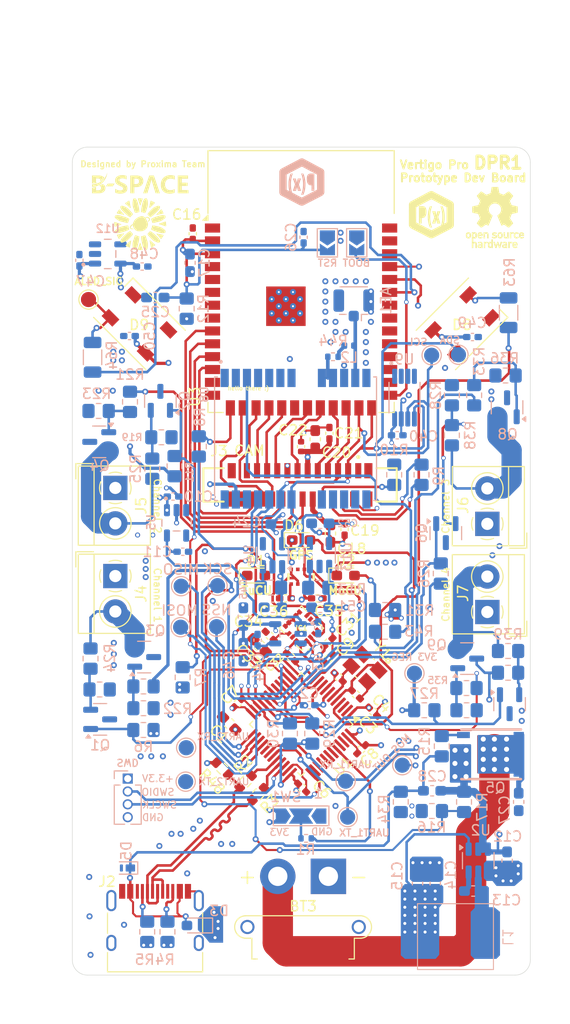
<source format=kicad_pcb>
(kicad_pcb (version 20240108) (generator "pcbnew") (generator_version "8.0")
  (title_block (title "Vertigo Pro - Prototype 01") (date "2024-07-18") (rev "DR1") (company "B-SPACE & Flower Space") (comment 1 "Github: https://github.com/ProximaAerospace") (comment 2 "Universal, Proxima Ready Flight Computer") (comment 3 "Designed by Paweł Kwiatkowski - Flower Space 2024"))
  (layers (0 "F.Cu" signal) (1 "In1.Cu" signal) (2 "In2.Cu" signal) (31 "B.Cu" signal) (34 "B.Paste" user) (35 "F.Paste" user) (36 "B.SilkS" user "B.Silkscreen") (37 "F.SilkS" user "F.Silkscreen") (38 "B.Mask" user) (39 "F.Mask" user) (44 "Edge.Cuts" user))
  (net 0 "")
  (net 1 "/HSE_OUT")
  (net 2 "Net-(J4-Pin_2)")
  (net 4 "/HSE_IN")
  (net 5 "/BATT_U")
  (net 6 "+3.3V")
  (net 8 "/CONTI_C1")
  (net 9 "/ALED_PWR")
  (net 11 "Net-(D8-DIN)")
  (net 13 "/IGN_1")
  (net 14 "VCC")
  (net 16 "/SWDIO")
  (net 17 "/BOOT0")
  (net 19 "/USB_D-")
  (net 20 "/NRST")
  (net 21 "/USB_D+")
  (net 23 "/USB_VBUS_D_CUTOFF")
  (net 24 "/STM_SPI_NSS")
  (net 25 "Net-(D9-DIN)")
  (net 26 "/SWCLK")
  (net 27 "/STM_SPI_MISO")
  (net 29 "/IGN_2")
  (net 30 "/IGN_4")
  (net 31 "Net-(U2-BST)")
  (net 32 "Net-(U2-SW)")
  (net 38 "Net-(J6-Pin_2)")
  (net 40 "Net-(J5-Pin_2)")
  (net 47 "/CONTI_C2")
  (net 51 "/CONTI_C3")
  (net 53 "/CONTI_C4")
  (net 54 "/STM_ALED")
  (net 56 "/ESP_ALED")
  (net 59 "AGND")
  (net 60 "/DVP_Y8")
  (net 61 "/ESP_I2C_SDA")
  (net 62 "/DVP_HREF")
  (net 63 "/DVP_Y6")
  (net 64 "/DVP_PCLK")
  (net 65 "/DVP_Y7")
  (net 66 "/DVDD_1V5")
  (net 67 "/CAM_RESET")
  (net 68 "/DVP_VSYNC")
  (net 69 "/CAM_PWDN")
  (net 70 "/DVP_Y2")
  (net 71 "/DVP_Y9")
  (net 72 "/DVP_Y3")
  (net 73 "/ESP_I2C_SCL")
  (net 74 "Net-(U3-IO3)")
  (net 75 "/DVP_Y5")
  (net 76 "/DVP_Y4")
  (net 77 "/ESP_UART_TX")
  (net 78 "/IGN_3")
  (net 80 "Net-(IC1-REGOUT)")
  (net 81 "Net-(U10-BYPASS)")
  (net 82 "/ULN_3V3")
  (net 83 "Net-(D1-A)")
  (net 84 "Net-(D6-A)")
  (net 85 "/SW_BOOT0")
  (net 86 "Net-(J2-CC2)")
  (net 87 "Net-(J2-CC1)")
  (net 88 "/ESP_UART_RX")
  (net 89 "/XMCLK")
  (net 90 "Net-(U8-TIMEPULSE)")
  (net 91 "Net-(U8-RSVD_8)")
  (net 92 "Net-(L2-Pad1)")
  (net 96 "Net-(AE1-A)")
  (net 103 "/AVDD_2V8")
  (net 112 "/ESP_EN")
  (net 113 "Net-(U13-EN)")
  (net 114 "Net-(U4-EN)")
  (net 115 "/IO0")
  (net 118 "Net-(BT3-+)")
  (net 119 "Net-(Q5-G)")
  (net 120 "Net-(Q2-B)")
  (net 121 "Net-(D2-A)")
  (net 122 "/STM_SPI_SCK")
  (net 123 "/STM_SPI_MOSI")
  (net 126 "/DU+")
  (net 127 "/DU-")
  (net 129 "unconnected-(U3-IO5-Pad5)")
  (net 131 "Net-(Q1-B)")
  (net 132 "/STM_UART2_RX")
  (net 133 "/STM_UART2_TX")
  (net 134 "Net-(J7-Pin_2)")
  (net 135 "Net-(Q3-G)")
  (net 136 "Net-(Q4-G)")
  (net 137 "Net-(Q6-B)")
  (net 138 "Net-(Q7-B)")
  (net 139 "Net-(Q8-G)")
  (net 140 "Net-(Q9-G)")
  (net 142 "Net-(U10-IN)")
  (footprint "Connector_AMASS:AMASS_XT30PW-F_1x02_P2.50mm_Horizontal" (layer "F.Cu") (at 151.3 140.75 180)
    (property "Reference" "BT3")
    (property "Value" "2S LiPo")
  )
  (footprint "Vertigo Pro KiCad Libraries:PQFN50P300X300X80-16N" (layer "F.Cu") (at 148.637401 116.244508 135)
    (property "Reference" "IC1")
    (property "Value" "ICM-20602")
  )
  (footprint "TerminalBlock_4Ucon:TerminalBlock_4Ucon_1x02_P3.50mm_Horizontal" (layer "F.Cu") (at 167 105.95 90)
    (property "Reference" "J6")
    (property "Value" "Screw_Terminal")
  )
  (footprint "Capacitor_SMD:C_0603_1608Metric_Pad1.08x0.95mm_HandSolder" (layer "F.Cu") (at 144.5 117.95 -45)
    (property "Reference" "C33")
    (property "Value" "2.2uF")
  )
  (footprint "Capacitor_SMD:C_0402_1005Metric_Pad0.74x0.62mm_HandSolder" (layer "F.Cu") (at 152.9 106.5 90)
    (property "Reference" "C19")
    (property "Value" "0.1uF")
  )
  (footprint "LED_SMD:LED_0603_1608Metric_Pad1.05x0.95mm_HandSolder" (layer "F.Cu") (at 148.6 107.55)
    (property "Reference" "D6")
    (property "Value" "GPS LED")
  )
  (footprint "Vertigo Pro KiCad Libraries:proxima_logo_simple_footprint" (layer "F.Cu") (at 161.5 75.45)
    (property "Reference" "G***" (hide yes))
    (property "Value" "LOGO" (hide yes))
  )
  (footprint "Capacitor_SMD:C_0402_1005Metric_Pad0.74x0.62mm_HandSolder" (layer "F.Cu") (at 137.9 77.3 -90)
    (property "Reference" "C16")
    (property "Value" "0.1uF")
  )
  (footprint "Resistor_SMD:R_0603_1608Metric" (layer "F.Cu") (at 144.366637 132.633363 45)
    (property "Reference" "R3")
    (property "Value" "22R")
  )
  (footprint "LED_SMD:LED_SK6812_PLCC4_5.0x5.0mm_P3.2mm" (layer "F.Cu") (at 132.636218 86.2 135)
    (property "Reference" "D9")
    (property "Value" "SK6812")
  )
  (footprint "Capacitor_SMD:C_0402_1005Metric_Pad0.74x0.62mm_HandSolder" (layer "F.Cu") (at 150.2 113.3 180)
    (property "Reference" "C35")
    (property "Value" "100nF")
  )
  (footprint "Vertigo Pro KiCad Libraries:flower_space_logo" (layer "F.Cu") (at 132.8 76.7)
    (property "Reference" "G***" (hide yes))
    (property "Value" "LOGO" (hide yes))
  )
  (footprint "LED_SMD:LED_0603_1608Metric_Pad1.05x0.95mm_HandSolder" (layer "F.Cu") (at 144.15 111.05)
    (property "Reference" "D1")
    (property "Value" "TuCU LED")
  )
  (footprint "TestPoint:TestPoint_Pad_D1.5mm" (layer "F.Cu") (at 127.6 83.8)
    (property "Reference" "ALED_SIG")
    (property "Value" "TestPoint_Pad_D1.5mm")
  )
  (footprint "TerminalBlock_4Ucon:TerminalBlock_4Ucon_1x02_P3.50mm_Horizontal" (layer "F.Cu") (at 167 114.65 90)
    (property "Reference" "J7")
    (property "Value" "Screw_Terminal")
  )
  (footprint "Capacitor_SMD:C_0402_1005Metric_Pad0.74x0.62mm_HandSolder" (layer "F.Cu") (at 142.35 123.65 45)
    (property "Reference" "C7")
    (property "Value" "100nF")
  )
  (footprint "Capacitor_SMD:C_0402_1005Metric_Pad0.74x0.62mm_HandSolder" (layer "F.Cu") (at 155.711212 124.486876 -45)
    (property "Reference" "C4")
    (property "Value" "100nF")
  )
  (footprint "Vertigo Pro KiCad Libraries:XTAL_TSX-3225_16.0000MF09Z-AC6" (layer "F.Cu") (at 154.911212 120.186876 -135)
    (property "Reference" "Y1")
    (property "Value" "16MHz")
  )
  (footprint "Capacitor_SMD:C_0402_1005Metric_Pad0.74x0.62mm_HandSolder" (layer "F.Cu") (at 151.3 117.65 -135)
    (property "Reference" "C31")
    (property "Value" "10nF")
  )
  (footprint "Capacitor_SMD:C_0603_1608Metric_Pad1.08x0.95mm_HandSolder" (layer "F.Cu") (at 150 97.6 -90)
    (property "Reference" "C20")
    (property "Value" "4.7uF")
  )
  (footprint "TerminalBlock_4Ucon:TerminalBlock_4Ucon_1x02_P3.50mm_Horizontal" (layer "F.Cu") (at 130.25 102.4 -90)
    (property "Reference" "J5")
    (property "Value" "Screw_Terminal")
  )
  (footprint "Resistor_SMD:R_0603_1608Metric" (layer "F.Cu") (at 143.116637 131.383363 45)
    (property "Reference" "R2")
    (property "Value" "22R")
  )
  (footprint "Symbol:OSHW-Logo_5.7x6mm_SilkScreen" (layer "F.Cu") (at 167.75 75.7)
    (property "Reference" "REF**" (hide yes))
    (property "Value" "OSHW-Logo_5.7x6mm_SilkScreen" (hide yes))
  )
  (footprint "Capacitor_SMD:C_0402_1005Metric_Pad0.74x0.62mm_HandSolder" (layer "F.Cu") (at 151.4 97 -90)
    (property "Reference" "C21")
    (property "Value" "0.1uF")
  )
  (footprint "Connector_USB:USB_C_Receptacle_HRO_TYPE-C-31-M-12" (layer "F.Cu") (at 134.174999 146.275)
    (property "Reference" "J2")
    (property "Value" "USB_C_2.0")
  )
  (footprint "Capacitor_SMD:C_0402_1005Metric_Pad0.74x0.62mm_HandSolder" (layer "F.Cu") (at 152.311212 121.086876 135)
    (property "Reference" "C5" (hide yes))
    (property "Value" "10pF")
  )
  (footprint "Capacitor_SMD:C_0603_1608Metric_Pad1.08x0.95mm_HandSolder" (layer "F.Cu") (at 151.5 106.9 90)
    (property "Reference" "C18")
    (property "Value" "4.7uF")
  )
  (footprint "Capacitor_SMD:C_0402_1005Metric_Pad0.74x0.62mm_HandSolder" (layer "F.Cu") (at 154.011212 122.786876 -45)
    (property "Reference" "C3")
    (property "Value" "10pF")
  )
  (footprint "Vertigo Pro KiCad Libraries:b-space_logo_long" (layer "F.Cu") (at 132.7 72.4)
    (property "Reference" "G***" (hide yes))
    (property "Value" "LOGO" (hide yes))
  )
  (footprint "RF_Module:ESP32-S3-WROOM-1" (layer "F.Cu") (at 148.6 82)
    (property "Reference" "U3")
    (property "Value" "ESP32-S3-WROOM-1")
  )
  (footprint "Capacitor_SMD:C_0402_1005Metric" (layer "F.Cu") (at 148.6 98.32 -90)
    (property "Reference" "C22")
    (property "Value" "4.7uF")
  )
  (footprint "Capacitor_SMD:C_0402_1005Metric_Pad0.74x0.62mm_HandSolder" (layer "F.Cu") (at 145.5 117 135)
    (property "Reference" "C34")
    (property "Value" "0.1uF")
  )
  (footprint "LED_SMD:LED_0603_1608Metric_Pad1.05x0.95mm_HandSolder" (layer "F.Cu") (at 153 111.05)
    (property "Reference" "D2")
    (property "Value" "MuCU LED")
  )
  (footprint "Capacitor_SMD:C_0402_1005Metric_Pad0.74x0.62mm_HandSolder" (layer "F.Cu") (at 154.551212 128.2 -135)
    (property "Reference" "C8")
    (property "Value" "100nF")
  )
  (footprint "Package_QFP:LQFP-48_7x7mm_P0.5mm" (layer "F.Cu") (at 148.61 125.74 -135)
    (property "Reference" "U1")
    (property "Value" "STM32F103C8Tx")
  )
  (footprint "LED_SMD:LED_SK6812_PLCC4_5.0x5.0mm_P3.2mm" (layer "F.Cu") (at 164.5 86.2 45)
    (property "Reference" "D8")
    (property "Value" "SK6812")
  )
  (footprint "Vertigo Pro KiCad Libraries:GCT_FFC2A32-24-T" (layer "F.Cu") (at 148.5 102.1)
    (property "Reference" "J3")
    (property "Value" "FFC2A32-24-T")
  )
  (footprint "Capacitor_SMD:C_0402_1005Metric_Pad0.74x0.62mm_HandSolder" (layer "F.Cu") (at 151.3 119.25 45)
    (property "Reference" "C9")
    (property "Value" "100nF")
  )
  (footprint "Vertigo Pro KiCad Libraries:DPS310XTSA1" (layer "F.Cu") (at 148.6 111.166 180)
    (property "Reference" "IC2" (hide yes))
    (property "Value" "DPS310XTSA1" (hide yes))
  )
  (footprint "Capacitor_SMD:C_0402_1005Metric_Pad0.74x0.62mm_HandSolder" (layer "F.Cu") (at 147.6 119.1 135)
    (property "Reference" "C32")
    (property "Value" "0.1uF")
  )
  (footprint "TerminalBlock_4Ucon:TerminalBlock_4Ucon_1x02_P3.50mm_Horizontal" (layer "F.Cu") (at 130.25 111.1 -90)
    (property "Reference" "J4")
    (property "Value" "Screw_Terminal")
  )
  (footprint "Capacitor_SMD:C_0402_1005Metric_Pad0.74x0.62mm_HandSolder" (layer "F.Cu") (at 148.7 132 -45)
    (property "Reference" "C6")
    (property "Value" "100nF")
  )
  (footprint "Capacitor_SMD:C_0603_1608Metric_Pad1.08x0.95mm_HandSolder" (layer "F.Cu") (at 141.5 125.65 135)
    (property "Reference" "C1")
    (property "Value" "10uF")
  )
  (footprint "Capacitor_SMD:C_0402_1005Metric_Pad0.74x0.62mm_HandSolder" (layer "F.Cu") (at 147.05 113.3 180)
    (property "Reference" "C36")
    (property "Value" "100nF")
  )
  (footprint "Resistor_SMD:R_0603_1608Metric" (layer "F.Cu") (at 140.816637 130.108363 135)
    (property "Reference" "R48")
    (property "Value" "1.5k")
  )
  (footprint "Capacitor_SMD:C_0603_1608Metric_Pad1.08x0.95mm_HandSolder" (layer "B.Cu") (at 150.499999 114.1875)
    (property "Reference" "C51")
    (property "Value" "1uF")
  )
  (footprint "Package_TO_SOT_SMD:SOT-23-5" (layer "B.Cu") (at 150.425001 109.0125 90)
    (property "Reference" "U13")
    (property "Value" "TLV75528PDBV")
  )
  (footprint "Package_TO_SOT_SMD:SOT-23" (layer "B.Cu") (at 162.9 106.862499 -90)
    (property "Reference" "Q6")
    (property "Value" "MMBT3904-TP")
  )
  (footprint "Jumper:SolderJumper-2_P1.3mm_Open_TrianglePad1.0x1.5mm" (layer "B.Cu") (at 151.2 78.199999 -90)
    (property "Reference" "JP1" (hide yes))
    (property "Value" "Jumper_2_Open")
  )
  (footprint "TestPoint:TestPoint_Pad_D1.5mm" (layer "B.Cu") (at 158.6 129.775 180)
    (property "Reference" "MOS_OUT")
    (property "Value" "TestPoint_Pad_D1.5mm")
  )
  (footprint "Vertigo Pro KiCad Libraries:POWERPAKSO-8" (layer "B.Cu") (at 167.372499 128.7)
    (property "Reference" "Q5")
    (property "Value" "SI7149ADP-T1-GE3")
  )
  (footprint "Capacitor_SMD:C_0402_1005Metric_Pad0.74x0.62mm_HandSolder" (layer "B.Cu") (at 131.65 87.4 180)
    (property "Reference" "C50")
    (property "Value" "100nF")
  )
  (footprint "Capacitor_SMD:C_0402_1005Metric_Pad0.74x0.62mm_HandSolder" (layer "B.Cu") (at 132.9 80.54 180)
    (property "Reference" "C48")
    (property "Value" "0.47uF")
  )
  (footprint "Resistor_SMD:R_0805_2012Metric_Pad1.20x1.40mm_HandSolder" (layer "B.Cu") (at 156.9 114.45 180)
    (property "Reference" "R31")
    (property "Value" "1K")
  )
  (footprint "Resistor_SMD:R_0805_2012Metric_Pad1.20x1.40mm_HandSolder" (layer "B.Cu") (at 163.5 93.25 -90)
    (property "Reference" "R28")
    (property "Value" "2.2k")
  )
  (footprint "Resistor_SMD:R_0805_2012Metric_Pad1.20x1.40mm_HandSolder" (layer "B.Cu") (at 169.05 118.5 180)
    (property "Reference" "R39")
    (property "Value" "3.44k")
  )
  (footprint "Vertigo Pro KiCad Libraries:CDMC6D28NP-4R7MC" (layer "B.Cu") (at 163.8535 146.7)
    (property "Reference" "L1")
    (property "Value" "4.7uH ")
  )
  (footprint "TestPoint:TestPoint_Pad_D1.5mm" (layer "B.Cu") (at 140.25 116.1 180)
    (property "Reference" "NSS")
    (property "Value" "TestPoint_Pad_D1.5mm")
  )
  (footprint "Vertigo Pro KiCad Libraries:SOT95P280X145-5N" (layer "B.Cu") (at 147.3 116.8 180)
    (property "Reference" "U10" (hide yes))
    (property "Value" "TPS79133DBVR")
  )
  (footprint "Resistor_SMD:R_0805_2012Metric_Pad1.20x1.40mm_HandSolder" (layer "B.Cu") (at 149.7 126.65 -90)
    (property "Reference" "R29")
    (property "Value" "10K")
  )
  (footprint "Jumper:SolderJumper-3_P2.0mm_Open_TrianglePad1.0x1.5mm_NumberLabels" (layer "B.Cu") (at 148.6 134.8 180)
    (property "Reference" "SW1")
    (property "Value" "SW_SPDT")
  )
  (footprint "Resistor_SMD:R_0805_2012Metric_Pad1.20x1.40mm_HandSolder" (layer "B.Cu") (at 133.4 146.225 90)
    (property "Reference" "R5")
    (property "Value" "5.1k")
  )
  (footprint "Vertigo Pro KiCad Libraries:XCVR_NEO-6M-GPS" (layer "B.Cu") (at 148.055 97.54 -90)
    (property "Reference" "U8")
    (property "Value" "NEO-6M-GPS")
  )
  (footprint "Resistor_SMD:R_0805_2012Metric_Pad1.20x1.40mm_HandSolder" (layer "B.Cu") (at 164.95 124.35 180)
    (property "Reference" "R37" (hide yes))
    (property "Value" "10k")
  )
  (footprint "Resistor_SMD:R_0805_2012Metric_Pad1.20x1.40mm_HandSolder" (layer "B.Cu") (at 145.624999 112.2375)
    (property "Reference" "R14" (hide yes))
    (property "Value" "10K")
  )
  (footprint "Diode_SMD:D_0603_1608Metric_Pad1.05x0.95mm_HandSolder" (layer "B.Cu") (at 138.2 145.6 180)
    (property "Reference" "D3")
    (property "Value" "D_Schottky")
  )
  (footprint "Capacitor_SMD:C_0603_1608Metric_Pad1.08x0.95mm_HandSolder" (layer "B.Cu") (at 165.6035 142.200001)
    (property "Reference" "C13")
    (property "Value" "100nF")
  )
  (footprint "Resistor_SMD:R_0805_2012Metric_Pad1.20x1.40mm_HandSolder" (layer "B.Cu") (at 127.8 119.25 90)
    (property "Reference" "R24")
    (property "Value" "3.44k")
  )
  (footprint "Resistor_SMD:R_0805_2012Metric_Pad1.20x1.40mm_HandSolder" (layer "B.Cu") (at 134.8 97.4 180)
    (property "Reference" "R19")
    (property "Value" "2.2k")
  )
  (footprint "Capacitor_SMD:C_0603_1608Metric_Pad1.08x0.95mm_HandSolder" (layer "B.Cu") (at 142.9 118.612501 90)
    (property "Reference" "C46")
    (property "Value" "4.7uF")
  )
  (footprint "Capacitor_SMD:C_0402_1005Metric_Pad0.74x0.62mm_HandSolder" (layer "B.Cu") (at 136.9175 108.7 180)
    (property "Reference" "C11")
    (property "Value" "0.47uF")
  )
  (footprint "TestPoint:TestPoint_Pad_D1.5mm" (layer "B.Cu") (at 137.25 128.05 180)
    (property "Reference" "UART2_RX")
    (property "Value" "TestPoint_Pad_D1.5mm")
  )
  (footprint "Package_TO_SOT_SMD:SOT-23" (layer "B.Cu") (at 165.0125 119.25)
    (property "Reference" "Q9")
    (property "Value" "FDN339AN")
  )
  (footprint "Resistor_SMD:R_0805_2012Metric_Pad1.20x1.40mm_HandSolder" (layer "B.Cu") (at 163.5 97.2 -90)
    (property "Reference" "R38")
    (property "Value" "3.44k")
  )
  (footprint "TestPoint:TestPoint_Pad_D1.5mm" (layer "B.Cu") (at 164.15 89.25 180)
    (property "Reference" "SDA")
    (property "Value" "TestPoint_Pad_D1.5mm")
  )
  (footprint "Capacitor_SMD:C_0402_1005Metric_Pad0.74x0.62mm_HandSolder" (layer "B.Cu") (at 158.1 97.2 180)
    (property "Reference" "C40")
    (property "Value" "0.1uF")
  )
  (footprint "Resistor_SMD:R_0805_2012Metric_Pad1.20x1.40mm_HandSolder" (layer "B.Cu") (at 157.8 101.1 90)
    (property "Reference" "R10")
    (property "Value" "10K")
  )
  (footprint "Capacitor_SMD:C_0402_1005Metric_Pad0.74x0.62mm_HandSolder" (layer "B.Cu") (at 126.7 79.9225 -90)
    (property "Reference" "C47")
    (property "Value" "0.1uF")
  )
  (footprint "Capacitor_SMD:C_0603_1608Metric_Pad1.08x0.95mm_HandSolder" (layer "B.Cu") (at 168.9535 139.200001 -90)
    (property "Reference" "C12")
    (property "Value" "10uF")
  )
  (footprint "Resistor_SMD:R_0805_2012Metric_Pad1.20x1.40mm_HandSolder" (layer "B.Cu") (at 162.4 110.85 -90)
    (property "Reference" "R26")
    (property "Value" "10k")
  )
  (footprint "Capacitor_SMD:C_0402_1005Metric_Pad0.74x0.62mm_HandSolder" (layer "B.Cu") (at 165.5325 87.5)
    (property "Reference" "C49")
    (property "Value" "100nF")
  )
  (footprint "Vertigo Pro KiCad Libraries:proxima_logo_simple_footprint" (layer "B.Cu") (at 148.65 72.225 180)
    (property "Reference" "G***" (hide yes))
    (property "Value" "LOGO" (hide yes))
  )
  (footprint "Resistor_SMD:R_0805_2012Metric_Pad1.20x1.40mm_HandSolder" (layer "B.Cu") (at 161.522499 134.3 180)
    (property "Reference" "R16")
    (property "Value" "20k")
  )
  (footprint "Resistor_SMD:R_0805_2012Metric_Pad1.20x1.40mm_HandSolder" (layer "B.Cu") (at 131.7 93.9 -90)
    (property "Reference" "R21")
    (property "Value" "1k")
  )
  (footprint "Resistor_SMD:R_1206_3216Metric" (layer "B.Cu") (at 169.1 85.1 90)
    (property "Reference" "R63")
    (property "Value" "470R")
  )
  (footprint "Resistor_SMD:R_0805_2012Metric_Pad1.20x1.40mm_HandSolder" (layer "B.Cu") (at 133.03 122 180)
    (property "Reference" "R20" (hide yes))
    (property "Value" "1k")
  )
  (footprint "Resistor_SMD:R_0805_2012Metric_Pad1.20x1.40mm_HandSolder" (layer "B.Cu") (at 128.6 94.8)
    (property "Reference" "R23")
    (property "Value" "10k")
  )
  (footprint "Diode_SMD:Nexperia_DSN1608-2_1.6x0.8mm" (layer "B.Cu") (at 131.449999 139.925 180)
    (property "Reference" "D5")
    (property "Value" "uClamp0571P")
  )
  (footprint "Resistor_SMD:R_0805_2012Metric_Pad1.20x1.40mm_HandSolder" (layer "B.Cu") (at 135.4 146.225 90)
    (property "Reference" "R4")
    (property "Value" "5.1k")
  )
  (footprint "TestPoint:TestPoint_Pad_D1.5mm" (layer "B.Cu") (at 136.75 112.1 180)
    (property "Reference" "MISO")
    (property "Value" "TestPoint_Pad_D1.5mm")
  )
  (footprint "Package_TO_SOT_SMD:SOT-23-5" (layer "B.Cu") (at 145.775 109.05 90)
    (property "Reference" "U4")
    (property "Value" "TLV75515PDBV")
  )
  (footprint "Vertigo Pro KiCad Libraries:SOP65P490X110-8N" (layer "B.Cu") (at 158.82 93.4825 -90)
    (property "Reference" "U9")
    (property "Value" "24AA32A-I_MS")
  )
  (footprint "Inductor_SMD:L_0402_1005Metric" (layer "B.Cu") (at 153.35 88.35)
    (property "Reference" "L2")
    (property "Value" "27uH")
  )
  (footprint "Resistor_SMD:R_0805_2012Metric_Pad1.20x1.40mm_HandSolder" (layer "B.Cu") (at 158.45 133.4 90)
    (property "Reference" "R34")
    (property "Value" "480R")
  )
  (footprint "Resistor_SMD:R_0805_2012Metric_Pad1.20x1.40mm_HandSolder" (layer "B.Cu") (at 136.1 100.25 -90)
    (property "Reference" "R11")
    (property "Value" "10k")
  )
  (footprint "Capacitor_SMD:C_0603_1608Metric_Pad1.08x0.95mm_HandSolder" (layer "B.Cu") (at 146.48 105.97)
    (property "Reference" "C24")
    (property "Value" "1uF")
  )
  (footprint "TestPoint:TestPoint_Pad_D1.5mm" (layer "B.Cu") (at 153.2 134.9 180)
    (property "Reference" "UART1_TX")
    (property "Value" "TestPoint_Pad_D1.5mm")
  )
  (footprint "Capacitor_SMD:C_0402_1005Metric_Pad0.74x0.62mm_HandSolder" (layer "B.Cu") (at 144.3 117.4325 -90)
    (property "Reference" "C44")
    (property "Value" "0.1uF")
  )
  (footprint "Capacitor_SMD:C_0603_1608Metric_Pad1.08x0.95mm_HandSolder" (layer "B.Cu") (at 142.9 115.1 -90)
    (property "Reference" "C45")
    (property "Value" "4.7uF")
  )
  (footprint "Resistor_SMD:R_0805_2012Metric_Pad1.20x1.40mm_HandSolder" (layer "B.Cu") (at 150.299999 112.2625)
    (property "Reference" "R13")
    (property "Value" "10K")
  )
  (footprint "Capacitor_SMD:C_0603_1608Metric_Pad1.08x0.95mm_HandSolder" (layer "B.Cu") (at 161.55 132.3 180)
    (property "Reference" "C28")
    (property "Value" "0.1uF")
  )
  (footprint "Resistor_SMD:R_0805_2012Metric_Pad1.20x1.40mm_HandSolder" (layer "B.Cu") (at 147.5 126.65 -90)
    (property "Reference" "R30")
    (property "Value" "10K")
  )
  (footprint "Resistor_SMD:R_0805_2012Metric_Pad1.20x1.40mm_HandSolder" (layer "B.Cu") (at 168.8 91.3)
    (property "Reference" "R36")
    (property "Value" "10k")
  )
  (footprint "Package_TO_SOT_SMD:SOT-23" (layer "B.Cu") (at 128.6625 97.85 180)
    (property "Reference" "Q4")
    (property "Value" "FDN339AN")
  )
  (footprint "Capacitor_SMD:C_0402_1005Metric_Pad0.74x0.62mm_HandSolder" (layer "B.Cu") (at 135.95 103.25 180)
    (property "Reference" "C10")
    (property "Value" "0.1uF")
  )
  (footprint "TestPoint:TestPoint_Pad_D1.5mm" (layer "B.Cu") (at 137.2 131.4 180)
    (property "Reference" "UART2_TX")
    (property "Value" "TestPoint_Pad_D1.5mm")
  )
  (footprint "Resistor_SMD:R_0805_2012Metric_Pad1.20x1.40mm_HandSolder" (layer "B.Cu") (at 160.5 101.1 -90)
    (property "Reference" "R9")
    (property "Value" "10K")
  )
  (footprint "Capacitor_SMD:C_0402_1005Metric_Pad0.74x0.62mm_HandSolder" (layer "B.Cu") (at 150.3 116.2 90)
    (property "Reference" "C43")
    (property "Value" "0.1uF")
  )
  (footprint "Resistor_SMD:R_0805_2012Metric_Pad1.20x1.40mm_HandSolder" (layer "B.Cu") (at 169.05 120.65)
    (property "Reference" "R32" (hide yes))
    (property "Value" "2.2k")
  )
  (footprint "Package_TO_SOT_SMD:TSOT-23-6" (layer "B.Cu") (at 166.1035 139.200001 -90)
    (property "Reference" "U2")
    (property "Value" "AP63203WU")
  )
  (footprint "Resistor_SMD:R_0805_2012Metric_Pad1.20x1.40mm_HandSolder" (layer "B.Cu") (at 156.9 116.6 180)
    (property "Reference" "R43")
    (property "Value" "1k")
  )
  (footprint "Capacitor_SMD:C_0603_1608Metric_Pad1.08x0.95mm_HandSolder" (layer "B.Cu") (at 145.812498 114.1875)
    (property "Reference" "C23" (hide yes))
    (property "Value" "1uF")
  )
  (footprint "Resistor_SMD:R_0805_2012Metric_Pad1.20x1.40mm_HandSolder" (layer "B.Cu") (at 136.9 121.1 -90)
    (property "Reference" "R7")
    (property "Value" "1K")
  )
  (footprint "Resistor_SMD:R_0805_2012Metric_Pad1.20x1.40mm_HandSolder" (layer "B.Cu") (at 138.5 98.3 90)
    (property "Reference" "R8")
    (property "Value" "1K")
  )
  (footprint "Package_TO_SOT_SMD:SOT-23" (layer "B.Cu") (at 169.2 123.75 -90)
    (property "Reference" "Q7" (hide yes))
    (property "Value" "MMBT3904-TP")
  )
  (footprint "Capacitor_SMD:C_0603_1608Metric_Pad1.08x0.95mm_HandSolder" (layer "B.Cu") (at 134.2 83.6)
    (property "Reference" "C25")
    (property "Value" "1uF")
  )
  (footprint "TestPoint:TestPoint_Pad_D1.5mm" (layer "B.Cu") (at 136.7 116.15 180)
    (property "Reference" "MOSI")
    (property "Value" "TestPoint_Pad_D1.5mm")
  )
  (footprint "Connector_Coaxial:U.FL_Hirose_U.FL-R-SMT-1_Vertical" (layer "B.Cu") (at 153.8 84.38 90)
    (property "Reference" "AE1")
    (property "Value" "Antenna")
  )
  (footprint "Resistor_SMD:R_0805_2012Metric_Pad1.20x1.40mm_HandSolder" (layer "B.Cu") (at 164.94 122.16 180)
    (property "Reference" "R35")
    (property "Value" "1k")
  )
  (footprint "Resistor_SMD:R_0805_2012Metric_Pad1.20x1.40mm_HandSolder" (layer "B.Cu") (at 162.5 127.9 90)
    (property "Reference" "R15")
    (property "Value" "100k")
  )
  (footprint "TestPoint:TestPoint_Pad_D1.5mm" (layer "B.Cu") (at 140.35 112.05 180)
    (property "Reference" "SCK")
    (property "Value" "TestPoint_Pad_D1.5mm")
  )
  (footprint "Resistor_SMD:R_1206_3216Metric" (layer "B.Cu") (at 128 89.5 90)
    (property "Reference" "R64")
    (property "Value" "470R")
  )
  (footprint "Resistor_SMD:R_0805_2012Metric_Pad1.20x1.40mm_HandSolder" (layer "B.Cu") (at 133.025 126.3)
    (property "Reference" "R6")
    (property "Value" "10k")
  )
  (footprint "Resistor_SMD:R_0805_2012Metric_Pad1.20x1.40mm_HandSolder" (layer "B.Cu") (at 133.03 124.15 180)
    (property "Reference" "R22")
    (property "Value" "10k")
  )
  (footprint "Resistor_SMD:R_0805_2012Metric_Pad1.20x1.40mm_HandSolder" (layer "B.Cu") (at 165.7 93.25 90)
    (property "Reference" "R33")
    (property "Value" "1k")
  )
  (footprint "Jumper:SolderJumper-2_P1.3mm_Open_TrianglePad1.0x1.5mm" (layer "B.Cu") (at 154.1 78.200001 -90)
    (property "Reference" "JP2" (hide yes))
    (property "Value" "Jumper_2_Open")
  )
  (footprint "Resistor_SMD:R_0402_1005Metric" (layer "B.Cu") (at 149.1 137)
    (property "Reference" "R1")
    (property "Value" "10K")
  )
  (footprint "Package_TO_SOT_SMD:SOT-23" (layer "B.Cu") (at 168.95 94.437501 90)
    (property "Reference" "Q8")
    (property "Value" "FDN339AN")
  )
  (footprint "Capacitor_SMD:C_0603_1608Metric_Pad1.08x0.95mm_HandSolder" (layer "B.Cu") (at 137.625 80.175 90)
    (property "Reference" "C17")
    (property "Value" "22uF")
  )
  (footprint "Resistor_SMD:R_0805_2012Metric_Pad1.20x1.40mm_HandSolder" (layer "B.Cu") (at 160.775 124.35 180)
    (property "Reference" "R27")
    (property "Value" "10k")
  )
  (footprint "Connector_PinSocket_1.27mm:PinSocket_1x04_P1.27mm_Vertical" (layer "B.Cu") (at 131.475 131.1 180)
    (property "Reference" "J1" (hide yes))
    (property "Value" "ST-LINK Conn")
  )
  (footprint "Capacitor_SMD:C_0603_1608Metric_Pad1.08x0.95mm_HandSolder" (layer "B.Cu") (at 161.8535 141.450001 90)
    (property "Reference" "C14")
    (property "Value" "22uF")
  )
  (footprint "Package_TO_SOT_SMD:SOT-23" (layer "B.Cu") (at 133.1 119.1)
    (property "Reference" "Q3")
    (property "Value" "FDN339AN")
  )
  (footprint "Resistor_SMD:R_0805_2012Metric_Pad1.20x1.40mm_HandSolder" (layer "B.Cu") (at 128.7 122.3 180)
    (property "Reference" "R18" (hide yes))
    (property "Value" "2.2k")
  )
  (footprint "Resistor_SMD:R_0402_1005Metric" (layer "B.Cu") (at 151.75 89.45)
    (property "Reference" "R44")
    (property "Value" "22R")
  )
  (footprint "Resistor_SMD:R_0805_2012Metric_Pad1.20x1.40mm_HandSolder" (layer "B.Cu") (at 164.7 133.4 -90)
    (property "Reference" "R17")
    (property "Value" "60k")
  )
  (footprint "Capacitor_SMD:C_0402_1005Metric_Pad0.74x0.62mm_HandSolder" (layer "B.Cu") (at 149.4 123.85 180)
    (property "Reference" "C2")
    (property "Value" "100nF")
  )
  (footprint "TestPoint:TestPoint_Pad_D1.5mm" (layer "B.Cu") (at 159.8 120.7 180)
    (property "Reference" "3V3 REG")
    (property "Value" "TestPoint_Pad_D1.5mm")
  )
  (footprint "Resistor_SMD:R_0805_2012Metric_Pad1.20x1.40mm_HandSolder" (layer "B.Cu") (at 133.9 100.5 -90)
    (property "Reference" "R25")
    (property "Value" "3.44k")
  )
  (footprint "TestPoint:TestPoint_Pad_D1.5mm" (layer "B.Cu") (at 161.5 89.3 180)
    (property "Reference" "SCL")
    (property "Value" "TestPoint_Pad_D1.5mm")
  )
  (footprint "Capacitor_SMD:C_0402_1005Metric_Pad0.74x0.62mm_HandSolder" (layer "B.Cu") (at 148.85 77.65 -90)
    (property "Reference" "C26")
    (property "Value" "0.1uF")
  )
  (footprint "Capacitor_SMD:C_0603_1608Metric_Pad1.08x0.95mm_HandSolder" (layer "B.Cu") (at 150.5 105.9)
    (property "Reference" "C52")
    (property "Value" "1uF")
  )
  (footprint "Resistor_SMD:R_0805_2012Metric_Pad1.20x1.40mm_HandSolder" (layer "B.Cu") (at 137.3 84.7 90)
    (property "Reference" "R12")
    (property "Value" "10K")
  )
  (footprint "Vertigo Pro KiCad Libraries:SOT95P280X145-5N" (layer "B.Cu") (at 136.3 105.85 -90)
    (property "Reference" "U5")
    (property "Value" "TLV709")
  )
  (footprint "Package_TO_SOT_SMD:SOT-23" (layer "B.Cu") (at 128.75 125.25)
    (property "Reference" "Q1")
    (property "Value" "MMBT3904-TP")
  )
  (footprint "Capacitor_SMD:C_0603_1608Metric_Pad1.08x0.95mm_HandSolder" (layer "B.Cu") (at 170.1 133.4 -90)
    (property "Reference" "C27")
    (property "Value" "0.1uF")
  )
  (footprint "Package_TO_SOT_SMD:SOT-23" (layer "B.Cu") (at 134.7 93.8 90)
    (property "Reference" "Q2")
    (property "Value" "MMBT3904-TP")
  )
  (footprint "Capacitor_SMD:C_0603_1608Metric_Pad1.08x0.95mm_HandSolder" (layer "B.Cu") (at 160.1035 141.450001 90)
    (property "Reference" "C15")
    (property "Value" "22uF")
  )
  (footprint "Vertigo Pro KiCad Libraries:SOT95P280X145-5N" (layer "B.Cu") (at 129.5 79.3)
    (property "Reference" "U12")
    (property "Value" "TLV709")
  )
  (footprint "TestPoint:TestPoint_Pad_D1.5mm" (layer "B.Cu") (at 153 131.35 180)
    (property "Reference" "UART1_RX")
    (property "Value" "TestPoint_Pad_D1.5mm")
  )
  (gr_poly (pts (xy 166.1 130.5) (xy 169.5 130.5) (xy 169.5 126.9) (xy 166.1 126.9)) (stroke (width 0.2)) (fill solid) (layer "F.Cu") (net 118))
  (gr_poly (pts (xy 159.6535 141.200002) (xy 159.4535 141.000001) (xy 159.4535 139.100001) (xy 159.6535 138.900001) (xy 162.3535 138.900001) (xy 162.5535 139.100001) (xy 162.5535 141.000001) (xy 162.3535 141.200001)) (stroke (width 0.2)) (fill solid) (layer "B.Cu") (net 59))
  (gr_poly (pts (xy 165.3 127.8) (xy 163.4 127.8) (xy 163.4 131.4) (xy 165.3 131.4)) (stroke (width 0.2)) (fill solid) (layer "B.Cu") (net 14))
  (gr_poly (pts (xy 138.5 146) (xy 138.6 146.1) (xy 139.2 146.7) (xy 139.6 147.2) (xy 140.8 147.2) (xy 140.8 143.8) (xy 139.6 143.8) (xy 138.7 144.7) (xy 138.5 144.9)) (stroke (width 0.2)) (fill solid) (layer "B.Cu") (net 14))
  (gr_poly (pts (xy 165.8535 140.900002) (xy 165.8535 141.100001) (xy 165.8535 143.900001) (xy 165.4535 144.300001) (xy 165.4535 148.500001) (xy 165.753499 148.800001) (xy 167.8535 148.800002) (xy 168.153501 148.500001) (xy 168.1535 144.300001) (xy 167.6535 143.900001) (xy 167.0535 143.900001) (xy 167.0535 141.900001) (xy 166.9535 141.800001) (xy 166.4535 141.800001) (xy 166.353499 141.700001) (xy 166.3535 140.900001)) (stroke (width 0.2)) (fill solid) (layer "B.Cu") (net 32))
  (gr_poly (pts (xy 166.753501 140.900001) (xy 166.9535 141.1) (xy 167.5535 141.1) (xy 167.9535 141.600001) (xy 169.6535 141.600001) (xy 170.3535 141.000001) (xy 170.3535 139.500002) (xy 170.0535 139.300001) (xy 166.9535 139.300001) (xy 166.7535 139.500001)) (stroke (width 0.2)) (fill solid) (layer "B.Cu") (net 59))
  (gr_poly (pts (xy 169.4 130.5) (xy 170.4 130.5) (xy 170.4 127) (xy 169.4 127)) (stroke (width 0.2)) (fill solid) (layer "B.Cu") (net 118))
  (gr_poly (pts (xy 159.649999 141.6) (xy 162.349999 141.6) (xy 162.549999 141.8) (xy 162.549999 143.3) (xy 162.149999 143.8) (xy 162.15 148.45) (xy 161.849999 148.8) (xy 158.9 148.8) (xy 158.55 148.5) (xy 158.55 141.95) (xy 158.896499 141.599999)) (stroke (width 0.2)) (fill solid) (layer "B.Cu") (net 6))
  (gr_line (start 169.75 68.75) (end 127.5 68.75) (stroke (width 0.05)) (layer "Edge.Cuts"))
  (gr_line (start 171.25 149) (end 171.25 70.25) (stroke (width 0.05)) (layer "Edge.Cuts"))
  (gr_arc (start 171.25 149) (mid 170.81066 150.06066) (end 169.75 150.5) (stroke (width 0.05)) (layer "Edge.Cuts"))
  (gr_line (start 127.5 150.5) (end 169.75 150.5) (stroke (width 0.05)) (layer "Edge.Cuts"))
  (gr_line (start 126 70.25) (end 126 149) (stroke (width 0.05)) (layer "Edge.Cuts"))
  (gr_arc (start 169.75 68.75) (mid 170.81066 69.18934) (end 171.25 70.25) (stroke (width 0.05)) (layer "Edge.Cuts"))
  (gr_arc (start 127.5 150.5) (mid 126.43934 150.06066) (end 126 149) (stroke (width 0.05)) (layer "Edge.Cuts"))
  (gr_arc (start 126 70.25) (mid 126.43934 69.18934) (end 127.5 68.75) (stroke (width 0.05)) (layer "Edge.Cuts"))
  (gr_text "BOOT" (at 155.5 80.6 0) (layer "B.SilkS") (effects (font (size 0.7 0.7) (thickness 0.13) (bold yes)) (justify left bottom mirror)))
  (gr_text "SWDIO\n" (at 136.15 132.85 0) (layer "B.SilkS") (effects (font (size 0.7 0.7) (thickness 0.11)) (justify left bottom mirror)))
  (gr_text "SWCLK\n" (at 136.4 134.1 0) (layer "B.SilkS") (effects (font (size 0.7 0.7) (thickness 0.11)) (justify left bottom mirror)))
  (gr_text "+3.3V" (at 136.1 131.5 0) (layer "B.SilkS") (effects (font (size 0.7 0.7) (thickness 0.11)) (justify left bottom mirror)))
  (gr_text "GND\n" (at 135.1 135.35 0) (layer "B.SilkS") (effects (font (size 0.7 0.7) (thickness 0.11)) (justify left bottom mirror)))
  (gr_text "GND" (at 151.8 136.75 0) (layer "B.SilkS") (effects (font (size 0.7 0.7) (thickness 0.11)) (justify left bottom mirror)))
  (gr_text "1" (at 150.3 132.55 0) (layer "B.SilkS") (effects (font (size 1 1)) (justify mirror)))
  (gr_text "RST" (at 152.25 80.6 0) (layer "B.SilkS") (effects (font (size 0.7 0.7) (thickness 0.13) (bold yes)) (justify left bottom mirror)))
  (gr_text "SWD" (at 130.3 129.1 180) (layer "B.SilkS") (effects (font (size 0.7 0.7) (thickness 0.13) (bold yes)) (justify left bottom mirror)))
  (gr_text "3V3" (at 147.5 136.8 0) (layer "B.SilkS") (effects (font (size 0.7 0.7) (thickness 0.11)) (justify left bottom mirror)))
  (gr_text "DPR1" (at 165.5 71 0) (layer "F.SilkS") (effects (font (size 1.2 1.2) (thickness 0.3) (bold yes)) (justify left bottom)))
  (gr_text "TuCU" (at 142.6 113 0) (layer "F.SilkS") (effects (font (size 0.8 0.8) (thickness 0.2) (bold yes)) (justify left bottom)))
  (gr_text "Channel 2\n" (at 134 101.4 270) (layer "F.SilkS") (effects (font (size 0.7 0.7) (thickness 0.13) (bold yes)) (justify left bottom)))
  (gr_text "GPS" (at 147.3 109.5 0) (layer "F.SilkS") (effects (font (size 0.8 0.8) (thickness 0.2) (bold yes)) (justify left bottom)))
  (gr_text "CAM" (at 141.9 99.3 0) (layer "F.SilkS") (effects (font (size 1 1)) (justify left bottom)))
  (gr_text "Channel 4" (at 163.3 115.7 90) (layer "F.SilkS") (effects (font (size 0.7 0.7) (thickness 0.13) (bold yes)) (justify left bottom)))
  (gr_text "MuCU" (at 151.2 113 0) (layer "F.SilkS") (effects (font (size 0.8 0.8) (thickness 0.2) (bold yes)) (justify left bottom)))
  (gr_text "Channel 1\n" (at 134 110.2 270) (layer "F.SilkS") (effects (font (size 0.7 0.7) (thickness 0.13) (bold yes)) (justify left bottom)))
  (gr_text "hello there :)" (at 141.3 92.8 -0) (layer "F.SilkS") (effects (font (size 0.4 0.4) (thickness 0.08) (bold yes)) (justify left bottom)))
  (gr_text "Vertigo Pro \nPrototype Dev Board\n" (at 158.25 72.249999 0) (layer "F.SilkS") (effects (font (size 0.8 0.8) (thickness 0.2) (bold yes)) (justify left bottom)))
  (gr_text "Designed by Proxima Team\n" (at 126.725 70.775 0) (layer "F.SilkS") (effects (font (size 0.6 0.6) (thickness 0.12) (bold yes)) (justify left bottom)))
  (gr_text "Channel 3\n" (at 163.3 107 90) (layer "F.SilkS") (effects (font (size 0.7 0.7) (thickness 0.13) (bold yes)) (justify left bottom)))
  (segment (start 152.712495 121.991059) (end 151.730109 122.973445) (width 0.25) (layer "F.Cu") (net 1))
  (segment (start 152.712495 121.488159) (end 152.712495 121.991059) (width 0.25) (layer "F.Cu") (net 1))
  (segment (start 152.712495 121.488159) (end 152.712495 120.829958) (width 0.25) (layer "F.Cu") (net 1))
  (segment (start 152.712495 120.829958) (end 153.567709 119.974744) (width 0.25) (layer "F.Cu") (net 1))
  (segment (start 132.1625 118.15) (end 132.1625 116.5125) (width 2) (layer "B.Cu") (net 2))
  (segment (start 127.8 118.25) (end 127.8 115.2) (width 0.254) (layer "B.Cu") (net 2))
  (segment (start 132.1625 116.5125) (end 130.25 114.6) (width 2) (layer "B.Cu") (net 2))
  (segment (start 128.4 114.6) (end 130.25 114.6) (width 0.254) (layer "B.Cu") (net 2))
  (segment (start 127.8 115.2) (end 128.4 114.6) (width 0.254) (layer "B.Cu") (net 2))
  (segment (start 155.2 119.9) (end 155.755707 119.9) (width 0.25) (layer "F.Cu") (net 4))
  (segment (start 153.609929 122.385593) (end 153.025067 122.385593) (width 0.25) (layer "F.Cu") (net 4))
  (segment (start 155.755707 119.9) (end 156.254715 120.399008) (width 0.25) (layer "F.Cu") (net 4))
  (segment (start 153.025067 122.385593) (end 152.083662 123.326998) (width 0.25) (layer "F.Cu") (net 4))
  (segment (start 153.609929 122.385593) (end 153.609929 121.490071) (width 0.25) (layer "F.Cu") (net 4))
  (segment (start 153.609929 121.490071) (end 155.2 119.9) (width 0.25) (layer "F.Cu") (net 4))
  (segment (start 145.819891 122.619891) (end 145.843445 122.619891) (width 0.2023) (layer "F.Cu") (net 5))
  (segment (start 138.65 133.227) (end 138.65 124.468938) (width 0.2023) (layer "F.Cu") (net 5))
  (segment (start 145 120.8) (end 145 121.8) (width 0.2023) (layer "F.Cu") (net 5))
  (segment (start 138.65 124.468938) (end 139.303295 123.815643) (width 0.2023) (layer "F.Cu") (net 5))
  (segment (start 145 121.8) (end 145.819891 122.619891) (width 0.2023) (layer "F.Cu") (net 5))
  (segment (start 139.303295 123.815643) (end 139.303295 120.746705) (width 0.2023) (layer "F.Cu") (net 5))
  (segment (start 139.303295 120.746705) (end 139.714447 120.335553) (width 0.2023) (layer "F.Cu") (net 5))
  (segment (start 139.05 133.627) (end 138.65 133.227) (width 0.2023) (layer "F.Cu") (net 5))
  (segment (start 144.535553 120.335553) (end 145 120.8) (width 0.2023) (layer "F.Cu") (net 5))
  (segment (start 139.714447 120.335553) (end 144.535553 120.335553) (width 0.2023) (layer "F.Cu") (net 5))
  (segment (start 145.182148 138.15) (end 144.109148 137.077) (width 0.2023) (layer "F.Cu") (net 5))
  (segment (start 146.5 138.15) (end 145.182148 138.15) (width 0.2023) (layer "F.Cu") (net 5))
  (via (at 139.05 133.627) (size 0.6) (drill 0.3) (layers "F.Cu" "B.Cu") (net 5))
  (via (at 146.5 138.15) (size 0.6) (drill 0.3) (layers "F.Cu" "B.Cu") (net 5))
  (via (at 144.109148 137.077) (size 0.6) (drill 0.3) (layers "F.Cu" "B.Cu") (net 5))
  (segment (start 143.527 133.627) (end 144.109148 134.209148) (width 0.2023) (layer "B.Cu") (net 5))
  (segment (start 144.109148 134.209148) (end 144.109148 137.077) (width 0.2023) (layer "B.Cu") (net 5))
  (segment (start 162.17615 136.17385) (end 159.623482 136.17385) (width 0.2023) (layer "B.Cu") (net 5))
  (segment (start 157.647332 138.15) (end 146.5 138.15) (width 0.2023) (layer "B.Cu") (net 5))
  (segment (start 139.05 133.627) (end 143.527 133.627) (width 0.2023) (layer "B.Cu") (net 5))
  (segment (start 164.6 134.3) (end 164.7 134.4) (width 0.2023) (layer "B.Cu") (net 5))
  (segment (start 159.623482 136.17385) (end 157.647332 138.15) (width 0.2023) (layer "B.Cu") (net 5))
  (segment (start 162.522499 135.827501) (end 162.17615 136.17385) (width 0.2023) (layer "B.Cu") (net 5))
  (segment (start 162.522499 134.3) (end 162.522499 135.827501) (width 0.2023) (layer "B.Cu") (net 5))
  (segment (start 162.522499 134.3) (end 164.6 134.3) (width 0.2023) (layer "B.Cu") (net 5))
  (segment (start 150.454906 118.904906) (end 150.454906 119.18626) (width 0.25) (layer "F.Cu") (net 6))
  (segment (start 138.0425 78.01) (end 137.9 77.8675) (width 0.25) (layer "F.Cu") (net 6))
  (segment (start 146.6 131.7) (end 146.65 131.65) (width 0.25) (layer "F.Cu") (net 6))
  (segment (start 142.10988 126.25988) (end 142.1 126.25) (width 0.32) (layer "F.Cu") (net 6))
  (segment (start 156.5 127.8) (end 156.498717 127.798717) (width 0.25) (layer "F.Cu") (net 6))
  (segment (start 140.233274 129.525) (end 139.365 129.525) (width 0.32) (layer "F.Cu") (net 6))
  (segment (start 148.925 111.891) (end 148.925 113.075) (width 0.25) (layer "F.Cu") (net 6))
  (segment (start 141.948717 124.051283) (end 143.032195 124.051283) (width 0.2023) (layer "F.Cu") (net 6))
  (segment (start 157.45 114.9) (end 157.9 114.45) (width 0.3048) (layer "F.Cu") (net 6))
  (segment (start 150.898717 118.051283) (end 150.898717 118.461094) (width 0.25) (layer "F.Cu") (net 6))
  (segment (start 154.011212 126.738788) (end 154.4 126.35) (width 0.25) (layer "F.Cu") (net 6))
  (segment (start 148.664477 113.426222) (end 148.790699 113.3) (width 0.25) (layer "F.Cu") (net 6))
  (segment (start 147.611212 130.627876) (end 146.6 131.639088) (width 0.25) (layer "F.Cu") (net 6))
  (segment (start 153.497876 126.738788) (end 154.557805 127.798717) (width 0.25) (layer "F.Cu") (net 6))
  (segment (start 142.1 126.25) (end 142.04012 126.25988) (width 0.32) (layer "F.Cu") (net 6))
  (segment (start 148.298717 131.598717) (end 147.9 131.2) (width 0.25) (layer "F.Cu") (net 6))
  (segment (start 148.925 113.075) (end 149.15 113.3) (width 0.25) (layer "F.Cu") (net 6))
  (segment (start 158.5 115.25) (end 157.6 115.25) (width 0.3048) (layer "F.Cu") (net 6))
  (segment (start 148.790699 113.3) (end 149.6325 113.3) (width 0.25) (layer "F.Cu") (net 6))
  (segment (start 151.2 124.95) (end 151.063288 124.95) (width 0.254) (layer "F.Cu") (net 6))
  (segment (start 136.925 78.9) (end 136.925 78.125) (width 0.25) (layer "F.Cu") (net 6))
  (segment (start 148.55 118.113818) (end 148.821249 117.842569) (width 0.25) (layer "F.Cu") (net 6))
  (segment (start 150.454906 118.904906) (end 150.454906 119.044006) (width 0.25) (layer "F.Cu") (net 6))
  (segment (start 149.75 123.636712) (end 149.75 122.832234) (width 0.254) (layer "F.Cu") (net 6))
  (segment (start 155.3 124.1) (end 155.285593 124.085593) (width 0.25) (layer "F.Cu") (net 6))
  (segment (start 147.9 130.916664) (end 147.611212 130.627876) (width 0.25) (layer "F.Cu") (net 6))
  (segment (start 150.454906 119.044006) (end 149.962339 119.536573) (width 0.25) (layer "F.Cu") (net 6))
  (segment (start 147.9 131.2) (end 147.9 130.916664) (width 0.25) (layer "F.Cu") (net 6))
  (segment (start 157.1 114.9) (end 157.45 114.9) (width 0.3048) (layer "F.Cu") (net 6))
  (segment (start 139.85 78.01) (end 138.0425 78.01) (width 0.25) (layer "F.Cu") (net 6))
  (segment (start 141.95 123.973649) (end 141.76586 124.157789) (width 0.25) (layer "F.Cu") (net 6))
  (segment (start 151.063288 124.95) (end 149.75 123.636712) (width 0.254) (layer "F.Cu") (net 6))
  (segment (start 146.6 131.639088) (end 146.6 131.7) (width 0.25) (layer "F.Cu") (net 6))
  (segment (start 149.75 122.832234) (end 150.669449 121.912785) (width 0.254) (layer "F.Cu") (net 6))
  (segment (start 149.962339 119.536573) (end 149.486573 119.536573) (width 0.25) (layer "F.Cu") (net 6))
  (segment (start 154.557805 127.798717) (end 154.952495 127.798717) (width 0.25) (layer "F.Cu") (net 6))
  (segment (start 153.497876 126.738788) (end 153.892566 126.738788) (width 0.25) (layer "F.Cu") (net 6))
  (segment (start 150.454906 119.18626) (end 151.009929 119.741283) (width 0.25) (layer "F.Cu") (net 6))
  (segment (start 141.948717 123.974932) (end 141.76586 124.157789) (width 0.25) (layer "F.Cu") (net 6))
  (segment (start 157.6 115.25) (end 157.5 115.35) (width 0.3048) (layer "F.Cu") (net 6))
  (segment (start 155.285593 124.085593) (end 154.153495 124.085593) (width 0.25) (layer "F.Cu") (net 6))
  (segment (start 136.925 78.125) (end 137.1825 77.8675) (width 0.25) (layer "F.Cu") (net 6))
  (segment (start 137.1825 77.8675) (end 137.9 77.8675) (width 0.25) (layer "F.Cu") (net 6))
  (segment (start 148.55 118.6) (end 148.55 118.113818) (width 0.25) (layer "F.Cu") (net 6))
  (segment (start 150.898717 118.461094) (end 150.363491 118.99632) (width 0.25) (layer "F.Cu") (net 6))
  (segment (start 143.032195 124.051283) (end 143.722124 124.741212) (width 0.2023) (layer "F.Cu") (net 6))
  (segment (start 154.153495 124.085593) (end 153.497876 124.741212) (width 0.25) (layer "F.Cu") (net 6))
  (segment (start 141.95 123.85) (end 141.95 123.973649) (width 0.25) (layer "F.Cu") (net 6))
  (segment (start 141.948717 123.851283) (end 141.948717 123.974932) (width 0.25) (layer "F.Cu") (net 6))
  (segment (start 148.298717 131.598717) (end 148.298717 132.106283) (width 0.25) (layer "F.Cu") (net 6))
  (segment (start 156.498717 127.798717) (end 154.952495 127.798717) (width 0.25) (layer "F.Cu") (net 6))
  (segment (start 139.365 129.525) (end 139.32 129.57) (width 0.32) (layer "F.Cu") (net 6))
  (segment (start 148.298717 132.106283) (end 148.13 132.275) (width 0.25) (layer "F.Cu") (net 6))
  (segment (start 153.497876 126.738788) (end 154.011212 126.738788) (width 0.25) (layer "F.Cu") (net 6))
  (segment (start 155.309929 124.085593) (end 155.3 124.1) (width 0.25) (layer "F.Cu") (net 6))
  (segment (start 149.15 113.3) (end 149.6325 113.3) (width 0.25) (layer "F.Cu") (net 6))
  (segment (start 149.486573 119.536573) (end 148.55 118.6) (width 0.25) (layer "F.Cu") (net 6))
  (via (at 134.35 126.65) (size 0.45) (drill 0.3) (layers "F.Cu" "B.Cu") (net 6))
  (via (at 159.2 127.375) (size 0.6) (drill 0.3) (layers "F.Cu" "B.Cu") (net 6))
  (via (at 136.6 121.8) (size 0.45) (drill 0.3) (layers "F.Cu" "B.Cu") (net 6))
  (via (at 160.85 143) (size 0.6) (drill 0.3) (layers "F.Cu" "B.Cu") (net 6))
  (via (at 145.475 134.2) (size 0.6) (drill 0.3) (layers "F.Cu" "B.Cu") (net 6))
  (via (at 159.85 142.2) (size 0.6) (drill 0.3) (layers "F.Cu" "B.Cu") (net 6))
  (via (at 159.85 146.25) (size 0.6) (drill 0.3) (layers "F.Cu" "B.Cu") (net 6))
  (via (at 159.85 144.6) (size 0.6) (drill 0.3) (layers "F.Cu" "B.Cu") (net 6))
  (via (at 158.85 143) (size 0.6) (drill 0.3) (layers "F.Cu" "B.Cu") (net 6))
  (via (at 146.550016 111.14) (size 0.6) (drill 0.3) (layers "F.Cu" "B.Cu") (net 6))
  (via (at 158.85 144.6) (size 0.6) (drill 0.3) (layers "F.Cu" "B.Cu") (net 6))
  (via (at 145.475 135.4) (size 0.6) (drill 0.3) (layers "F.Cu" "B.Cu") (net 6))
  (via (at 157.1 114.9) (size 0.5) (drill 0.3) (layers "F.Cu" "B.Cu") (net 6))
  (via (at 160.85 146.25) (size 0.6) (drill 0.3) (layers "F.Cu" "B.Cu") (net 6))
  (via (at 155.3 124.1) (size 0.45) (drill 0.3) (layers "F.Cu" "B.Cu") (net 6))
  (via (at 158.85 143.8) (size 0.6) (drill 0.3) (layers "F.Cu" "B.Cu") (net 6))
  (via (at 156.5 127.8) (size 0.6) (drill 0.3) (layers "F.Cu" "B.Cu") (net 6))
  (via (at 139.32 129.57) (size 0.6) (drill 0.3) (layers "F.Cu" "B.Cu") (net 6))
  (via (at 136.925 78.9) (size 0.6) (drill 0.3) (layers "F.Cu" "B.Cu") (net 6))
  (via (at 161.35 114.35) (size 0.6) (drill 0.3) (layers "F.Cu" "B.Cu") (net 6))
  (via (at 159.85 143) (size 0.6) (drill 0.3) (layers "F.Cu" "B.Cu") (net 6))
  (via (at 158.270748 127.375) (size 0.6) (drill 0.3) (layers "F.Cu" "B.Cu") (net 6))
  (via (at 160.85 144.6) (size 0.6) (drill 0.3) (layers "F.Cu" "B.Cu") (net 6))
  (via (at 158.85 145.4) (size 0.6) (drill 0.3) (layers "F.Cu" "B.Cu") (net 6))
  (via (at 146.6 131.7) (size 0.6) (drill 0.3) (layers "F.Cu" "B.Cu") (net 6))
  (via (at 151.2 124.95) (size 0.45) (drill 0.3) (layers "F.Cu" "B.Cu") (net 6))
  (via (at 154.4 126.35) (size 0.6) (drill 0.3) (layers "F.Cu" "B.Cu") (net 6))
  (via (at 136.6 122.35) (size 0.45) (drill 0.3) (layers "F.Cu" "B.Cu") (net 6))
  (via (at 161.85 143.8) (size 0.6) (drill 0.3) (layers "F.Cu" "B.Cu") (net 6))
  (via (at 161.85 145.4) (size 0.6) (drill 0.3) (layers "F.Cu" "B.Cu") (net 6))
  (via (at 148.899639 127.508647) (size 0.6) (drill 0.3) (layers "F.Cu" "B.Cu") (net 6))
  (via (at 139.61 102.03) (size 0.6) (drill 0.3) (layers "F.Cu" "B.Cu") (net 6))
  (via (at 148.664477 113.426222) (size 0.6) (drill 0.3) (layers "F.Cu" "B.Cu") (net 6))
  (via (at 157.9 114.45) (size 0.5) (drill 0.3) (layers "F.Cu" "B.Cu") (net 6))
  (via (at 160.85 145.4) (size 0.6) (drill 0.3) (layers "F.Cu" "B.Cu") (net 6))
  (via (at 158.6 124.35) (size 0.6) (drill 0.3) (layers "F.Cu" "B.Cu") (net 6))
  (via (at 157.55 97.95) (size 0.45) (drill 0.3) (layers "F.Cu" "B.Cu") (net 6))
  (via (at 159.85 145.4) (size 0.6) (drill 0.3) (layers "F.Cu" "B.Cu") (net 6))
  (via (at 157.5 115.35) (size 0.5) (drill 0.3) (layers "F.Cu" "B.Cu") (net 6))
  (via (at 158.5 115.25) (size 0.5) (drill 0.3) (layers "F.Cu" "B.Cu") (net 6))
  (via (at 161.85 144.6) (size 0.6) (drill 0.3) (layers "F.Cu" "B.Cu") (net 6))
  (via (at 160.85 142.2) (size 0.6) (drill 0.3) (layers "F.Cu" "B.Cu") (net 6))
  (via (at 137.3 85.7) (size 0.45) (drill 0.3) (layers "F.Cu" "B.Cu") (net 6))
  (via (at 131.7 98.3) (size 0.6) (drill 0.3) (layers "F.Cu" "B.Cu") (net 6))
  (via (at 133.75 126.65) (size 0.45) (drill 0.3) (layers "F.Cu" "B.Cu") (net 6))
  (via (at 141.76586 124.157789) (size 0.45) (drill 0.3) (layers "F.Cu" "B.Cu") (net 6))
  (via (at 161.85 146.25) (size 0.6) (drill 0.3) (layers "F.Cu" "B.Cu") (net 6))
  (via (at 161.85 143) (size 0.6) (drill 0.3) (layers "F.Cu" "B.Cu") (net 6))
  (via (at 153.05 114.2) (size 0.6) (drill 0.3) (layers "F.Cu" "B.Cu") (net 6))
  (via (at 148.13 132.275) (size 0.6) (drill 0.3) (layers "F.Cu" "B.Cu") (net 6))
  (via (at 160.85 143.8) (size 0.6) (drill 0.3) (layers "F.Cu" "B.Cu") (net 6))
  (via (at 150.454906 118.904906) (size 0.6) (drill 0.3) (layers "F.Cu" "B.Cu") (net 6))
  (via (at 158.85 146.25) (size 0.6) (drill 0.3) (layers "F.Cu" "B.Cu") (net 6))
  (via (at 159.85 143.8) (size 0.6) (drill 0.3) (layers "F.Cu" "B.Cu") (net 6))
  (via (at 161.85 142.2) (size 0.6) (drill 0.3) (layers "F.Cu" "B.Cu") (net 6))
  (via (at 158.85 142.2) (size 0.6) (drill 0.3) (layers "F.Cu" "B.Cu") (net 6))
  (via (at 142.1 126.25) (size 0.45) (drill 0.3) (layers "F.Cu" "B.Cu") (net 6))
  (segment (start 148.758286 127.65) (end 148.899639 127.508647) (width 0.254) (layer "B.Cu") (net 6))
  (segment (start 161.35 114.3) (end 161.35 114.35) (width 0.25) (layer "B.Cu") (net 6))
  (segment (start 146.599999 134.8) (end 145.999999 134.2) (width 0.32) (layer "B.Cu") (net 6))
  (segment (start 151.375 112.187499) (end 151.299999 112.2625) (width 0.254) (layer "B.Cu") (net 6))
  (segment (start 151.3625 114.1875) (end 153.0375 114.1875) (width 0.254) (layer "B.Cu") (net 6))
  (segment (start 165.153501 138.062501) (end 165.153501 137.003501) (width 0.25) (layer "B.Cu") (net 6))
  (segment (start 157.55 97.95) (end 157.5325 97.8925) (width 0.25) (layer "B.Cu") (net 6))
  (segment (start 131.7 98.3) (end 131.7 98.35) (width 0.32) (layer "B.Cu") (net 6))
  (segment (start 161.35 112.15) (end 161.35 114.3) (width 0.25) (layer "B.Cu") (net 6))
  (segment (start 133.16 100.46) (end 131.7 99) (width 0.32) (layer "B.Cu") (net 6))
  (segment (start 136.925 78.9) (end 136.925 79.125) (width 0.25) (layer "B.Cu") (net 6))
  (segment (start 135.06 100.46) (end 133.16 100.46) (width 0.32) (layer "B.Cu") (net 6))
  (segment (start 160.1035 142.3035) (end 160.1035 142.312503) (width 0.25) (layer "B.Cu") (net 6))
  (segment (start 157.55 114.45) (end 157.1 114.9) (width 0.3048) (layer "B.Cu") (net 6))
  (segment (start 153.05 114.2) (end 152.9 114.2) (width 0.254) (layer "B.Cu") (net 6))
  (segment (start 145.999999 134.2) (end 145.475 134.2) (width 0.32) (layer "B.Cu") (net 6))
  (segment (start 157.9 114.65) (end 158.5 115.25) (width 0.3048) (layer "B.Cu") (net 6))
  (segment (start 151.375 110.15) (end 151.375 112.187499) (width 0.254) (layer "B.Cu") (net 6))
  (segment (start 146.674999 114.1875) (end 146.674999 112.2875) (width 0.254) (layer "B.Cu") (net 6))
  (segment (start 165.153501 137.003501) (end 164.75 136.6) (width 0.25) (layer "B.Cu") (net 6))
  (segment (start 161.3 114.35) (end 161.35 114.3) (width 0.25) (layer "B.Cu") (net 6))
  (segment (start 141.865 102.03) (end 139.61 102.03) (width 0.32) (layer "B.Cu") (net 6))
  (segment (start 146.599999 134.8) (end 145.999999 135.4) (width 0.32) (layer "B.Cu") (net 6))
  (segment (start 146.674999 112.2875) (end 146.624999 112.2375) (width 0.254) (layer "B.Cu") (net 6))
  (segment (start 162.4 111.85) (end 161.65 111.85) (width 0.25) (layer "B.Cu") (net 6))
  (segment (start 159.775 120.725) (end 159.8 120.7) (width 0.32) (layer "B.Cu") (net 6))
  (segment (start 161.65 111.85) (end 161.35 112.15) (width 0.25) (layer "B.Cu") (net 6))
  (segment (start 158.6 124.35) (end 158.65 124.35) (width 0.32) (layer "B.Cu") (net 6))
  (segment (start 159.0285 141.2285) (end 160.1035 142.3035) (width 0.25) (layer "B.Cu") (net 6))
  (segment (start 146.85 127.65) (end 146.6 127.9) (width 0.254) (layer "B.Cu") (net 6))
  (segment (start 157.9 114.45) (end 157.55 114.45) (width 0.3048) (layer "B.Cu") (net 6))
  (segment (start 164.75 136.6) (end 159.8 136.6) (width 0.25) (layer "B.Cu") (net 6))
  (segment (start 131.7 99) (end 131.7 98.3) (width 0.32) (layer "B.Cu") (net 6))
  (segment (start 147.5 127.65) (end 148.758286 127.65) (width 0.254) (layer "B.Cu") (net 6))
  (segment (start 146.550016 111.14) (end 146.724999 110.965017) (width 0.254) (layer "B.Cu") (net 6))
  (segment (start 159.0285 137.3715) (end 159.0285 141.2285) (width 0.25) (layer "B.Cu") (net 6))
  (segment (start 146.724999 110.965017) (end 146.724999 110.0875) (width 0.254) (layer "B.Cu") (net 6))
  (segment (start 146.6 127.9) (end 146.6 131.7) (width 0.254) (layer "B.Cu") (net 6))
  (segment (start 149.040992 127.65) (end 148.899639 127.508647) (width 0.254) (layer "B.Cu") (net 6))
  (segment (start 157.845 96.355) (end 157.5325 96.6675) (width 0.25) (layer "B.Cu") (net 6))
  (segment (start 157.5325 97.8575) (end 157.55 97.95) (width 0.25) (layer "B.Cu") (net 6))
  (segment (start 159.775 124.35) (end 159.775 120.725) (width 0.32) (layer "B.Cu") (net 6))
  (segment (start 159.775 124.35) (end 158.6 124.35) (width 0.32) (layer "B.Cu") (net 6))
  (segment (start 149.7 127.65) (end 149.040992 127.65) (width 0.254) (layer "B.Cu") (net 6))
  (segment (start 151.3625 114.1875) (end 151.3625 112.325001) (width 0.254) (layer "B.Cu") (net 6))
  (segment (start 142.155 103.54) (end 142.155 102.32) (width 0.32) (layer "B.Cu") (net 6))
  (segment (start 157.5 115.35) (end 157.5 115.3) (width 0.3048) (layer "B.Cu") (net 6))
  (segment (start 136.1 101.5) (end 135.06 100.46) (width 0.32) (layer "B.Cu") (net 6))
  (segment (start 146.724999 110.0875) (end 146.724999 112.1375) (width 0.254) (layer "B.Cu") (net 6))
  (segment (start 159.8 136.6) (end 159.0285 137.3715) (width 0.25) (layer "B.Cu") (net 6))
  (segment (start 157.5325 96.6675) (end 157.5325 97.2) (width 0.25) (layer "B.Cu") (net 6))
  (segment (start 142.155 102.32) (end 141.865 102.03) (width 0.32) (layer "B.Cu") (net 6))
  (segment (start 161.35 114.35) (end 161.3 114.35) (width 0.25) (layer "B.Cu") (net 6))
  (segment (start 157.5 115.3) (end 157.1 114.9) (width 0.3048) (layer "B.Cu") (net 6))
  (segment (start 147.5 127.65) (end 146.85 127.65) (width 0.254) (layer "B.Cu") (net 6))
  (segment (start 145.999999 135.4) (end 145.475 135.4) (width 0.32) (layer "B.Cu") (net 6))
  (segment (start 157.5325 97.2) (end 157.5325 97.8575) (width 0.25) (layer "B.Cu") (net 6))
  (segment (start 151.3625 112.325001) (end 151.299999 112.2625) (width 0.254) (layer "B.Cu") (net 6))
  (segment (start 157.845 95.5875) (end 157.845 96.355) (width 0.25) (layer "B.Cu") (net 6))
  (segment (start 136.925 79.125) (end 137.112499 79.312499) (width 0.25) (layer "B.Cu") (net 6))
  (segment (start 157.9 114.45) (end 157.9 114.65) (width 0.3048) (layer "B.Cu") (net 6))
  (segment (start 146.724999 112.1375) (end 146.624999 112.2375) (width 0.254) (layer "B.Cu") (net 6))
  (segment (start 153.0375 114.1875) (end 153.05 114.2) (width 0.254) (layer "B.Cu") (net 6))
  (segment (start 143.255 103.54) (end 142.155 103.54) (width 0.32) (layer "B.Cu") (net 6))
  (segment (start 137.7 124.85) (end 138.900995 123.649005) (width 0.2023) (layer "F.Cu") (net 8))
  (segment (start 139.575 118.925) (end 143.075 118.925) (width 0.2023) (layer "F.Cu") (net 8))
  (segment (start 138.900995 119.599005) (end 139.575 118.925) (width 0.2023) (layer "F.Cu") (net 8))
  (segment (start 138.900995 123.649005) (end 138.900995 119.599005) (width 0.2023) (layer "F.Cu") (net 8))
  (segment (start 145.849164 119.933253) (end 146.412061 120.49615) (width 0.2023) (layer "F.Cu") (net 8))
  (segment (start 146.54813 120.49615) (end 147.257658 121.205678) (width 0.2023) (layer "F.Cu") (net 8))
  (segment (start 146.412061 120.49615) (end 146.54813 120.49615) (width 0.2023) (layer "F.Cu") (net 8))
  (segment (start 137.7 125) (end 137.7 124.85) (width 0.2023) (layer "F.Cu") (net 8))
  (segment (start 144.083253 119.933253) (end 145.849164 119.933253) (width 0.2023) (layer "F.Cu") (net 8))
  (segment (start 143.075 118.925) (end 144.083253 119.933253) (width 0.2023) (layer "F.Cu") (net 8))
  (via (at 137.7 125) (size 0.45) (drill 0.3) (layers "F.Cu" "B.Cu") (net 8))
  (segment (start 132.025 127.225) (end 132.025 126.3) (width 0.25) (layer "B.Cu") (net 8))
  (segment (start 131.925 126.2) (end 132.025 126.3) (width 0.25) (layer "B.Cu") (net 8))
  (segment (start 137.7 125.55) (end 135.7 127.55) (width 0.25) (layer "B.Cu") (net 8))
  (segment (start 132.35 127.55) (end 132.025 127.225) (width 0.25) (layer "B.Cu") (net 8))
  (segment (start 135.7 127.55) (end 132.35 127.55) (width 0.25) (layer "B.Cu") (net 8))
  (segment (start 127.8125 126.2) (end 131.925 126.2) (width 0.25) (layer "B.Cu") (net 8))
  (segment (start 137.7 125) (end 137.7 125.55) (width 0.25) (layer "B.Cu") (net 8))
  (segment (start 132.375 88.175) (end 132.375 88.201523) (width 0.32) (layer "F.Cu") (net 9))
  (segment (start 132.375 88.201523) (end 133.237259 89.063782) (width 0.32) (layer "F.Cu") (net 9))
  (segment (start 162.335177 87.5) (end 161.636218 86.801041) (width 0.32) (layer "F.Cu") (net 9))
  (segment (start 135.5 90.05) (end 135.45 90.1) (width 0.32) (layer "F.Cu") (net 9))
  (segment (start 162.5 87.5) (end 162.335177 87.5) (width 0.32) (layer "F.Cu") (net 9))
  (segment (start 135.45 90.1) (end 134.273477 90.1) (width 0.32) (layer "F.Cu") (net 9))
  (segment (start 134.273477 90.1) (end 133.237259 89.063782) (width 0.32) (layer "F.Cu") (net 9))
  (via (at 130.75 81.9) (size 0.6) (drill 0.3) (layers "F.Cu" "B.Cu") (net 9))
  (via (at 130.75 81.25) (size 0.6) (drill 0.3) (layers "F.Cu" "B.Cu") (net 9))
  (via (at 135.5 90.05) (size 0.6) (drill 0.3) (layers "F.Cu" "B.Cu") (net 9))
  (via (at 162.5 87.5) (size 0.6) (drill 0.3) (layers "F.Cu" "B.Cu") (net 9))
  (via (at 132.375 88.175) (size 0.6) (drill 0.3) (layers "F.Cu" "B.Cu") (net 9))
  (via (at 130.8 82.6) (size 0.6) (drill 0.3) (layers "F.Cu" "B.Cu") (net 9))
  (segment (start 132.3325 80.54) (end 132.042499 80.249999) (width 0.32) (layer "B.Cu") (net 9))
  (segment (start 132.375 88.175) (end 132.2175 88.0175) (width 0.32) (layer "B.Cu") (net 9))
  (segment (start 132.2175 88.0175) (end 132.2175 87.55) (width 0.32) (layer "B.Cu") (net 9))
  (segment (start 130.755 82.555) (end 130.8 82.6) (width 0.32) (layer "B.Cu") (net 9))
  (segment (start 130.755 80.249999) (end 130.755 81.245) (width 0.32) (layer "B.Cu") (net 9))
  (segment (start 132.042499 80.249999) (end 130.755 80.249999) (width 0.32) (layer "B.Cu") (net 9))
  (segment (start 130.755 81.245) (end 130.755 81.195) (width 0.32) (layer "B.Cu") (net 9))
  (segment (start 162.5 87.5) (end 162.55 87.5) (width 0.32) (layer "B.Cu") (net 9))
  (segment (start 164.965 87.5) (end 162.5 87.5) (width 0.32) (layer "B.Cu") (net 9))
  (segment (start 130.75 81.25) (end 130.755 81.245) (width 0.32) (layer "B.Cu") (net 9))
  (segment (start 130.755 80.249999) (end 130.755 82.555) (width 0.32) (layer "B.Cu") (net 9))
  (segment (start 165.8 83.9) (end 165.664823 83.9) (width 0.25) (layer "F.Cu") (net 11))
  (segment (start 165.664823 83.9) (end 165.101041 83.336218) (width 0.25) (layer "F.Cu") (net 11))
  (via (at 165.8 83.9) (size 0.6) (drill 0.3) (layers "F.Cu" "B.Cu") (net 11))
  (segment (start 165.8 83.95) (end 165.8 83.95) (width 0.25) (layer "B.Cu") (net 11))
  (segment (start 169.0875 83.65) (end 166.05 83.65) (width 0.25) (layer "B.Cu") (net 11))
  (segment (start 166.05 83.65) (end 165.8 83.9) (width 0.25) (layer "B.Cu") (net 11))
  (segment (start 169.1 83.6375) (end 169.0875 83.65) (width 0.25) (layer "B.Cu") (net 11))
  (segment (start 165.8 83.9) (end 165.8 83.95) (width 0.25) (layer "B.Cu") (net 11))
  (segment (start 141.713 112.500057) (end 139.899943 112.500057) (width 0.25) (layer "F.Cu") (net 13))
  (segment (start 143.251518 118.49885) (end 144.259771 119.507103) (width 0.25) (layer "F.Cu") (net 13))
  (segment (start 149.278639 122.128639) (end 149.746487 122.128639) (width 0.25) (layer "F.Cu") (net 13))
  (segment (start 144.259771 119.507103) (end 146.315079 119.507103) (width 0.25) (layer "F.Cu") (net 13))
  (segment (start 149.746487 122.128639) (end 150.315895 121.559231) (width 0.25) (layer "F.Cu") (net 13))
  (segment (start 148.685827 121.535827) (end 149.278639 122.128639) (width 0.25) (layer "F.Cu") (net 13))
  (segment (start 139.2 113.2) (end 139.2 118.1) (width 0.25) (layer "F.Cu") (net 13))
  (segment (start 146.85 119.35) (end 148.685827 121.185827) (width 0.25) (layer "F.Cu") (net 13))
  (segment (start 146.315079 119.507103) (end 146.472182 119.35) (width 0.25) (layer "F.Cu") (net 13))
  (segment (start 148.685827 121.185827) (end 148.685827 121.535827) (width 0.25) (layer "F.Cu") (net 13))
  (segment (start 139.899943 112.500057) (end 139.2 113.2) (width 0.25) (layer "F.Cu") (net 13))
  (segment (start 139.59885 118.49885) (end 143.251518 118.49885) (width 0.25) (layer "F.Cu") (net 13))
  (segment (start 139.2 118.1) (end 139.59885 118.49885) (width 0.25) (layer "F.Cu") (net 13))
  (segment (start 146.472182 119.35) (end 146.85 119.35) (width 0.25) (layer "F.Cu") (net 13))
  (via (at 141.713 112.500057) (size 0.6) (drill 0.3) (layers "F.Cu" "B.Cu") (net 13))
  (segment (start 134.03 121.3) (end 134.03 122) (width 0.32) (layer "B.Cu") (net 13))
  (segment (start 141.713 111.825671) (end 140.437329 110.55) (width 0.32) (layer "B.Cu") (net 13))
  (segment (start 135.45 111.3) (end 135.45 119.88) (width 0.32) (layer "B.Cu") (net 13))
  (segment (start 140.437329 110.55) (end 136.2 110.55) (width 0.32) (layer "B.Cu") (net 13))
  (segment (start 135.45 119.88) (end 134.03 121.3) (width 0.32) (layer "B.Cu") (net 13))
  (segment (start 141.713 112.500057) (end 141.713 111.825671) (width 0.32) (layer "B.Cu") (net 13))
  (segment (start 136.2 110.55) (end 135.45 111.3) (width 0.32) (layer "B.Cu") (net 13))
  (via (at 164.9 128.3) (size 0.8) (drill 0.5) (layers "F.Cu" "B.Cu") (net 14))
  (via (at 159.9 129.8) (size 0.6) (drill 0.3) (layers "F.Cu" "B.Cu") (net 14))
  (via (at 134.65 103.35) (size 0.6) (drill 0.3) (layers "F.Cu" "B.Cu") (net 14))
  (via (at 134.6 137.75) (size 0.6) (drill 0.3) (layers "F.Cu" "B.Cu") (net 14))
  (via (at 163.8 129.6) (size 0.8) (drill 0.5) (layers "F.Cu" "B.Cu") (net 14))
  (via (at 164.9 129.6) (size 0.8) (drill 0.5) (layers "F.Cu" "B.Cu") (net 14))
  (via (at 135.35 104.6) (size 0.45) (drill 0.3) (layers "F.Cu" "B.Cu") (net 14))
  (via (at 168.2 136.6) (size 0.6) (drill 0.3) (layers "F.Cu" "B.Cu") (net 14))
  (via (at 140.4 145.9) (size 0.6) (drill 0.3) (layers "F.Cu" "B.Cu") (net 14))
  (via (at 140 144.3) (size 0.6) (drill 0.3) (layers "F.Cu" "B.Cu") (net 14))
  (via (at 164.9 130.9) (size 0.8) (drill 0.5) (layers "F.Cu" "B.Cu") (net 14))
  (via (at 163.8 130.9) (size 0.8) (drill 0.5) (layers "F.Cu" "B.Cu") (net 14))
  (via (at 126.8 81.5) (size 0.6) (drill 0.3) (layers "F.Cu" "B.Cu") (net 14))
  (via (at 140.1 146.8) (size 0.6) (drill 0.3) (layers "F.Cu" "B.Cu") (net 14))
  (via (at 163.8 128.3) (size 0.8) (drill 0.5) (layers "F.Cu" "B.Cu") (net 14))
  (via (at 140.4 145.2) (size 0.6) (drill 0.3) (layers "F.Cu" "B.Cu") (net 14))
  (segment (start 126.7 80.49) (end 126.7 81.4) (width 0.32) (layer "B.Cu") (net 14))
  (segment (start 159.875 129.775) (end 159.9 129.8) (width 0.2023) (layer "B.Cu") (net 14))
  (segment (start 164.7 131) (end 164.8 130.9) (width 0.75) (layer "B.Cu") (net 14))
  (segment (start 128.245 80.249999) (end 126.940001 80.249999) (width 0.32) (layer "B.Cu") (net 14))
  (segment (start 168.8535 138.3375) (end 168.05 138.3375) (width 0.5) (layer "B.Cu") (net 14))
  (segment (start 164.639999 130.605) (end 164.639999 129.335) (width 0.75) (layer "B.Cu") (net 14))
  (segment (start 134.65 103.35) (end 135.2825 103.35) (width 0.25) (layer "B.Cu") (net 14))
  (segment (start 167.328498 138.3375) (end 167.053499 138.062502) (width 0.5) (layer "B.Cu") (net 14))
  (segment (start 135.405 104.540001) (end 135.350001 104.595) (width 0.25) (layer "B.Cu") (net 14))
  (segment (start 126.7 81.4) (end 126.8 81.5) (width 0.32) (layer "B.Cu") (net 14))
  (segment (start 162.412501 132.3) (end 164.6 132.3) (width 0.75) (layer "B.Cu") (net 14))
  (segment (start 135.3825 104.562501) (end 135.350001 104.595) (width 0.25) (layer "B.Cu") (net 14))
  (segment (start 164.7 132.4) (end 164.7 131) (width 0.75) (layer "B.Cu") (net 14))
  (segment (start 164.7 130.665001) (end 164.639999 130.605) (width 0.75) (layer "B.Cu") (net 14))
  (segment (start 165.7 132.4) (end 166.55 133.25) (width 0.75) (layer "B.Cu") (net 14))
  (segment (start 168.05 138.3375) (end 167.328498 138.3375) (width 0.5) (layer "B.Cu") (net 14))
  (segment (start 164.8 130.9) (end 164.7 130.8) (width 0.75) (layer "B.Cu") (net 14))
  (segment (start 158.6 129.775) (end 159.875 129.775) (width 0.2023) (layer "B.Cu") (net 14))
  (segment (start 164.6 132.3) (end 164.7 132.4) (width 0.75) (layer "B.Cu") (net 14))
  (segment (start 168.05 136.75) (end 168.05 138.3375) (width 0.25) (layer "B.Cu") (net 14))
  (segment (start 164.7 132.4) (end 165.7 132.4) (width 0.75) (layer "B.Cu") (net 14))
  (segment (start 168.2 136.6) (end 168.05 136.75) (width 0.25) (layer "B.Cu") (net 14))
  (segment (start 126.940001 80.249999) (end 126.7 80.49) (width 0.32) (layer "B.Cu") (net 14))
  (segment (start 164.639999 132.339999) (end 164.7 132.4) (width 0.75) (layer "B.Cu") (net 14))
  (segment (start 164.7 130.8) (end 164.7 130.665001) (width 0.75) (layer "B.Cu") (net 14))
  (segment (start 166.55 133.25) (end 166.55 138.062501) (width 0.75) (layer "B.Cu") (net 14))
  (segment (start 135.2825 103.35) (end 135.3825 103.25) (width 0.25) (layer "B.Cu") (net 14))
  (segment (start 135.3825 103.25) (end 135.3825 104.562501) (width 0.25) (layer "B.Cu") (net 14))
  (segment (start 164.639999 129.335) (end 164.639999 128.065) (width 0.75) (layer "B.Cu") (net 14))
  (segment (start 145.9 131.1) (end 145.9 130.924874) (width 0.25) (layer "F.Cu") (net 16))
  (segment (start 145.9 130.924874) (end 146.904105 129.920769) (width 0.25) (layer "F.Cu") (net 16))
  (via (at 145.9 131.1) (size 0.45) (drill 0.3) (layers "F.Cu" "B.Cu") (net 16))
  (segment (start 141.810112 132.5) (end 141.808112 132.498) (width 0.25) (layer "B.Cu") (net 16))
  (segment (start 145.9 131.75) (end 145.15 132.5) (width 0.25) (layer "B.Cu") (net 16))
  (segment (start 141.808112 132.498) (end 138.362776 132.498) (width 0.25) (layer "B.Cu") (net 16))
  (segment (start 133.238 133.188) (end 132.420001 132.370001) (width 0.25) (layer "B.Cu") (net 16))
  (segment (start 132.420001 132.370001) (end 131.475 132.370001) (width 0.25) (layer "B.Cu") (net 16))
  (segment (start 145.15 132.5) (end 141.810112 132.5) (width 0.25) (layer "B.Cu") (net 16))
  (segment (start 145.9 131.1) (end 145.9 131.75) (width 0.25) (layer "B.Cu") (net 16))
  (segment (start 137.672776 133.188) (end 133.238 133.188) (width 0.25) (layer "B.Cu") (net 16))
  (segment (start 138.362776 132.498) (end 137.672776 133.188) (width 0.25) (layer "B.Cu") (net 16))
  (segment (start 152.083662 128.153002) (end 155.4 131.46934) (width 0.25) (layer "F.Cu") (net 17))
  (segment (start 155.4 131.46934) (end 155.4 132.35) (width 0.25) (layer "F.Cu") (net 17))
  (via (at 155.4 132.35) (size 0.6) (drill 0.3) (layers "F.Cu" "B.Cu") (net 17))
  (segment (start 155.4 136.8) (end 155.4 132.35) (width 0.25) (layer "B.Cu") (net 17))
  (segment (start 154.930151 137.269849) (end 155.4 136.8) (width 0.25) (layer "B.Cu") (net 17))
  (segment (start 150.169849 137.269849) (end 154.930151 137.269849) (width 0.25) (layer "B.Cu") (net 17))
  (segment (start 149.609999 137) (end 149.9 137) (width 0.25) (layer "B.Cu") (net 17))
  (segment (start 149.9 137) (end 150.169849 137.269849) (width 0.25) (layer "B.Cu") (net 17))
  (segment (start 144.272539 130.227461) (end 145.166157 130.227461) (width 0.254) (layer "F.Cu") (net 19))
  (segment (start 143.7 130.8) (end 144.272539 130.227461) (width 0.254) (layer "F.Cu") (net 19))
  (segment (start 145.166157 130.227461) (end 145.82174 129.571878) (width 0.254) (layer "F.Cu") (net 19))
  (segment (start 150.807148 123.792852) (end 150.8 123.8) (width 0.25) (layer "F.Cu") (net 20))
  (segment (start 150.807148 123.189298) (end 150.807148 123.792852) (width 0.25) (layer "F.Cu") (net 20))
  (segment (start 151.376555 122.619891) (end 150.807148 123.189298) (width 0.25) (layer "F.Cu") (net 20))
  (segment (start 150.8 123.8) (end 150.75 123.85) (width 0.25) (layer "F.Cu") (net 20))
  (via (at 150.8 123.8) (size 0.6) (drill 0.3) (layers "F.Cu" "B.Cu") (net 20))
  (segment (start 149.9675 123.85) (end 150.75 123.85) (width 0.25) (layer "B.Cu") (net 20))
  (segment (start 145.251549 130.854833) (end 146.178122 129.92826) (width 0.254) (layer "F.Cu") (net 21))
  (segment (start 145.251549 131.748451) (end 145.251549 130.854833) (width 0.254) (layer "F.Cu") (net 21))
  (segment (start 144.95 132.05) (end 145.251549 131.748451) (width 0.254) (layer "F.Cu") (net 21))
  (segment (start 136.7 144.7) (end 137.2 144.7) (width 0.2023) (layer "F.Cu") (net 23))
  (segment (start 132 143.3) (end 131.724998 143.024998) (width 0.2023) (layer "F.Cu") (net 23))
  (segment (start 136.6 143.183778) (end 136.388849 143.394929) (width 0.2023) (layer "F.Cu") (net 23))
  (segment (start 131.724998 143.024998) (end 131.724998 142.23) (width 0.2023) (layer "F.Cu") (net 23))
  (segment (start 132.3 144.7) (end 132 144.4) (width 0.2023) (layer "F.Cu") (net 23))
  (segment (start 131.724998 142.23) (end 131.724998 141) (width 0.25) (layer "F.Cu") (net 23))
  (segment (start 136.388849 144.388849) (end 136.7 144.7) (width 0.2023) (layer "F.Cu") (net 23))
  (segment (start 132 144.4) (end 132 143.3) (width 0.2023) (layer "F.Cu") (net 23))
  (segment (start 136.388849 143.394929) (end 136.388849 144.388849) (width 0.2023) (layer "F.Cu") (net 23))
  (segment (start 136.6 142.255) (end 136.6 143.183778) (width 0.2023) (layer "F.Cu") (net 23))
  (segment (start 137.2 144.7) (end 132.3 144.7) (width 0.2023) (layer "F.Cu") (net 23))
  (segment (start 136.625 142.23) (end 136.6 142.255) (width 0.2023) (layer "F.Cu") (net 23))
  (segment (start 131.724998 140.924998) (end 131.7 140.9) (width 0.25) (layer "F.Cu") (net 23))
  (via (at 131.7 140.9) (size 0.6) (drill 0.3) (layers "F.Cu" "B.Cu") (net 23))
  (via (at 137.2 144.7) (size 0.6) (drill 0.3) (layers "F.Cu" "B.Cu") (net 23))
  (segment (start 157.25 137.25) (end 156.778151 137.721849) (width 0.254) (layer "B.Cu") (net 23))
  (segment (start 160.687499 132.3) (end 158.55 132.3) (width 0.25) (layer "B.Cu") (net 23))
  (segment (start 131.7 139.959998) (end 131.734998 139.925) (width 0.25) (layer "B.Cu") (net 23))
  (segment (start 157.25 132.75) (end 157.25 137.25) (width 0.254) (layer "B.Cu") (net 23))
  (segment (start 158.45 132.4) (end 157.6 132.4) (width 0.254) (layer "B.Cu") (net 23))
  (segment (start 146.830423 137.523) (end 144.54986 137.523) (width 0.254) (layer "B.Cu") (net 23))
  (segment (start 160.687499 129.537501) (end 161.325 128.9) (width 0.25) (layer "B.Cu") (net 23))
  (segment (start 131.7 140.9) (end 131.7 139.959998) (width 0.25) (layer "B.Cu") (net 23))
  (segment (start 144.54986 137.523) (end 143.69586 138.377) (width 0.254) (layer "B.Cu") (net 23))
  (segment (start 147.029272 137.721849) (end 146.830423 137.523) (width 0.254) (layer "B.Cu") (net 23))
  (segment (start 132.423 138.377) (end 131.734998 139.065002) (width 0.254) (layer "B.Cu") (net 23))
  (segment (start 158.55 132.3) (end 158.45 132.4) (width 0.25) (layer "B.Cu") (net 23))
  (segment (start 160.687499 132.3) (end 160.687499 129.537501) (width 0.25) (layer "B.Cu") (net 23))
  (segment (start 157.6 132.4) (end 157.25 132.75) (width 0.254) (layer "B.Cu") (net 23))
  (segment (start 131.734998 139.065002) (end 131.734998 139.925) (width 0.254) (layer "B.Cu") (net 23))
  (segment (start 143.69586 138.377) (end 132.423 138.377) (width 0.254) (layer "B.Cu") (net 23))
  (segment (start 137.2 145.474999) (end 137.325001 145.6) (width 0.2023) (layer "B.Cu") (net 23))
  (segment (start 156.778151 137.721849) (end 147.029272 137.721849) (width 0.254) (layer "B.Cu") (net 23))
  (segment (start 137.2 144.7) (end 137.2 145.474999) (width 0.2023) (layer "B.Cu") (net 23))
  (segment (start 161.325 128.9) (end 162.5 128.9) (width 0.25) (layer "B.Cu") (net 23))
  (segment (start 142.508881 127.952031) (end 143.722124 126.738788) (width 0.25) (layer "F.Cu") (net 24))
  (segment (start 142.456998 127.952031) (end 142.508881 127.952031) (width 0.25) (layer "F.Cu") (net 24))
  (via (at 142.456998 127.952031) (size 0.6) (drill 0.3) (layers "F.Cu" "B.Cu") (net 24))
  (segment (start 140.95 118.163604) (end 140.25 117.463604) (width 0.25) (layer "B.Cu") (net 24))
  (segment (start 140.25 116.15) (end 140.3 116.1) (width 0.25) (layer "B.Cu") (net 24))
  (segment (start 142.456998 127.952031) (end 141.902031 127.952031) (width 0.25) (layer "B.Cu") (net 24))
  (segment (start 140.946 122.774449) (end 140.946 122.025551) (width 0.25) (layer "B.Cu") (net 24))
  (segment (start 140.25 117.463604) (end 140.25 116.15) (width 0.25) (layer "B.Cu") (net 24))
  (segment (start 140.95 127) (end 140.95 122.778449) (width 0.25) (layer "B.Cu") (net 24))
  (segment (start 140.95 122.778449) (end 140.946 122.774449) (width 0.25) (layer "B.Cu") (net 24))
  (segment (start 140.95 122.021552) (end 140.95 118.163604) (width 0.25) (layer "B.Cu") (net 24))
  (segment (start 140.946 122.025551) (end 140.95 122.021552) (width 0.25) (layer "B.Cu") (net 24))
  (segment (start 141.902031 127.952031) (end 140.95 127) (width 0.25) (layer "B.Cu") (net 24))
  (segment (start 127.95 83.8) (end 127.6 83.8) (width 0.25) (layer "F.Cu") (net 25))
  (segment (start 129.748959 85.598959) (end 127.95 83.8) (width 0.25) (layer "F.Cu") (net 25))
  (segment (start 129.772436 85.598959) (end 129.748959 85.598959) (width 0.25) (layer "F.Cu") (net 25))
  (segment (start 128.771395 86.6) (end 129.772436 85.598959) (width 0.254) (layer "F.Cu") (net 25))
  (segment (start 128.4 86.6) (end 128.771395 86.6) (width 0.254) (layer "F.Cu") (net 25))
  (via (at 128.4 86.6) (size 0.6) (drill 0.3) (layers "F.Cu" "B.Cu") (net 25))
  (segment (start 128 88.0375) (end 128 87) (width 0.254) (layer "B.Cu") (net 25))
  (segment (start 128 87) (end 128.4 86.6) (width 0.254) (layer "B.Cu") (net 25))
  (segment (start 149.912305 132.630782) (end 150.4 132.143087) (width 0.25) (layer "F.Cu") (net 26))
  (segment (start 150.4 132.143087) (end 150.4 131.419088) (width 0.25) (layer "F.Cu") (net 26))
  (segment (start 150.4 131.419088) (end 149.608788 130.627876) (width 0.25) (layer "F.Cu") (net 26))
  (via (at 149.912305 132.630782) (size 0.45) (drill 0.3) (layers "F.Cu" "B.Cu") (net 26))
  (segment (start 131.475 133.64) (end 137.86 133.64) (width 0.254) (layer "B.Cu") (net 26))
  (segment (start 137.86 133.64) (end 138.55 132.95) (width 0.254) (layer "B.Cu") (net 26))
  (segment (start 149.593087 132.95) (end 141.620887 132.95) (width 0.25) (layer "B.Cu") (net 26))
  (segment (start 149.912305 132.630782) (end 149.593087 132.95) (width 0.25) (layer "B.Cu") (net 26))
  (segment (start 138.55 132.95) (end 141.620887 132.95) (width 0.254) (layer "B.Cu") (net 26))
  (segment (start 142.505731 129.542985) (end 142.543411 129.542985) (width 0.25) (layer "F.Cu") (net 27))
  (segment (start 142.543411 129.542985) (end 143.675 128.411396) (width 0.25) (layer "F.Cu") (net 27))
  (segment (start 143.675 128.200126) (end 144.429231 127.445895) (width 0.25) (layer "F.Cu") (net 27))
  (segment (start 143.675 128.411396) (end 143.675 128.200126) (width 0.25) (layer "F.Cu") (net 27))
  (via (at 142.505731 129.542985) (size 0.6) (drill 0.3) (layers "F.Cu" "B.Cu") (net 27))
  (segment (start 140.05 123.151241) (end 140.046 123.147241) (width 0.25) (layer "B.Cu") (net 27))
  (segment (start 142.206589 129.542985) (end 140.05 127.386396) (width 0.25) (layer "B.Cu") (net 27))
  (segment (start 142.505731 129.542985) (end 142.206589 129.542985) (width 0.25) (layer "B.Cu") (net 27))
  (segment (start 140.046 121.652759) (end 140.05 121.648759) (width 0.25) (layer "B.Cu") (net 27))
  (segment (start 138.375 116.861396) (end 138.375 112.775) (width 0.25) (layer "B.Cu") (net 27))
  (segment (start 138.375 112.775) (end 137.7 112.1) (width 0.25) (layer "B.Cu") (net 27))
  (segment (start 140.05 127.386396) (end 140.05 123.151241) (width 0.25) (layer "B.Cu") (net 27))
  (segment (start 137.7 112.1) (end 136.75 112.1) (width 0.25) (layer "B.Cu") (net 27))
  (segment (start 140.05 118.536396) (end 138.375 116.861396) (width 0.25) (layer "B.Cu") (net 27))
  (segment (start 140.046 123.147241) (end 140.046 121.652759) (width 0.25) (layer "B.Cu") (net 27))
  (segment (start 140.05 121.648759) (end 140.05 118.536396) (width 0.25) (layer "B.Cu") (net 27))
  (segment (start 149.962342 121.205678) (end 150.53175 120.63627) (width 0.25) (layer "F.Cu") (net 29))
  (segment (start 145.925016 112.806866) (end 145.925016 107.525016) (width 0.25) (layer "F.Cu") (net 29))
  (segment (start 148.555941 114.041727) (end 148.252171 114.041727) (width 0.25) (layer "F.Cu") (net 29))
  (segment (start 145.1 106.7) (end 138.154416 106.7) (width 0.25) (layer "F.Cu") (net 29))
  (segment (start 148.243898 114.05) (end 146.15 114.05) (width 0.25) (layer "F.Cu") (net 29))
  (segment (start 136 92.9) (end 133.2 92.9) (width 0.25) (layer "F.Cu") (net 29))
  (segment (start 152.444182 114.594182) (end 151.970986 114.120986) (width 0.25) (layer "F.Cu") (net 29))
  (segment (start 138.154416 106.7) (end 136.75 105.295584) (width 0.25) (layer "F.Cu") (net 29))
  (segment (start 136.75 93.65) (end 136 92.9) (width 0.25) (layer "F.Cu") (net 29))
  (segment (start 146.15 114.05) (end 145.79 113.69) (width 0.25) (layer "F.Cu") (net 29))
  (segment (start 152.444182 119.105818) (end 152.444182 114.594182) (width 0.25) (layer "F.Cu") (net 29))
  (segment (start 145.925016 107.525016) (end 145.1 106.7) (width 0.25) (layer "F.Cu") (net 29))
  (segment (start 136.75 105.295584) (end 136.75 93.65) (width 0.25) (layer "F.Cu") (net 29))
  (segment (start 148.252171 114.041727) (end 148.243898 114.05) (width 0.25) (layer "F.Cu") (net 29))
  (segment (start 150.53175 120.63627) (end 150.91373 120.63627) (width 0.25) (layer "F.Cu") (net 29))
  (segment (start 150.91373 120.63627) (end 152.444182 119.105818) (width 0.25) (layer "F.Cu") (net 29))
  (segment (start 145.79 113.69) (end 145.79 112.941882) (width 0.25) (layer "F.Cu") (net 29))
  (segment (start 151.970986 114.120986) (end 148.6352 114.120986) (width 0.25) (layer "F.Cu") (net 29))
  (segment (start 148.6352 114.120986) (end 148.555941 114.041727) (width 0.25) (layer "F.Cu") (net 29))
  (segment (start 145.79 112.941882) (end 145.925016 112.806866) (width 0.25) (layer "F.Cu") (net 29))
  (via (at 133.2 92.9) (size 0.6) (drill 0.3) (layers "F.Cu" "B.Cu") (net 29))
  (segment (start 133.2 92.9) (end 131.7 92.9) (width 0.25) (layer "B.Cu") (net 29))
  (segment (start 150.35 126.8) (end 149.05 125.5) (width 0.2023) (layer "F.Cu") (net 30))
  (segment (start 149.05 125.5) (end 147.625155 125.5) (width 0.2023) (layer "F.Cu") (net 30))
  (segment (start 157.1 126) (end 157.4 126.3) (width 0.2023) (layer "F.Cu") (net 30))
  (segment (start 146.20934 124.4) (end 145.136338 123.326998) (width 0.2023) (layer "F.Cu") (net 30))
  (segment (start 146.525155 124.4) (end 146.20934 124.4) (width 0.2023) (layer "F.Cu") (net 30))
  (segment (start 165.95 120.75) (end 166 120.7) (width 0.2023) (layer "F.Cu") (net 30))
  (segment (start 165.4 126.3) (end 165.95 125.75) (width 0.2023) (layer "F.Cu") (net 30))
  (segment (start 165.95 125.75) (end 165.95 120.75) (width 0.2023) (layer "F.Cu") (net 30))
  (segment (start 151.05 126.8) (end 150.35 126.8) (width 0.2023) (layer "F.Cu") (net 30))
  (segment (start 157.4 126.3) (end 165.4 126.3) (width 0.2023) (layer "F.Cu") (net 30))
  (segment (start 147.625155 125.5) (end 146.525155 124.4) (width 0.2023) (layer "F.Cu") (net 30))
  (via (at 151.05 126.8) (size 0.6) (drill 0.3) (layers "F.Cu" "B.Cu") (net 30))
  (via (at 165.95 120.7) (size 0.45) (drill 0.3) (layers "F.Cu" "B.Cu") (net 30))
  (via (at 157.1 126) (size 0.45) (drill 0.3) (layers "F.Cu" "B.Cu") (net 30))
  (segment (start 165.95 120.7) (end 166 120.7) (width 0.2023) (layer "B.Cu") (net 30))
  (segment (start 165.94 122.16) (end 165.94 120.76) (width 0.2023) (layer "B.Cu") (net 30))
  (segment (start 153.05 125.5) (end 156.6 125.5) (width 0.2023) (layer "B.Cu") (net 30))
  (segment (start 151.75 126.8) (end 153.05 125.5) (width 0.2023) (layer "B.Cu") (net 30))
  (segment (start 165.94 120.76) (end 165.95 120.75) (width 0.2023) (layer "B.Cu") (net 30))
  (segment (start 156.6 125.5) (end 157.1 126) (width 0.2023) (layer "B.Cu") (net 30))
  (segment (start 151.05 126.8) (end 151.75 126.8) (width 0.2023) (layer "B.Cu") (net 30))
  (segment (start 165.95 120.75) (end 165.95 120.7) (width 0.2023) (layer "B.Cu") (net 30))
  (segment (start 166 120.7) (end 166 120.7) (width 0.2023) (layer "B.Cu") (net 30))
  (segment (start 165.153501 140.337501) (end 165.153501 141.787498) (width 0.5) (layer "B.Cu") (net 31))
  (segment (start 165.153501 141.787498) (end 164.740999 142.2) (width 0.5) (layer "B.Cu") (net 31))
  (segment (start 163.95 102.45) (end 167 102.45) (width 0.25) (layer "B.Cu") (net 38))
  (segment (start 169.4 101.6) (end 169.4 98.675847) (width 2) (layer "B.Cu") (net 38))
  (segment (start 163.5 98.2) (end 163.5 102) (width 0.25) (layer "B.Cu") (net 38))
  (segment (start 168 97.275847) (end 168 95.375001) (width 2) (layer "B.Cu") (net 38))
  (segment (start 163.5 102) (end 163.95 102.45) (width 0.25) (layer "B.Cu") (net 38))
  (segment (start 169.4 98.675847) (end 168 97.275847) (width 2) (layer "B.Cu") (net 38))
  (segment (start 168.55 102.45) (end 169.4 101.6) (width 2) (layer "B.Cu") (net 38))
  (segment (start 167 102.45) (end 168.55 102.45) (width 2) (layer "B.Cu") (net 38))
  (segment (start 127.85 105.197056) (end 127.85 100.45) (width 2) (layer "B.Cu") (net 40))
  (segment (start 129.5 98.8) (end 129.6 98.8) (width 2) (layer "B.Cu") (net 40))
  (segment (start 130.25 105.9) (end 128.552944 105.9) (width 2) (layer "B.Cu") (net 40))
  (segment (start 133.9 101.5) (end 133.9 105.3) (width 0.25) (layer "B.Cu") (net 40))
  (segment (start 128.552944 105.9) (end 127.85 105.197056) (width 2) (layer "B.Cu") (net 40))
  (segment (start 133.9 105.3) (end 133.3 105.9) (width 0.25) (layer "B.Cu") (net 40))
  (segment (start 127.85 100.45) (end 129.5 98.8) (width 2) (layer "B.Cu") (net 40))
  (segment (start 133.3 105.9) (end 130.25 105.9) (width 0.25) (layer "B.Cu") (net 40))
  (segment (start 137.65 117.8) (end 137.65 107.667846) (width 0.2023) (layer "F.Cu") (net 47))
  (segment (start 148.45115 123.106276) (end 146.904105 121.559231) (width 0.2023) (layer "F.Cu") (net 47))
  (segment (start 137.7 117.8) (end 137.65 117.8) (width 0.2023) (layer "F.Cu") (net 47))
  (segment (start 147.85 124.044146) (end 147.905854 124.1) (width 0.2023) (layer "F.Cu") (net 47))
  (segment (start 147.905854 124.1) (end 148.45115 123.554704) (width 0.2023) (layer "F.Cu") (net 47))
  (segment (start 138.05 107.25) (end 138.05 107.135691) (width 0.2023) (layer "F.Cu") (net 47))
  (segment (start 148.45115 123.554704) (end 148.45115 123.106276) (width 0.2023) (layer "F.Cu") (net 47))
  (segment (start 138.05 107.267846) (end 138.05 107.25) (width 0.2023) (layer "F.Cu") (net 47))
  (segment (start 138.05 107.135691) (end 138 107.185691) (width 0.2023) (layer "F.Cu") (net 47))
  (segment (start 137.65 107.667846) (end 138.05 107.267846) (width 0.2023) (layer "F.Cu") (net 47))
  (via (at 138.05 107.25) (size 0.45) (drill 0.3) (layers "F.Cu" "B.Cu") (net 47))
  (via (at 147.905854 124.1) (size 0.6) (drill 0.3) (layers "F.Cu" "B.Cu") (net 47))
  (via (at 137.65 117.8) (size 0.45) (drill 0.3) (layers "F.Cu" "B.Cu") (net 47))
  (segment (start 144.75115 124.29885) (end 144.17385 124.87615) (width 0.2023) (layer "B.Cu") (net 47))
  (segment (start 138.048 100.498) (end 137.05 99.5) (width 0.254) (layer "B.Cu") (net 47))
  (segment (start 143.303197 130.594135) (end 142.018675 130.594135) (width 0.2023) (layer "B.Cu") (net 47))
  (segment (start 144.17385 129.723482) (end 143.303197 130.594135) (width 0.2023) (layer "B.Cu") (net 47))
  (segment (start 136.1 99.5) (end 136.727 98.873) (width 0.254) (layer "B.Cu") (net 47))
  (segment (start 138.048 107.137691) (end 138.048 100.498) (width 0.254) (layer "B.Cu") (net 47))
  (segment (start 144.17385 124.87615) (end 144.17385 129.723482) (width 0.2023) (layer "B.Cu") (net 47))
  (segment (start 138.15 118.3) (end 137.65 117.8) (width 0.2023) (layer "B.Cu") (net 47))
  (segment (start 137.05 99.5) (end 136.1 99.5) (width 0.254) (layer "B.Cu") (net 47))
  (segment (start 136.727 98.873) (end 136.727 95.027) (width 0.254) (layer "B.Cu") (net 47))
  (segment (start 138 107.185691) (end 138.048 107.137691) (width 0.254) (layer "B.Cu") (net 47))
  (segment (start 147.905854 124.1) (end 147.707004 124.29885) (width 0.2023) (layer "B.Cu") (net 47))
  (segment (start 136.727 95.027) (end 136.4375 94.7375) (width 0.254) (layer "B.Cu") (net 47))
  (segment (start 139.16985 127.74531) (end 139.16985 118.89531) (width 0.2023) (layer "B.Cu") (net 47))
  (segment (start 139.16985 118.89531) (end 138.57454 118.3) (width 0.2023) (layer "B.Cu") (net 47))
  (segment (start 147.85 124.044146) (end 147.905854 124.1) (width 0.2023) (layer "B.Cu") (net 47))
  (segment (start 147.707004 124.29885) (end 144.75115 124.29885) (width 0.2023) (layer "B.Cu") (net 47))
  (segment (start 138.57454 118.3) (end 138.15 118.3) (width 0.2023) (layer "B.Cu") (net 47))
  (segment (start 136.4375 94.7375) (end 135.65 94.7375) (width 0.254) (layer "B.Cu") (net 47))
  (segment (start 142.018675 130.594135) (end 139.16985 127.74531) (width 0.2023) (layer "B.Cu") (net 47))
  (segment (start 147.89592 123.33049) (end 147.89592 123.258154) (width 0.25) (layer "F.Cu") (net 51))
  (segment (start 147.89592 123.258154) (end 146.550551 121.912785) (width 0.25) (layer "F.Cu") (net 51))
  (via (at 147.89592 123.33049) (size 0.5) (drill 0.3) (layers "F.Cu" "B.Cu") (net 51))
  (segment (start 161.95 109.7) (end 161.95 105.924999) (width 0.254) (layer "B.Cu") (net 51))
  (segment (start 152.414488 119.102) (end 151.086582 120.429906) (width 0.25) (layer "B.Cu") (net 51))
  (segment (start 160.7 112.923109) (end 160.7 110.5) (width 0.254) (layer "B.Cu") (net 51))
  (segment (start 154.648 119.102) (end 159.148621 119.102) (width 0.254) (layer "B.Cu") (net 51))
  (segment (start 160.502 117.748621) (end 160.502 113.121109) (width 0.254) (layer "B.Cu") (net 51))
  (segment (start 160.7 110.5) (end 161.35 109.85) (width 0.254) (layer "B.Cu") (net 51))
  (segment (start 161.35 109.85) (end 162.4 109.85) (width 0.254) (layer "B.Cu") (net 51))
  (segment (start 160.502 113.121109) (end 160.7 112.923109) (width 0.254) (layer "B.Cu") (net 51))
  (segment (start 154.648 119.102) (end 152.414488 119.102) (width 0.25) (layer "B.Cu") (net 51))
  (segment (start 147.89592 123.153713) (end 147.89592 123.33049) (width 0.25) (layer "B.Cu") (net 51))
  (segment (start 159.148621 119.102) (end 160.502 117.748621) (width 0.254) (layer "B.Cu") (net 51))
  (segment (start 150.619727 120.429906) (end 147.89592 123.153713) (width 0.25) (layer "B.Cu") (net 51))
  (segment (start 162.15 109.9) (end 161.95 109.7) (width 0.254) (layer "B.Cu") (net 51))
  (segment (start 151.086582 120.429906) (end 150.619727 120.429906) (width 0.25) (layer "B.Cu") (net 51))
  (segment (start 147.05 124.322177) (end 147.05 123.136396) (width 0.25) (layer "F.Cu") (net 53))
  (segment (start 146.196998 122.283394) (end 146.196998 122.266338) (width 0.25) (layer "F.Cu") (net 53))
  (segment (start 147.05 123.136396) (end 146.196998 122.283394) (width 0.25) (layer "F.Cu") (net 53))
  (segment (start 147.801673 125.07385) (end 147.05 124.322177) (width 0.25) (layer "F.Cu") (net 53))
  (segment (start 151.05 125.999997) (end 150.152665 125.999997) (width 0.25) (layer "F.Cu") (net 53))
  (segment (start 149.226518 125.07385) (end 147.801673 125.07385) (width 0.25) (layer "F.Cu") (net 53))
  (segment (start 150.152665 125.999997) (end 149.226518 125.07385) (width 0.25) (layer "F.Cu") (net 53))
  (via (at 151.05 125.999997) (size 0.6) (drill 0.3) (layers "F.Cu" "B.Cu") (net 53))
  (segment (start 161.775 125.325) (end 162.15 125.7) (width 0.25) (layer "B.Cu") (net 53))
  (segment (start 156.97385 125.07385) (end 157.6 125.7) (width 0.25) (layer "B.Cu") (net 53))
  (segment (start 151.947335 125.999997) (end 152.873482 125.07385) (width 0.25) (layer "B.Cu") (net 53))
  (segment (start 151.05 125.999997) (end 151.947335 125.999997) (width 0.25) (layer "B.Cu") (net 53))
  (segment (start 162.15 125.7) (end 162.725 125.7) (width 0.25) (layer "B.Cu") (net 53))
  (segment (start 162.725 125.7) (end 167.625 125.7) (width 0.25) (layer "B.Cu") (net 53))
  (segment (start 157.6 125.7) (end 162.725 125.7) (width 0.25) (layer "B.Cu") (net 53))
  (segment (start 168.25 125.075) (end 168.25 122.8125) (width 0.25) (layer "B.Cu") (net 53))
  (segment (start 161.775 124.35) (end 161.775 125.325) (width 0.25) (layer "B.Cu") (net 53))
  (segment (start 167.625 125.7) (end 168.25 125.075) (width 0.25) (layer "B.Cu") (net 53))
  (segment (start 152.873482 125.07385) (end 156.97385 125.07385) (width 0.25) (layer "B.Cu") (net 53))
  (segment (start 151.867808 124.249958) (end 152.437215 123.680551) (width 0.25) (layer "F.Cu") (net 54))
  (segment (start 156.475 114.641116) (end 156.475 119.346501) (width 0.25) (layer "F.Cu") (net 54))
  (segment (start 161.2 91.8) (end 168.4 91.8) (width 0.254) (layer "F.Cu") (net 54))
  (segment (start 157.716116 113.4) (end 156.475 114.641116) (width 0.25) (layer "F.Cu") (net 54))
  (segment (start 152.979062 125.725) (end 151.867808 124.613746) (width 0.25) (layer "F.Cu") (net 54))
  (segment (start 158.073 113.127) (end 159.859712 113.127) (width 0.254) (layer "F.Cu") (net 54))
  (segment (start 157.565231 124.734769) (end 156.575 125.725) (width 0.25) (layer "F.Cu") (net 54))
  (segment (start 151.867808 124.613746) (end 151.867808 124.249958) (width 0.25) (layer "F.Cu") (net 54))
  (segment (start 159.859712 113.127) (end 160.227 112.759712) (width 0.254) (layer "F.Cu") (net 54))
  (segment (start 157.565231 120.436732) (end 157.565231 124.734769) (width 0.25) (layer "F.Cu") (net 54))
  (segment (start 157.8 113.4) (end 157.716116 113.4) (width 0.25) (layer "F.Cu") (net 54))
  (segment (start 160.227 92.773) (end 161.2 91.8) (width 0.254) (layer "F.Cu") (net 54))
  (segment (start 168.4 91.8) (end 169.15 91.05) (width 0.254) (layer "F.Cu") (net 54))
  (segment (start 156.575 125.725) (end 152.979062 125.725) (width 0.25) (layer "F.Cu") (net 54))
  (segment (start 156.475 119.346501) (end 157.565231 120.436732) (width 0.25) (layer "F.Cu") (net 54))
  (segment (start 157.8 113.4) (end 158.073 113.127) (width 0.254) (layer "F.Cu") (net 54))
  (segment (start 169.15 91.05) (end 169.15 88.65) (width 0.254) (layer "F.Cu") (net 54))
  (segment (start 169.15 88.65) (end 169.1 88.6) (width 0.254) (layer "F.Cu") (net 54))
  (segment (start 160.227 112.759712) (end 160.227 92.773) (width 0.254) (layer "F.Cu") (net 54))
  (via (at 169.1 88.6) (size 0.6) (drill 0.3) (layers "F.Cu" "B.Cu") (net 54))
  (segment (start 169.1 86.5625) (end 169.1 88.6) (width 0.25) (layer "B.Cu") (net 54))
  (segment (start 169.1 88.6) (end 169.1 88.65) (width 0.25) (layer "B.Cu") (net 54))
  (segment (start 157.35 83.09) (end 159.8 83.09) (width 0.25) (layer "F.Cu") (net 56))
  (via (at 159.8 83.09) (size 0.6) (drill 0.3) (layers "F.Cu" "B.Cu") (net 56))
  (segment (start 135.75 82.65) (end 136.3 82.1) (width 0.25) (layer "B.Cu") (net 56))
  (segment (start 134.2 90.15) (end 134.2 87.45) (width 0.254) (layer "B.Cu") (net 56))
  (segment (start 138.35 78.15) (end 138.65 78.45) (width 0.25) (layer "B.Cu") (net 56))
  (segment (start 136.791116 78.15) (end 138.35 78.15) (width 0.25) (layer "B.Cu") (net 56))
  (segment (start 136.3 78.641116) (end 136.791116 78.15) (width 0.25) (layer "B.Cu") (net 56))
  (segment (start 158.47229 79.4) (end 159.45 80.37771) (width 0.25) (layer "B.Cu") (net 56))
  (segment (start 138.65 78.45) (end 147.65 78.45) (width 0.25) (layer "B.Cu") (net 56))
  (segment (start 134.200001 83.122924) (end 134.672925 82.65) (width 0.25) (layer "B.Cu") (net 56))
  (segment (start 136.3 82.1) (end 136.3 78.641116) (width 0.25) (layer "B.Cu") (net 56))
  (segment (start 159.45 82.74) (end 159.8 83.09) (width 0.25) (layer "B.Cu") (net 56))
  (segment (start 134.200001 84.077076) (end 134.200001 83.122924) (width 0.25) (layer "B.Cu") (net 56))
  (segment (start 128 90.9625) (end 133.3875 90.9625) (width 0.254) (layer "B.Cu") (net 56))
  (segment (start 148.55 76.2) (end 155 76.2) (width 0.25) (layer "B.Cu") (net 56))
  (segment (start 155 76.2) (end 155.45 76.65) (width 0.25) (layer "B.Cu") (net 56))
  (segment (start 155.45 78.65) (end 156.2 79.4) (width 0.25) (layer "B.Cu") (net 56))
  (segment (start 156.2 79.4) (end 158.47229 79.4) (width 0.25) (layer "B.Cu") (net 56))
  (segment (start 134.2 87.45) (end 134.200001 84.077076) (width 0.25) (layer "B.Cu") (net 56))
  (segment (start 134.672925 82.65) (end 135.75 82.65) (width 0.25) (layer "B.Cu") (net 56))
  (segment (start 155.45 76.65) (end 155.45 78.65) (width 0.25) (layer "B.Cu") (net 56))
  (segment (start 147.65 78.45) (end 148.1 78) (width 0.25) (layer "B.Cu") (net 56))
  (segment (start 148.1 78) (end 148.1 76.65) (width 0.25) (layer "B.Cu") (net 56))
  (segment (start 159.45 80.37771) (end 159.45 82.74) (width 0.25) (layer "B.Cu") (net 56))
  (segment (start 133.3875 90.9625) (end 134.2 90.15) (width 0.254) (layer "B.Cu") (net 56))
  (segment (start 148.1 76.65) (end 148.55 76.2) (width 0.25) (layer "B.Cu") (net 56))
  (segment (start 148.9 96.975) (end 148.875 96.975) (width 0.2023) (layer "F.Cu") (net 59))
  (segment (start 150.436844 117.033076) (end 150.840182 116.629738) (width 0.25) (layer "F.Cu") (net 59))
  (segment (start 150.133076 115.152171) (end 149.729738 114.748833) (width 0.25) (layer "F.Cu") (net 59))
  (segment (start 142.7 122.934098) (end 142.7 121.95) (width 0.2023) (layer "F.Cu") (net 59))
  (segment (start 138.18 142.23) (end 137.424999 142.23) (width 0.2023) (layer "F.Cu") (net 59))
  (segment (start 149.881909 116.781909) (end 150.133074 117.033076) (width 0.25) (layer "F.Cu") (net 59))
  (segment (start 152.9 107.4) (end 152.69 107.91) (width 0.254) (layer "F.Cu") (net 59))
  (segment (start 148.6 97.275) (end 148.6 97.84) (width 0.2023) (layer "F.Cu") (net 59))
  (segment (start 146.4825 112.112095) (end 146.4825 113.3) (width 0.25) (layer "F.Cu") (net 59))
  (segment (start 147.725 107.55) (end 147.725 107.55) (width 0.254) (layer "F.Cu") (net 59))
  (segment (start 148.875 97) (end 148.875 97) (width 0.2023) (layer "F.Cu") (net 59))
  (segment (start 150.304999 96.4325) (end 150 96.737499) (width 0.2023) (layer "F.Cu") (net 59))
  (segment (start 147.7 107.55) (end 147.7 107.575) (width 0.254) (layer "F.Cu") (net 59))
  (segment (start 150.501999 106.901999) (end 151.201999 106.901999) (width 0.254) (layer "F.Cu") (net 59))
  (segment (start 151.909929 120.685593) (end 151.9 120.65) (width 0.2023) (layer "F.Cu") (net 59))
  (segment (start 152.125 110.115) (end 152.465 109.775) (width 0.25) (layer "F.Cu") (net 59))
  (segment (start 144.025969 124.387658) (end 142.7 123.061689) (width 0.2023) (layer "F.Cu") (net 59))
  (segment (start 155.9 104.6) (end 154.771159 104.6) (width 0.2023) (layer "F.Cu") (net 59))
  (segment (start 150.840182 115.859277) (end 150.133076 115.152171) (width 0.25) (layer "F.Cu") (net 59))
  (segment (start 152.465 109.775) (end 155.2 109.775) (width 0.25) (layer "F.Cu") (net 59))
  (segment (start 150.840182 116.629738) (end 150.840182 115.859277) (width 0.25) (layer "F.Cu") (net 59))
  (segment (start 151.9 120.65) (end 151.909929 121.379411) (width 0.2023) (layer "F.Cu") (net 59))
  (segment (start 149.881909 115.707107) (end 150.133076 115.455941) (width 0.25) (layer "F.Cu") (net 59))
  (segment (start 148.875 97) (end 148.6 97.275) (width 0.2023) (layer "F.Cu") (net 59))
  (segment (start 147.725 107.55) (end 147.7 107.55) (width 0.254) (layer "F.Cu") (net 59))
  (segment (start 155.123344 121.530379) (end 155.123344 122.47731) (width 0.2023) (layer "F.Cu") (net 59))
  (segment (start 151.701283 118.848717) (end 151.701283 117.248717) (width 0.2023) (layer "F.Cu") (net 59))
  (segment (start 154.149929 128.601283) (end 154.149929 128.097949) (width 0.2023) (layer "F.Cu") (net 59))
  (segment (start 149.137501 96.737499) (end 148.9 96.975) (width 0.2023) (layer "F.Cu") (net 59))
  (segment (start 149.101283 131.301283) (end 149.101283 132.401283) (width 0.2023) (layer "F.Cu") (net 59))
  (segment (start 148.325 116.556909) (end 148.325 115.932107) (width 0.2023) (layer "F.Cu") (net 59))
  (segment (start 151.909929 121.379411) (end 151.023002 122.266338) (width 0.2023) (layer "F.Cu") (net 59))
  (segment (start 148.180973 129.728765) (end 148.709677 130.257469) (width 0.2023) (layer "F.Cu") (net 59))
  (segment (start 151.701283 116.401283) (end 151.7 116.4) (width 0.2023) (layer "F.Cu") (net 59))
  (segment (start 150.133074 117.033076) (end 150.436844 117.033076) (width 0.25) (layer "F.Cu") (net 59))
  (segment (start 150.133076 115.455941) (end 150.133076 115.152171) (width 0.25) (layer "F.Cu") (net 59))
  (segment (start 152.125 111.05) (end 152.125 110.115) (width 0.25) (layer "F.Cu") (net 59))
  (segment (start 156.112495 124.286287) (end 156.890231 123.508551) (width 0.2023) (layer "F.Cu") (net 59))
  (segment (start 151.201999 106.901999) (end 151.5 107.2) (width 0.254) (layer "F.Cu") (net 59))
  (segment (start 153.75 103.578841) (end 153.75 103.5) (width 0.2023) (layer "F.Cu") (net 59))
  (segment (start 156.112495 124.888159) (end 156.112495 124.286287) (width 0.2023) (layer "F.Cu") (net 59))
  (segment (start 138.494999 143.145) (end 138.494999 142.544999) (width 0.2023) (layer "F.Cu") (net 59))
  (segment (start 151.5 107.2) (end 151.5 107.762501) (width 0.254) (layer "F.Cu") (net 59))
  (segment (start 142.752495 122.986593) (end 142.7 122.934098) (width 0.2023) (layer "F.Cu") (net 59))
  (segment (start 149.425969 114.748833) (end 149.174802 115) (width 0.25) (layer "F.Cu") (net 59))
  (segment (start 154.771159 104.6) (end 153.75 103.578841) (width 0.2023) (layer "F.Cu") (net 59))
  (segment (start 148.325 115.932107) (end 147.746446 115.353553) (width 0.2023) (layer "F.Cu") (net 59))
  (segment (start 156.1 104.4) (end 155.9 104.6) (width 0.2023) (layer "F.Cu") (net 59))
  (segment (start 148.001283 119.651283) (end 148.001283 119.501283) (width 0.2023) (layer "F.Cu") (net 59))
  (segment (start 149.729738 114.748833) (end 149.425969 114.748833) (width 0.25) (layer "F.Cu") (net 59))
  (segment (start 151.4 96.4325) (end 150.304999 96.4325) (width 0.2023) (layer "F.Cu") (net 59))
  (segment (start 152.537499 107.762501) (end 151.5 107.762501) (width 0.254) (layer "F.Cu") (net 59))
  (segment (start 151.701283 117.248717) (end 151.701283 116.401283) (width 0.2023) (layer "F.Cu") (net 59))
  (segment (start 150 96.737499) (end 150 96.875) (width 0.2023) (layer "F.Cu") (net 59))
  (segment (start 147.598 107.677) (end 147.598 109.655424) (width 0.254) (layer "F.Cu") (net 59))
  (segment (start 147.7 107.575) (end 147.598 107.677) (width 0.254) (layer "F.Cu") (net 59))
  (segment (start 151.701283 116.398717) (end 151.701283 116.301283) (width 0.2023) (layer "F.Cu") (net 59))
  (segment (start 148.275 111.891) (end 148.275 111.582107) (width 0.25) (layer "F.Cu") (net 59))
  (segment (start 150.4 106.8) (end 150.501999 106.901999) (width 0.254) (layer "F.Cu") (net 59))
  (segment (start 147.746446 117.135463) (end 148.325 116.556909) (width 0.2023) (layer "F.Cu") (net 59))
  (segment (start 148.275 111.582107) (end 147.996446 111.303554) (width 0.25) (layer "F.Cu") (net 59))
  (segment (start 151.7 116.4) (end 151.701283 116.398717) (width 0.2023) (layer "F.Cu") (net 59))
  (segment (start 148.709677 130.257469) (end 148.709677 130.909677) (width 0.2023) (layer "F.Cu") (net 59))
  (segment (start 144.075678 124.387658) (end 144.025969 124.387658) (width 0.2023) (layer "F.Cu") (net 59))
  (segment (start 147.291041 111.303554) (end 146.4825 112.112095) (width 0.25) (layer "F.Cu") (net 59))
  (segment (start 148.875 96.975) (end 148.875 97) (width 0.2023) (layer "F.Cu") (net 59))
  (segment (start 148.55 120.2) (end 148.001283 119.651283) (width 0.2023) (layer "F.Cu") (net 59))
  (segment (start 147.598 109.655424) (end 147.684788 109.742212) (width 0.254) (layer "F.Cu") (net 59))
  (segment (start 147.996446 111.303554) (end 147.291041 111.303554) (width 0.25) (layer "F.Cu") (net 59))
  (segment (start 138.494999 142.544999) (end 138.18 142.23) (width 0.2023) (layer "F.Cu") (net 59))
  (segment (start 147.803215 129.728765) (end 148.180973 129.728765) (width 0.2023) (layer "F.Cu") (net 59))
  (segment (start 147.257658 130.274322) (end 147.803215 129.728765) (width 0.2023) (layer "F.Cu") (net 59))
  (segment (start 147.996446 111.303554) (end 147.624999 110.932106) (width 0.25) (layer "F.Cu") (net 59))
  (segment (start 142.7 123.061689) (end 142.7 121.95) (width 0.2023) (layer "F.Cu") (net 59))
  (segment (start 154.149929 128.097949) (end 153.144322 127.092342) (width 0.2023) (layer "F.Cu") (net 59))
  (segment (start 155.123344 122.47731) (end 154.412495 123.188159) (width 0.2023) (layer "F.Cu") (net 59))
  (segment (start 152.9 107.0675) (end 152.9 107.4) (width 0.254) (layer "F.Cu") (net 59))
  (segment (start 152.69 107.91) (end 152.537499 107.762501) (width 0.254) (layer "F.Cu") (net 59))
  (segment (start 147.624999 110.932106) (end 147.624999 110.441) (width 0.25) (layer "F.Cu") (net 59))
  (segment (start 148.453553 114.646447) (end 147.03934 116.06066) (width 0.25) (layer "F.Cu") (net 59))
  (segment (start 148.709677 130.909677) (end 149.101283 131.301283) (width 0.2023) (layer "F.Cu") (net 59))
  (segment (start 150 96.737499) (end 149.137501 96.737499) (width 0.2023) (layer "F.Cu") (net 59))
  (via (at 131.11 145.53) (size 0.6) (drill 0.3) (layers "F.Cu" "B.Cu") (net 59))
  (via (at 136.7 136.55) (size 0.6) (drill 0.3) (layers "F.Cu" "B.Cu") (net 59))
  (via (at 134.95 128.9) (size 0.6) (drill 0.3) (layers "F.Cu" "B.Cu") (net 59))
  (via (at 155.2 109.775) (size 0.6) (drill 0.3) (layers "F.Cu" "B.Cu") (net 59))
  (via (at 147.49 89.67) (size 0.6) (drill 0.3) (layers "F.Cu" "B.Cu") (net 59))
  (via (at 130.9 89.8) (size 0.6) (drill 0.3) (layers "F.Cu" "B.Cu") (net 59))
  (via (at 130.1 117.7) (size 0.6) (drill 0.3) (layers "F.Cu" "B.Cu") (net 59))
  (via (at 151 83) (size 0.6) (drill 0.3) (layers "F.Cu" "B.Cu") (net 59))
  (via (at 132.45 107.05) (size 0.5) (drill 0.3) (layers "F.Cu" "B.Cu") (net 59))
  (via (at 135.75 147.55) (size 0.45) (drill 0.3) (layers "F.Cu" "B.Cu") (net 59))
  (via (at 130.1 119.9) (size 0.6) (drill 0.3) (layers "F.Cu" "B.Cu") (net 59))
  (via (at 146.147999 106.825) (size 0.5) (drill 0.3) (layers "F.Cu" "B.Cu") (net 59))
  (via (at 151 86) (size 0.6) (drill 0.3) (layers "F.Cu" "B.Cu") (net 59))
  (via (at 150.55 113.35) (size 0.5) (drill 0.3) (layers "F.Cu" "B.Cu") (net 59))
  (via (at 152 133.8) (size 0.6) (drill 0.3) (layers "F.Cu" "B.Cu") (net 59))
  (via (at 135.7 123.6) (size 0.6) (drill 0.3) (layers "F.Cu" "B.Cu") (net 59))
  (via (at 155 90.05) (size 0.6) (drill 0.3) (layers "F.Cu" "B.Cu") (net 59))
  (via (at 155.5 86) (size 0.6) (drill 0.3) (layers "F.Cu" "B.Cu") (net 59))
  (via (at 170.4 124.4) (size 0.6) (drill 0.3) (layers "F.Cu" "B.Cu") (net 59))
  (via (at 155 88) (size 0.6) (drill 0.3) (layers "F.Cu" "B.Cu") (net 59))
  (via (at 140.25 104) (size 0.5) (drill 0.3) (layers "F.Cu" "B.Cu") (net 59))
  (via (at 170.4 125.4) (size 0.6) (drill 0.3) (layers "F.Cu" "B.Cu") (net 59))
  (via (at 142.85 113.95) (size 0.5) (drill 0.3) (layers "F.Cu" "B.Cu") (net 59))
  (via (at 147.7 107.55) (size 0.45) (drill 0.3) (layers "F.Cu" "B.Cu") (net 59))
  (via (at 167.8535 139.900001) (size 0.6) (drill 0.3) (layers "F.Cu" "B.Cu") (net 59))
  (via (at 139.875 113.560202) (size 0.6) (drill 0.3) (layers "F.Cu" "B.Cu") (net 59))
  (via (at 155 82) (size 0.6) (drill 0.3) (layers "F.Cu" "B.Cu") (net 59))
  (via (at 157.825 109.775) (size 0.6) (drill 0.3) (layers "F.Cu" "B.Cu") (net 59))
  (via (at 170.0535 139.700001) (size 0.6) (drill 0.3) (layers "F.Cu" "B.Cu") (net 59))
  (via (at 159.241942 93.241942) (size 0.6) (drill 0.3) (layers "F.Cu" "B.Cu") (net 59))
  (via (at 136.3 105.85) (size 0.5) (drill 0.3) (layers "F.Cu" "B.Cu") (net 59))
  (via (at 154 82) (size 0.6) (drill 0.3) (layers "F.Cu" "B.Cu") (net 59))
  (via (at 152 82) (size 0.6) (drill 0.3) (layers "F.Cu" "B.Cu") (net 59))
  (via (at 152.85 90.3) (size 0.6) (drill 0.3) (layers "F.Cu" "B.Cu") (net 59))
  (via (at 130 92.8) (size 0.6) (drill 0.3) (layers "F.Cu" "B.Cu") (net 59))
  (via (at 133.25 111.2) (size 0.6) (drill 0.3) (layers "F.Cu" "B.Cu") (net 59))
  (via (at 170.0535 140.500001) (size 0.6) (drill 0.3) (layers "F.Cu" "B.Cu") (net 59))
  (via (at 140.7 137.55) (size 0.6) (drill 0.3) (layers "F.Cu" "B.Cu") (net 59))
  (via (at 162.825 90.55) (size 0.6) (drill 0.3) (layers "F.Cu" "B.Cu") (net 59))
  (via (at 162.2535 139.400001) (size 0.6) (drill 0.3) (layers "F.Cu" "B.Cu") (net 59))
  (via (at 153 82) (size 0.6) (drill 0.3) (layers "F.Cu" "B.Cu") (net 59))
  (via (at 130.05 89.8) (size 0.6) (drill 0.3) (layers "F.Cu" "B.Cu") (net 59))
  (via (at 159.6535 139.4) (size 0.6) (drill 0.3) (layers "F.Cu" "B.Cu") (net 59))
  (via (at 152.69 107.91) (size 0.6) (drill 0.3) (layers "F.Cu" "B.Cu") (net 59))
  (via (at 155.5 84) (size 0.6) (drill 0.3) (layers "F.Cu" "B.Cu") (net 59))
  (via (at 147.684788 109.742212) (size 0.6) (drill 0.3) (layers "F.Cu" "B.Cu") (net 59))
  (via (at 133.25 109.6) (size 0.6) (drill 0.3) (layers "F.Cu" "B.Cu") (net 59))
  (via (at 151 85) (size 0.6) (drill 0.3) (layers "F.Cu" "B.Cu") (net 59))
  (via (at 130.05 88.95) (size 0.6) (drill 0.3) (layers "F.Cu" "B.Cu") (net 59))
  (via (at 152 87) (size 0.6) (drill 0.3) (layers "F.Cu" "B.Cu") (net 59))
  (via (at 132.75 128.9) (size 0.6) (drill 0.3) (layers "F.Cu" "B.Cu") (net 59))
  (via (at 149.008675 123.885403) (size 0.6) (drill 0.3) (layers "F.Cu" "B.Cu") (net 59))
  (via (at 167.4 93.65) (size 0.6) (drill 0.3) (layers "F.Cu" "B.Cu") (net 59))
  (via (at 152.5 77.2) (size 0.6) (drill 0.3) (layers "F.Cu" "B.Cu") (net 59))
  (via (at 156.890231 123.508551) (size 0.6) (drill 0.3) (layers "F.Cu" "B.Cu") (net 59))
  (via (at 144.95 114.2) (size 0.45) (drill 0.3) (layers "F.Cu" "B.Cu") (net 59))
  (via (at 168.5535 141.200001) (size 0.6) (drill 0.3) (layers "F.Cu" "B.Cu") (net 59))
  (via (at 151 84) (size 0.6) (drill 0.3) (layers "F.Cu" "B.Cu") (net 59))
  (via (at 153.6 115.5) (size 0.6) (drill 0.3) (layers "F.Cu" "B.Cu") (net 59))
  (via (at 145.25 109.05) (size 0.45) (drill 0.3) (layers "F.Cu" "B.Cu") (net 59))
  (via (at 142.7 121.95) (size 0.45) (drill 0.3) (layers "F.Cu" "B.Cu") (net 59))
  (via (at 155 87) (size 0.6) (drill 0.3) (layers "F.Cu" "B.Cu") (net 59))
  (via (at 135.8 136.55) (size 0.6) (drill 0.3) (layers "F.Cu" "B.Cu") (net 59))
  (via (at 167.5 109.05) (size 0.6) (drill 0.3) (layers "F.Cu" "B.Cu") (net 59))
  (via (at 153.6 116.7) (size 0.6) (drill 0.3) (layers "F.Cu" "B.Cu") (net 59))
  (via (at 133.95 107.05) (size 0.5) (drill 0.3) (layers "F.Cu" "B.Cu") (net 59))
  (via (at 151.9 120.65) (size 0.45) (drill 0.3) (layers "F.Cu" "B.Cu") (net 59))
  (via (at 151 82) (size 0.6) (drill 0.3) (layers "F.Cu" "B.Cu") (net 59))
  (via (at 167.8535 140.700001) (size 0.6) (drill 0.3) (layers "F.Cu" "B.Cu") (net 59))
  (via (at 159.55 134.8) (size 0.5) (drill 0.3) (layers "F.Cu" "B.Cu") (net 59))
  (via (at 158.713274 93.758584) (size 0.6) (drill 0.3) (layers "F.Cu" "B.Cu") (net 59))
  (via (at 159.55 133.8) (size 0.5) (drill 0.3) (layers "F.Cu" "B.Cu") (net 59))
  (via (at 137.95 136.05) (size 0.6) (drill 0.3) (layers "F.Cu" "B.Cu") (net 59))
  (via (at 150.4 106.8) (size 0.6) (drill 0.3) (layers "F.Cu" "B.Cu") (net 59))
  (via (at 168.2 108.15) (size 0.6) (drill 0.3) (layers "F.Cu" "B.Cu") (net 59))
  (via (at 160.5535 139.4) (size 0.6) (drill 0.3) (layers "F.Cu" "B.Cu") (net 59))
  (via (at 153 87) (size 0.6) (drill 0.3) (layers "F.Cu" "B.Cu") (net 59))
  (via (at 137.35 140.46) (size 0.6) (drill 0.3) (layers "F.Cu" "B.Cu") (net 59))
  (via (at 133.25 110.4) (size 0.6) (drill 0.3) (layers "F.Cu" "B.Cu") (net 59))
  (via (at 151.65 115.6) (size 0.5) (drill 0.3) (layers "F.Cu" "B.Cu") (net 59))
  (via (at 148.625 116.8) (size 0.45) (drill 0.3) (layers "F.Cu" "B.Cu") (net 59))
  (via (at 156.1 104.4) (size 0.45) (drill 0.3) (layers "F.Cu" "B.Cu") (net 59))
  (via (at 135.7 124.8) (size 0.6) (drill 0.3) (layers "F.Cu" "B.Cu") (net 59))
  (via (at 138.6 135.25) (size 0.6) (drill 0.3) (layers "F.Cu" "B.Cu") (net 59))
  (via (at 128.6 92.8) (size 0.6) (drill 0.3) (layers "F.Cu" "B.Cu") (net 59))
  (via (at 151.7 116.4) (size 0.6) (drill 0.3) (layers "F.Cu" "B.Cu") (net 59))
  (via (at 148.55 120.2) (size 0.45) (drill 0.3) (layers "F.Cu" "B.Cu") (net 59))
  (via (at 139.1 108.65) (size 0.6) (drill 0.3) (layers "F.Cu" "B.Cu") (net 59))
  (via (at 142.9 119.5) (size 0.45) (drill 0.3) (layers "F.Cu" "B.Cu") (net 59))
  (via (at 127.67 140.81) (size 0.6) (drill 0.3) (layers "F.Cu" "B.Cu") (net 59))
  (via (at 130.9 88.95) (size 0.6) (drill 0.3) (layers "F.Cu" "B.Cu") (net 59))
  (via (at 155 89) (size 0.6) (drill 0.3) (layers "F.Cu" "B.Cu") (net 59))
  (via (at 147.25 100.2) (size 0.45) (drill 0.3) (layers "F.Cu" "B.Cu") (net 59))
  (via (at 127.7 144.7) (size 0.6) (drill 0.3) (layers "F.Cu" "B.Cu") (net 59))
  (via (at 167.2 123.3) (size 0.6) (drill 0.3) (layers "F.Cu" "B.Cu") (net 59))
  (via (at 155.5 85) (size 0.6) (drill 0.3) (layers "F.Cu" "B.Cu") (net 59))
  (via (at 133.75 147.55) (size 0.45) (drill 0.3) (layers "F.Cu" "B.Cu") (net 59))
  (via (at 148.875 96.975) (size 0.45) (drill 0.3) (layers "F.Cu" "B.Cu") (net 59))
  (via (at 156.975 109.775) (size 0.6) (drill 0.3) (layers "F.Cu" "B.Cu") (net 59))
  (via (at 137.85 81.05) (size 0.45) (drill 0.3) (layers "F.Cu" "B.Cu") (net 59))
  (via (at 141.8 137.55) (size 0.6) (drill 0.3) (layers "F.Cu" "B.Cu") (net 59))
  (via (at 135.05 147.55) (size 0.45) (drill 0.3) (layers "F.Cu" "B.Cu") (net 59))
  (via (at 127.8 148.5) (size 0.6) (drill 0.3) (layers "F.Cu" "B.Cu") (net 59))
  (via (at 135.3 102.4) (size 0.5) (drill 0.3) (layers "F.Cu" "B.Cu") (net 59))
  (via (at 152.5 78) (size 0.6) (drill 0.3) (layers "F.Cu" "B.Cu") (net 59))
  (via (at 146.8 105.05) (size 0.5) (drill 0.3) (layers "F.Cu" "B.Cu") (net 59))
  (via (at 151.5 88) (size 0.6) (drill 0.3) (layers "F.Cu" "B.Cu") (net 59))
  (via (at 139.9 103.3) (size 0.5) (drill 0.3) (layers "F.Cu" "B.Cu") (net 59))
  (via (at 133.8 128.9) (size 0.6) (drill 0.3) (layers "F.Cu" "B.Cu") (net 59))
  (via (at 156.1 109.775) (size 0.6) (drill 0.3) (layers "F.Cu" "B.Cu") (net 59))
  (via (at 169.3535 141.200001) (size 0.6) (drill 0.3) (layers "F.Cu" "B.Cu") (net 59))
  (via (at 161.3535 139.400001) (size 0.6) (drill 0.3) (layers "F.Cu" "B.Cu") (net 59))
  (via (at 155.5 83) (size 0.6) (drill 0.3) (layers "F.Cu" "B.Cu") (net 59))
  (via (at 152 86) (size 0.6) (drill 0.3) (layers "F.Cu" "B.Cu") (net 59))
  (via (at 167.4 92.875) (size 0.6) (drill 0.3) (layers "F.Cu" "B.Cu") (net 59))
  (via (at 133.05 147.55) (size 0.45) (drill 0.3) (layers "F.Cu" "B.Cu") (net 59))
  (via (at 130.1 118.8) (size 0.6) (drill 0.3) (layers "F.Cu" "B.Cu") (net 59))
  (segment (start 149.637498 114.587498) (end 150.01385 114.96385) (width 0.2023) (layer "B.Cu") (net 59))
  (segment (start 143.67615 117.22385) (end 143.67615 119.22385) (width 0.2023) (layer "B.Cu") (net 59))
  (segment (start 150.4 106.8) (end 150 106.8) (width 0.254) (layer "B.Cu") (net 59))
  (segment (start 144.3 116.865) (end 144.035 116.865) (width 0.2023) (layer "B.Cu") (net 59))
  (segment (start 165.950001 119.25) (end 165.950001 119.850001) (width 0.254) (layer "B.Cu") (net 59))
  (segment (start 166.75 120.65) (end 167.350001 120.65) (width 0.254) (layer "B.Cu") (net 59))
  (segment (start 158.495 97.0275) (end 158.495 95.5875) (width 0.2023) (layer "B.Cu") (net 59))
  (segment (start 134.7 92.862499) (end 134.725 92.887499) (width 0.25) (layer "B.Cu") (net 59))
  (segment (start 167.350001 120.65) (end 167.2 120.800001) (width 0.254) (layer "B.Cu") (net 59))
  (segment (start 165.950001 119.850001) (end 166.75 120.65) (width 0.254) (layer "B.Cu") (net 59))
  (segment (start 145.775 109.575) (end 145.775 110.1875) (width 0.25) (layer "B.Cu") (net 59))
  (segment (start 136.5175 103.25) (end 135.6675 102.4) (width 0.3048) (layer "B.Cu") (net 59))
  (segment (start 158.495 93.976858) (end 158.713274 93.758584) (width 0.2023) (layer "B.Cu") (net 59))
  (segment (start 145.687499 106.3645) (end 145.687499 106) (width 0.3048) (layer "B.Cu") (net 59))
  (segment (start 145.25 109.05) (end 145.775 109.575) (width 0.25) (layer "B.Cu") (net 59))
  (segment (start 151.7 115.65) (end 151.7 116.4) (width 0.2023) (layer "B.Cu") (net 59))
  (segment (start 146.637499 105.05) (end 146.8 105.05) (width 0.3048) (layer "B.Cu") (net 59))
  (segment (start 158.495 95.5875) (end 158.495 93.976858) (width 0.2023) (layer "B.Cu") (net 59))
  (segment (start 167.350001 120.65) (end 168.05 120.65) (width 0.254) (layer "B.Cu") (net 59))
  (segment (start 149.637498 114.1875) (end 149.637498 114.587498) (width 0.2023) (layer "B.Cu") (net 59))
  (segment (start 143.67615 119.22385) (end 143.424998 119.475002) (width 0.2023) (layer "B.Cu") (net 59))
  (segment (start 167.2 120.800001) (end 167.2 123.3) (width 0.254) (layer "B.Cu") (net 59))
  (segment (start 136.3 104.595) (end 136.3 105.85) (width 0.3048) (layer "B.Cu") (net 59))
  (segment (start 158.6675 97.2) (end 158.495 97.0275) (width 0.2023) (layer "B.Cu") (net 59))
  (segment (start 151.65 115.6) (end 151.7 115.65) (width 0.2023) (layer "B.Cu") (net 59))
  (segment (start 151.7 115.25) (end 151.7 115.55) (width 0.2023) (layer "B.Cu") (net 59))
  (segment (start 144.035 116.865) (end 143.67615 117.22385) (width 0.2023) (layer "B.Cu") (net 59))
  (segment (start 145.687499 106) (end 146.637499 105.05) (width 0.3048) (layer "B.Cu") (net 59))
  (segment (start 135.6675 102.4) (end 135.3 102.4) (width 0.3048) (layer "B.Cu") (net 59))
  (segment (start 150 106.8) (end 149.637499 106.437499) (width 0.254) (layer "B.Cu") (net 59))
  (segment (start 151.41385 114.96385) (end 151.7 115.25) (width 0.2023) (layer "B.Cu") (net 59))
  (segment (start 145.775 110.175) (end 145.697999 110.252001) (width 0.254) (layer "B.Cu") (net 59))
  (segment (start 151.7 115.55) (end 151.65 115.6) (width 0.2023) (layer "B.Cu") (net 59))
  (segment (start 145.775 110.0875) (end 145.775 110.175) (width 0.254) (layer "B.Cu") (net 59))
  (segment (start 146.147999 106.825) (end 145.687499 106.3645) (width 0.3048) (layer "B.Cu") (net 59))
  (segment (start 150.01385 114.96385) (end 151.41385 114.96385) (width 0.2023) (layer "B.Cu") (net 59))
  (segment (start 143.424998 119.475002) (end 142.9 119.5) (width 0.2023) (layer "B.Cu") (net 59))
  (segment (start 142.9 119.5) (end 142.9 119.475002) (width 0.2023) (layer "B.Cu") (net 59))
  (segment (start 149.637499 106.437499) (end 149.637499 105.9) (width 0.254) (layer "B.Cu") (net 59))
  (segment (start 138.527208 105.8) (end 137.65 104.922792) (width 0.25) (layer "F.Cu") (net 60))
  (segment (start 147.749999 103.5) (end 147.749999 105.150001) (width 0.25) (layer "F.Cu") (net 60))
  (segment (start 139.83 88.15) (end 139.475 88.15) (width 0.25) (layer "F.Cu") (net 60))
  (segment (start 139.85 88.17) (end 139.83 88.15) (width 0.25) (layer "F.Cu") (net 60))
  (segment (start 138.43 88.17) (end 139.85 88.17) (width 0.25) (layer "F.Cu") (net 60))
  (segment (start 147.749999 105.150001) (end 147.1 105.8) (width 0.25) (layer "F.Cu") (net 60))
  (segment (start 147.1 105.8) (end 138.527208 105.8) (width 0.25) (layer "F.Cu") (net 60))
  (segment (start 137.65 104.922792) (end 137.65 88.95) (width 0.25) (layer "F.Cu") (net 60))
  (segment (start 137.65 88.95) (end 138.43 88.17) (width 0.25) (layer "F.Cu") (net 60))
  (segment (start 150.048553 117.648553) (end 150.15 117.75) (width 0.25) (layer "F.Cu") (net 61))
  (segment (start 150.15 117.75) (end 150.142893 117.75) (width 0.25) (layer "F.Cu") (net 61))
  (segment (start 153.2 101.7) (end 153.2 100.75) (width 0.25) (layer "F.Cu") (net 61))
  (segment (start 145.7 125.65) (end 144.998639 124.948639) (width 0.25) (layer "F.Cu") (net 61))
  (segment (start 144.429231 124.029231) (end 144.429231 124.034105) (width 0.25) (layer "F.Cu") (net 61))
  (segment (start 150.041447 117.648553) (end 150.048553 117.648553) (width 0.25) (layer "F.Cu") (net 61))
  (segment (start 153.25 99.69375) (end 154.446875 98.496875) (width 0.254) (layer "F.Cu") (net 61))
  (segment (start 148.925 110.441) (end 148.925 110.925) (width 0.25) (layer "F.Cu") (net 61))
  (segment (start 154.45 98.5) (end 154.446875 98.496875) (width 0.25) (layer "F.Cu") (net 61))
  (segment (start 155.585 97.35875) (end 155.585 94.5) (width 0.254) (layer "F.Cu") (net 61))
  (segment (start 153.75 112.65) (end 154.35 113.25) (width 0.25) (layer "F.Cu") (net 61))
  (segment (start 149.668118 111.15) (end 151.168118 112.65) (width 0.25) (layer "F.Cu") (net 61))
  (segment (start 154.35 113.25) (end 154.35 114) (width 0.25) (layer "F.Cu") (net 61))
  (segment (start 153.2 100.75) (end 153.25 100.7) (width 0.25) (layer "F.Cu") (net 61))
  (segment (start 148.925 108.377076) (end 148.925 110.441) (width 0.25) (layer "F.Cu") (net 61))
  (segment (start 153.25 100.7) (end 153.25 99.69375) (width 0.254) (layer "F.Cu") (net 61))
  (segment (start 151.168118 112.65) (end 153.75 112.65) (width 0.25) (layer "F.Cu") (net 61))
  (segment (start 148.212833 106.677643) (end 148.575 107.03981) (width 0.25) (layer "F.Cu") (net 61))
  (segment (start 148.575 107.03981) (end 148.575 108.027076) (width 0.25) (layer "F.Cu") (net 61))
  (segment (start 148.575 108.027076) (end 148.925 108.377076) (width 0.25) (layer "F.Cu") (net 61))
  (segment (start 156.05 98.5) (end 154.45 98.5) (width 0.25) (layer "F.Cu") (net 61))
  (segment (start 144.429231 124.034105) (end 144.429231 123.982677) (width 0.2) (layer "F.Cu") (net 61))
  (segment (start 150.142893 117.75) (end 149.528356 117.135463) (width 0.25) (layer "F.Cu") (net 61))
  (segment (start 148.925 110.925) (end 149.15 111.15) (width 0.25) (layer "F.Cu") (net 61))
  (segment (start 144.998639 124.603513) (end 144.429231 124.034105) (width 0.25) (layer "F.Cu") (net 61))
  (segment (start 154.446875 98.496875) (end 155.585 97.35875) (width 0.254) (layer "F.Cu") (net 61))
  (segment (start 149.15 111.15) (end 149.668118 111.15) (width 0.25) (layer "F.Cu") (net 61))
  (segment (start 144.429231 123.982677) (end 143.400003 122.953449) (width 0.2) (layer "F.Cu") (net 61))
  (segment (start 144.998639 124.948639) (end 144.998639 124.603513) (width 0.25) (layer "F.Cu") (net 61))
  (segment (start 143.400003 122.953449) (end 143.400003 121.95) (width 0.2) (layer "F.Cu") (net 61))
  (via (at 156.05 98.5) (size 0.6) (drill 0.3) (layers "F.Cu" "B.Cu") (net 61))
  (via (at 150.15 117.75) (size 0.45) (drill 0.3) (layers "F.Cu" "B.Cu") (net 61))
  (via (at 145.7 125.65) (size 0.6) (drill 0.3) (layers "F.Cu" "B.Cu") (net 61))
  (via (at 154.35 114) (size 0.5) (drill 0.3) (layers "F.Cu" "B.Cu") (net 61))
  (via (at 153.2 101.75) (size 0.45) (drill 0.3) (layers "F.Cu" "B.Cu") (net 61))
  (via (at 148.212833 106.677643) (size 0.45) (drill 0.3) (layers "F.Cu" "B.Cu") (net 61))
  (via (at 143.400003 121.95) (size 0.45) (drill 0.3) (layers "F.Cu" "B.Cu") (net 61))
  (segment (start 143.400003 121.963601) (end 143.400003 121.95) (width 0.25) (layer "B.Cu") (net 61))
  (segment (start 150.15 117.75) (end 149.05 118.85) (width 0.25) (layer "B.Cu") (net 61))
  (segment (start 145.7 125.65) (end 147.5 125.65) (width 0.25) (layer "B.Cu") (net 61))
  (segment (start 149.05 118.85) (end 145.25 118.85) (width 0.25) (layer "B.Cu") (net 61))
  (segment (start 143.400003 120.699997) (end 143.400003 121.95) (width 0.25) (layer "B.Cu") (net 61))
  (segment (start 156.05 98.5) (end 156.05 98) (width 0.25) (layer "B.Cu") (net 61))
  (segment (start 159.795 95.5875) (end 159.795 94.505) (width 0.25) (layer "B.Cu") (net 61))
  (segment (start 153.95 117.75) (end 150.15 117.75) (width 0.25) (layer "B.Cu") (net 61))
  (segment (start 159.795 94.505) (end 160 94.3) (width 0.25) (layer "B.Cu") (net 61))
  (segment (start 156.05 98.5) (end 156 98.45) (width 0.25) (layer "B.Cu") (net 61))
  (segment (start 147.655 104.905) (end 147.85 105.1) (width 0.25) (layer "B.Cu") (net 61))
  (segment (start 153.2 101.7) (end 153.2 101.7) (width 0.25) (layer "B.Cu") (net 61))
  (segment (start 160 94.3) (end 160.55 94.3) (width 0.25) (layer "B.Cu") (net 61))
  (segment (start 157.475 88.125) (end 163.325 88.125) (width 0.25) (layer "B.Cu") (net 61))
  (segment (start 153.2 101.75) (end 153.15 101.75) (width 0.25) (layer "B.Cu") (net 61))
  (segment (start 147.655 102.345) (end 147.655 103.54) (width 0.25) (layer "B.Cu") (net 61))
  (segment (start 145.25 118.85) (end 143.400003 120.699997) (width 0.25) (layer "B.Cu") (net 61))
  (segment (start 153.2 101.7) (end 153.2 101.75) (width 0.25) (layer "B.Cu") (net 61))
  (segment (start 154.35 114) (end 154.35 117.35) (width 0.25) (layer "B.Cu") (net 61))
  (segment (start 160.7 94.45) (end 160.7 98.25) (width 0.25) (layer "B.Cu") (net 61))
  (segment (start 160.7 98.25) (end 160.45 98.5) (width 0.25) (layer "B.Cu") (net 61))
  (segment (start 153.1 101.8) (end 148.2 101.8) (width 0.25) (layer "B.Cu") (net 61))
  (segment (start 147.852077 105.1) (end 148.212833 105.460756) (width 0.25) (layer "B.Cu") (net 61))
  (segment (start 160.45 98.5) (end 156.05 98.5) (width 0.25) (layer "B.Cu") (net 61))
  (segment (start 148.212833 105.460756) (end 148.212833 106.677643) (width 0.25) (layer "B.Cu") (net 61))
  (segment (start 153.15 101.75) (end 153.1 101.8) (width 0.25) (layer "B.Cu") (net 61))
  (segment (start 154.35 117.35) (end 153.95 117.75) (width 0.25) (layer "B.Cu") (net 61))
  (segment (start 163.325 88.125) (end 164.15 88.95) (width 0.25) (layer "B.Cu") (net 61))
  (segment (start 147.85 105.1) (end 147.852077 105.1) (width 0.25) (layer "B.Cu") (net 61))
  (segment (start 156.05 98) (end 156.65 97.4) (width 0.25) (layer "B.Cu") (net 61))
  (segment (start 164.15 88.95) (end 164.15 89.25) (width 0.25) (layer "B.Cu") (net 61))
  (segment (start 148.2 101.8) (end 147.655 102.345) (width 0.25) (layer "B.Cu") (net 61))
  (segment (start 156.65 97.4) (end 156.65 88.95) (width 0.25) (layer "B.Cu") (net 61))
  (segment (start 147.655 103.54) (end 147.655 104.905) (width 0.25) (layer "B.Cu") (net 61))
  (segment (start 156.65 88.95) (end 157.475 88.125) (width 0.25) (layer "B.Cu") (net 61))
  (segment (start 160.55 94.3) (end 160.7 94.45) (width 0.25) (layer "B.Cu") (net 61))
  (segment (start 152.2 95.7) (end 151.775 95.275) (width 0.254) (layer "F.Cu") (net 62))
  (segment (start 150.249999 100.7) (end 150.249999 100.066003) (width 0.254) (layer "F.Cu") (net 62))
  (segment (start 152.2 98.116002) (end 152.2 95.7) (width 0.254) (layer "F.Cu") (net 62))
  (segment (start 151.775 95.275) (end 151.775 94.5) (width 0.254) (layer "F.Cu") (net 62))
  (segment (start 150.249999 100.066003) (end 152.2 98.116002) (width 0.254) (layer "F.Cu") (net 62))
  (segment (start 144.155 95.595) (end 144.155 94.5) (width 0.25) (layer "F.Cu") (net 63))
  (segment (start 142.55 99.689225) (end 143.5 98.739225) (width 0.25) (layer "F.Cu") (net 63))
  (segment (start 143.5 96.25) (end 144.155 95.595) (width 0.25) (layer "F.Cu") (net 63))
  (segment (start 142.55 101.55) (end 142.55 99.689225) (width 0.25) (layer "F.Cu") (net 63))
  (segment (start 143.5 98.739225) (end 143.5 96.25) (width 0.25) (layer "F.Cu") (net 63))
  (segment (start 145.275 101.775) (end 142.775 101.775) (width 0.25) (layer "F.Cu") (net 63))
  (segment (start 142.775 101.775) (end 142.55 101.55) (width 0.25) (layer "F.Cu") (net 63))
  (segment (start 145.75 102.25) (end 145.275 101.775) (width 0.25) (layer "F.Cu") (net 63))
  (segment (start 145.75 103.5) (end 145.75 102.25) (width 0.25) (layer "F.Cu") (net 63))
  (segment (start 144.25 94.595) (end 144.155 94.5) (width 0.25) (layer "F.Cu") (net 63))
  (segment (start 148.715 95.6) (end 149.235 95.08) (width 0.25) (layer "F.Cu") (net 64))
  (segment (start 146.1 100.55) (end 146.1 97.3) (width 0.25) (layer "F.Cu") (net 64))
  (segment (start 149.235 95.08) (end 149.235 94.5) (width 0.25) (layer "F.Cu") (net 64))
  (segment (start 146.1 97.3) (end 147.8 95.6) (width 0.25) (layer "F.Cu") (net 64))
  (segment (start 146.25 100.7) (end 146.1 100.55) (width 0.25) (layer "F.Cu") (net 64))
  (segment (start 147.8 95.6) (end 148.715 95.6) (width 0.25) (layer "F.Cu") (net 64))
  (segment (start 138.1 89.9) (end 138.1 104.736396) (width 0.25) (layer "F.Cu") (net 65))
  (segment (start 146.750001 104.199999) (end 146.750001 103.5) (width 0.25) (layer "F.Cu") (net 65))
  (segment (start 139.85 89.44) (end 138.56 89.44) (width 0.25) (layer "F.Cu") (net 65))
  (segment (start 138.56 89.44) (end 138.1 89.9) (width 0.25) (layer "F.Cu") (net 65))
  (segment (start 138.713604 105.35) (end 145.6 105.35) (width 0.25) (layer "F.Cu") (net 65))
  (segment (start 138.1 104.736396) (end 138.713604 105.35) (width 0.25) (layer "F.Cu") (net 65))
  (segment (start 145.6 105.35) (end 146.750001 104.199999) (width 0.25) (layer "F.Cu") (net 65))
  (segment (start 150.9325 105.7825) (end 152.9 105.7825) (width 0.5) (layer "F.Cu") (net 66))
  (segment (start 151.252525 105.9325) (end 152.9 105.9325) (width 0.25) (layer "F.Cu") (net 66))
  (segment (start 150.420025 105.1) (end 151.252525 105.9325) (width 0.25) (layer "F.Cu") (net 66))
  (segment (start 149.75 103.5) (end 149.75 104.6) (width 0.5) (layer "F.Cu") (net 66))
  (segment (start 149.75 104.6) (end 150.9325 105.7825) (width 0.5) (layer "F.Cu") (net 66))
  (segment (start 151.420025 106.1) (end 150.420025 105.1) (width 0.25) (layer "F.Cu") (net 66))
  (via (at 150.420025 105.1) (size 0.6) (drill 0.3) (layers "F.Cu" "B.Cu") (net 66))
  (via (at 148.2 108.448) (size 0.45) (drill 0.3) (layers "F.Cu" "B.Cu") (net 66))
  (segment (start 148.762833 107.885167) (end 148.2 108.448) (width 0.25) (layer "B.Cu") (net 66))
  (segment (start 146.724999 106.687502) (end 146.724999 107.8125) (width 0.254) (layer "B.Cu") (net 66))
  (segment (start 147.360499 108.448) (end 148.2 108.448) (width 0.254) (layer "B.Cu") (net 66))
  (segment (start 150.420025 105.1) (end 150.579975 105.1) (width 0.25) (layer "B.Cu") (net 66))
  (segment (start 148.762833 105.43509) (end 148.762833 107.885167) (width 0.25) (layer "B.Cu") (net 66))
  (segment (start 150.420025 105.1) (end 149.097923 105.1) (width 0.25) (layer "B.Cu") (net 66))
  (segment (start 147.412501 106) (end 146.724999 106.687502) (width 0.254) (layer "B.Cu") (net 66))
  (segment (start 146.724999 107.8125) (end 147.360499 108.448) (width 0.254) (layer "B.Cu") (net 66))
  (segment (start 149.097923 105.1) (end 148.762833 105.43509) (width 0.25) (layer "B.Cu") (net 66))
  (segment (start 154.408245 105.47615) (end 154.039595 105.1075) (width 0.25) (layer "F.Cu") (net 67))
  (segment (start 159.328051 103.571949) (end 159.328051 104.208345) (width 0.25) (layer "F.Cu") (net 67))
  (segment (start 159.303554 103.503554) (end 159.35 103.55) (width 0.25) (layer "F.Cu") (net 67))
  (segment (start 158.060246 105.47615) (end 154.408245 105.47615) (width 0.25) (layer "F.Cu") (net 67))
  (segment (start 154.039595 105.1075) (end 152.357501 105.1075) (width 0.25) (layer "F.Cu") (net 67))
  (segment (start 159.35 103.55) (end 159.328051 103.571949) (width 0.25) (layer "F.Cu") (net 67))
  (segment (start 152.357501 105.1075) (end 151.750001 104.5) (width 0.25) (layer "F.Cu") (net 67))
  (segment (start 151.750001 104.5) (end 151.750001 103.5) (width 0.25) (layer "F.Cu") (net 67))
  (segment (start 159.328051 104.208345) (end 158.060246 105.47615) (width 0.25) (layer "F.Cu") (net 67))
  (via (at 159.35 103.55) (size 0.45) (drill 0.3) (layers "F.Cu" "B.Cu") (net 67))
  (segment (start 159.303554 103.503554) (end 159.55 103.257108) (width 0.25) (layer "B.Cu") (net 67))
  (segment (start 159.85 102.1) (end 160.5 102.1) (width 0.25) (layer "B.Cu") (net 67))
  (segment (start 159.55 102.4) (end 159.85 102.1) (width 0.25) (layer "B.Cu") (net 67))
  (segment (start 159.55 103.257108) (end 159.55 102.4) (width 0.25) (layer "B.Cu") (net 67))
  (segment (start 153.3 94.755) (end 153.045 94.5) (width 0.254) (layer "F.Cu") (net 68))
  (segment (start 151.25 100.7) (end 151.25 99.95) (width 0.254) (layer "F.Cu") (net 68))
  (segment (start 151.25 99.95) (end 153.3 97.9) (width 0.254) (layer "F.Cu") (net 68))
  (segment (start 153.3 97.9) (end 153.3 94.755) (width 0.254) (layer "F.Cu") (net 68))
  (segment (start 150.75 102.45) (end 150.9 102.3) (width 0.25) (layer "F.Cu") (net 69))
  (segment (start 150.9 102.3) (end 156.6 102.3) (width 0.25) (layer "F.Cu") (net 69))
  (segment (start 150.75 103.5) (end 150.75 102.45) (width 0.25) (layer "F.Cu") (net 69))
  (via (at 156.6 102.3) (size 0.6) (drill 0.3) (layers "F.Cu" "B.Cu") (net 69))
  (segment (start 156.6 102.3) (end 157.6 102.3) (width 0.25) (layer "B.Cu") (net 69))
  (segment (start 157.6 102.3) (end 157.8 102.1) (width 0.25) (layer "B.Cu") (net 69))
  (segment (start 146.695 94.991396) (end 146.695 94.5) (width 0.25) (layer "F.Cu") (net 70))
  (segment (start 145.249999 100.7) (end 145.2 100.650001) (width 0.25) (layer "F.Cu") (net 70))
  (segment (start 145.2 96.9) (end 146.7 95.4) (width 0.25) (layer "F.Cu") (net 70))
  (segment (start 146.7 95.4) (end 146.7 94.996396) (width 0.25) (layer "F.Cu") (net 70))
  (segment (start 146.7 94.996396) (end 146.695 94.991396) (width 0.25) (layer "F.Cu") (net 70))
  (segment (start 145.2 100.650001) (end 145.2 96.9) (width 0.25) (layer "F.Cu") (net 70))
  (segment (start 148.75 105.125) (end 147.625 106.25) (width 0.25) (layer "F.Cu") (net 71))
  (segment (start 148.75 103.5) (end 148.75 105.125) (width 0.25) (layer "F.Cu") (net 71))
  (segment (start 138.340812 106.25) (end 137.2 105.109188) (width 0.25) (layer "F.Cu") (net 71))
  (segment (start 137.2 87.9) (end 138.2 86.9) (width 0.25) (layer "F.Cu") (net 71))
  (segment (start 137.2 105.109188) (end 137.2 87.9) (width 0.25) (layer "F.Cu") (net 71))
  (segment (start 138.2 86.9) (end 139.85 86.9) (width 0.25) (layer "F.Cu") (net 71))
  (segment (start 147.625 106.25) (end 138.340812 106.25) (width 0.25) (layer "F.Cu") (net 71))
  (segment (start 145.35 94.425) (end 145.425 94.5) (width 0.25) (layer "F.Cu") (net 72))
  (segment (start 145.425 95.575) (end 145.425 94.5) (width 0.25) (layer "F.Cu") (net 72))
  (segment (start 144.3 96.7) (end 145.425 95.575) (width 0.25) (layer "F.Cu") (net 72))
  (segment (start 144.3 100.65) (end 144.3 96.7) (width 0.25) (layer "F.Cu") (net 72))
  (segment (start 144.25 100.7) (end 144.3 100.65) (width 0.25) (layer "F.Cu") (net 72))
  (segment (start 146.3 125.025) (end 146.125 125.025) (width 0.25) (layer "F.Cu") (net 73))
  (segment (start 154.475 112.4) (end 154.275 112.2) (width 0.25) (layer "F.Cu") (net 73))
  (segment (start 149.6 109.15) (end 149.5 109.05) (width 0.25) (layer "F.Cu") (net 73))
  (segment (start 154.85 97) (end 154.315 96.465) (width 0.25) (layer "F.Cu") (net 73))
  (segment (start 151.806 101.848) (end 152.25 101.404) (width 0.254) (layer "F.Cu") (net 73))
  (segment (start 154.315 96.465) (end 154.315 96.3) (width 0.25) (layer "F.Cu") (net 73))
  (segment (start 149.734521 118.986573) (end 149.75 118.971094) (width 0.25) (layer "F.Cu") (net 73))
  (segment (start 147.302 101.848) (end 151.806 101.848) (width 0.254) (layer "F.Cu") (net 73))
  (segment (start 154.315 94.5) (end 154.315 96.3) (width 0.254) (layer "F.Cu") (net 73))
  (segment (start 146.125 125.025) (end 145.9 124.8) (width 0.25) (layer "F.Cu") (net 73))
  (segment (start 147.2 101.95) (end 147.302 101.848) (width 0.254) (layer "F.Cu") (net 73))
  (segment (start 152.25 99.8) (end 152.25 100.7) (width 0.254) (layer "F.Cu") (net 73))
  (segment (start 154.275 112.2) (end 151.354514 112.2) (width 0.25) (layer "F.Cu") (net 73))
  (segment (start 149.485786 117.8) (end 149.174802 117.489016) (width 0.25) (layer "F.Cu") (net 73))
  (segment (start 154.315 96.3) (end 154.315 97.735) (width 0.254) (layer "F.Cu") (net 73))
  (segment (start 149.6 110.416001) (end 149.6 109.15) (width 0.25) (layer "F.Cu") (net 73))
  (segment (start 149.595514 110.441) (end 149.575001 110.441) (width 0.25) (layer "F.Cu") (net 73))
  (segment (start 154.315 97.735) (end 152.25 99.8) (width 0.254) (layer "F.Cu") (net 73))
  (segment (start 151.354514 112.2) (end 149.595514 110.441) (width 0.25) (layer "F.Cu") (net 73))
  (segment (start 152.25 101.404) (end 152.25 100.7) (width 0.254) (layer "F.Cu") (net 73))
  (segment (start 144.782785 123.680551) (end 144.100006 122.997772) (width 0.25) (layer "F.Cu") (net 73))
  (segment (start 149.575001 110.441) (end 149.6 110.416001) (width 0.25) (layer "F.Cu") (net 73))
  (segment (start 149.75 118.971094) (end 149.75 118.127818) (width 0.25) (layer "F.Cu") (net 73))
  (segment (start 145.9 124.797766) (end 144.782785 123.680551) (width 0.25) (layer "F.Cu") (net 73))
  (segment (start 145.9 124.8) (end 145.9 124.797766) (width 0.25) (layer "F.Cu") (net 73))
  (segment (start 149.5 109.05) (end 149.498 109.05) (width 0.25) (layer "F.Cu") (net 73))
  (segment (start 149.485786 117.863604) (end 149.75 118.127818) (width 0.25) (layer "F.Cu") (net 73))
  (segment (start 149.485786 117.8) (end 149.485786 117.863604) (width 0.25) (layer "F.Cu") (net 73))
  (segment (start 149.498 109.05) (end 149.55 109.102) (width 0.25) (layer "F.Cu") (net 73))
  (segment (start 144.100006 122.997772) (end 144.100006 121.95) (width 0.25) (layer "F.Cu") (net 73))
  (via (at 154.475 112.4) (size 0.35) (drill 0.2) (layers "F.Cu" "B.Cu") (net 73))
  (via (at 154.85 97) (size 0.6) (drill 0.3) (layers "F.Cu" "B.Cu") (net 73))
  (via (at 149.5 109.05) (size 0.45) (drill 0.3) (layers "F.Cu" "B.Cu") (net 73))
  (via (at 146.3 125.025) (size 0.6) (drill 0.3) (layers "F.Cu" "B.Cu") (net 73))
  (via (at 144.100006 121.95) (size 0.45) (drill 0.3) (layers "F.Cu" "B.Cu") (net 73))
  (via (at 147.2 101.95) (size 0.45) (drill 0.3) (layers "F.Cu" "B.Cu") (net 73))
  (via (at 149.734521 118.986573) (size 0.45) (drill 0.3) (layers "F.Cu" "B.Cu") (net 73))
  (segment (start 149.421094 119.3) (end 145.436396 119.3) (width 0.25) (layer "B.Cu") (net 73))
  (segment (start 145.436396 119.3) (end 144.100006 120.63639) (width 0.25) (layer "B.Cu") (net 73))
  (segment (start 145.881851 105.18) (end 146.555 104.506851) (width 0.18) (layer "B.Cu") (net 73))
  (segment (start 147.2 101.998) (end 146.555 102.643) (width 0.254) (layer "B.Cu") (net 73))
  (segment (start 152.043696 118.2) (end 154.136396 118.2) (width 0.25) (layer "B.Cu") (net 73))
  (segment (start 154.85 98.75) (end 154.85 97) (width 0.25) (layer "B.Cu") (net 73))
  (segment (start 161.15 98.436396) (end 160.636396 98.95) (width 0.25) (layer "B.Cu") (net 73))
  (segment (start 154.975 112.9) (end 154.475 112.4) (width 0.25) (layer "B.Cu") (net 73))
  (segment (start 147.248 101.95) (end 147.2 101.95) (width 0.254) (layer "B.Cu") (net 73))
  (segment (start 144.76 106.46) (end 144.76 105.537421) (width 0.18) (layer "B.Cu") (net 73))
  (segment (start 145.117421 105.18) (end 145.881851 105.18) (width 0.18) (layer "B.Cu") (net 73))
  (segment (start 149.734521 119.384521) (end 149.879906 119.529906) (width 0.25) (layer "B.Cu") (net 73))
  (segment (start 145.79 107.49) (end 144.76 106.46) (width 0.18) (layer "B.Cu") (net 73))
  (segment (start 154.136396 118.2) (end 154.975 117.361396) (width 0.25) (layer "B.Cu") (net 73))
  (segment (start 161.15 94.263604) (end 161.15 98.436396) (width 0.25) (layer "B.Cu") (net 73))
  (segment (start 146.3 109.05) (end 145.79 108.54) (width 0.18) (layer "B.Cu") (net 73))
  (segment (start 149.375 124.725) (end 149.7 125.05) (width 0.25) (layer "B.Cu") (net 73))
  (segment (start 154.975 117.361396) (end 154.975 112.9) (width 0.25) (layer "B.Cu") (net 73))
  (segment (start 149.879906 119.529906) (end 150.71379 119.529906) (width 0.25) (layer "B.Cu") (net 73))
  (segment (start 149.734521 118.986573) (end 149.734521 119.384521) (width 0.25) (layer "B.Cu") (net 73))
  (segment (start 160.636396 98.95) (end 156.55 98.95) (width 0.25) (layer "B.Cu") (net 73))
  (segment (start 146.3 125.025) (end 146.6 124.725) (width 0.25) (layer "B.Cu") (net 73))
  (segment (start 159.145 94.518604) (end 159.813604 93.85) (width 0.25) (layer "B.Cu") (net 73))
  (segment (start 150.71379 119.529906) (end 152.043696 118.2) (width 0.25) (layer "B.Cu") (net 73))
  (segment (start 149.7 125.05) (end 149.7 125.65) (width 0.25) (layer "B.Cu") (net 73))
  (segment (start 149.734521 118.986573) (end 149.421094 119.3) (width 0.25) (layer "B.Cu") (net 73))
  (segment (start 145.79 108.54) (end 145.79 107.49) (width 0.18) (layer "B.Cu") (net 73))
  (segment (start 156.375 99.125) (end 155.225 99.125) (width 0.25) (layer "B.Cu") (net 73))
  (segment (start 146.555 102.643) (end 146.555 103.54) (width 0.254) (layer "B.Cu") (net 73))
  (segment (start 160.736396 93.85) (end 161.15 94.263604) (width 0.25) (layer "B.Cu") (net 73))
  (segment (start 144.76 105.537421) (end 145.117421 105.18) (width 0.18) (layer "B.Cu") (net 73))
  (segment (start 147.2 101.95) (end 147.2 101.998) (width 0.254) (layer "B.Cu") (net 73))
  (segment (start 146.6 124.725) (end 149.375 124.725) (width 0.25) (layer "B.Cu") (net 73))
  (segment (start 146.555 104.506851) (end 146.555 103.54) (width 0.18) (layer "B.Cu") (net 73))
  (segment (start 161.15 94.263604) (end 161.15 90.75) (width 0.25) (layer "B.Cu") (net 73))
  (segment (start 149.5 109.05) (end 146.3 109.05) (width 0.18) (layer "B.Cu") (net 73))
  (segment (start 159.813604 93.85) (end 160.736396 93.85) (width 0.25) (layer "B.Cu") (net 73))
  (segment (start 144.100006 120.63639) (end 144.100006 121.95) (width 0.25) (layer "B.Cu") (net 73))
  (segment (start 155.225 99.125) (end 154.85 98.75) (width 0.25) (layer "B.Cu") (net 73))
  (segment (start 161.5 90.4) (end 161.5 89.3) (width 0.25) (layer "B.Cu") (net 73))
  (segment (start 161.15 90.75) (end 161.5 90.4) (width 0.25) (layer "B.Cu") (net 73))
  (segment (start 159.145 95.5875) (end 159.145 94.518604) (width 0.25) (layer "B.Cu") (net 73))
  (segment (start 156.55 98.95) (end 156.375 99.125) (width 0.25) (layer "B.Cu") (net 73))
  (segment (start 139.6 97.85) (end 141.25 97.85) (width 0.25) (layer "F.Cu") (net 74))
  (segment (start 141.615 97.485) (end 141.615 94.5) (width 0.25) (layer "F.Cu") (net 74))
  (segment (start 141.25 97.85) (end 141.615 97.485) (width 0.25) (layer "F.Cu") (net 74))
  (via (at 139.6 97.85) (size 0.6) (drill 0.3) (layers "F.Cu" "B.Cu") (net 74))
  (segment (start 139.05 97.3) (end 139.6 97.85) (width 0.25) (layer "B.Cu") (net 74))
  (segment (start 138.5 97.3) (end 139.05 97.3) (width 0.25) (layer "B.Cu") (net 74))
  (segment (start 142.7 94.685) (end 142.7 98.7) (width 0.254) (layer "F.Cu") (net 75))
  (segment (start 141.25 99.25) (end 140.7 99.8) (width 0.254) (layer "F.Cu") (net 75))
  (segment (start 142.15 99.25) (end 141.25 99.25) (width 0.254) (layer "F.Cu") (net 75))
  (segment (start 144.181 102.227) (end 144.75 102.796) (width 0.254) (layer "F.Cu") (net 75))
  (segment (start 141.527 102.227) (end 144.181 102.227) (width 0.254) (layer "F.Cu") (net 75))
  (segment (start 144.75 102.796) (end 144.75 103.5) (width 0.254) (layer "F.Cu") (net 75))
  (segment (start 140.7 101.4) (end 141.527 102.227) (width 0.254) (layer "F.Cu") (net 75))
  (segment (start 142.885 94.5) (end 142.7 94.685) (width 0.254) (layer "F.Cu") (net 75))
  (segment (start 142.7 98.7) (end 142.15 99.25) (width 0.254) (layer "F.Cu") (net 75))
  (segment (start 140.7 99.8) (end 140.7 101.4) (width 0.254) (layer "F.Cu") (net 75))
  (segment (start 138.55 90.85) (end 138.55 104.55) (width 0.25) (layer "F.Cu") (net 76))
  (segment (start 143.75 104.325) (end 143.75 103.5) (width 0.25) (layer "F.Cu") (net 76))
  (segment (start 143.175 104.9) (end 143.75 104.325) (width 0.25) (layer "F.Cu") (net 76))
  (segment (start 139.85 90.71) (end 139.69 90.55) (width 0.25) (layer "F.Cu") (net 76))
  (segment (start 139.69 90.55) (end 138.85 90.55) (width 0.25) (layer "F.Cu") (net 76))
  (segment (start 139.81 90.75) (end 139.85 90.71) (width 0.25) (layer "F.Cu") (net 76))
  (segment (start 138.55 104.55) (end 138.9 104.9) (width 0.25) (layer "F.Cu") (net 76))
  (segment (start 138.85 90.55) (end 138.55 90.85) (width 0.25) (layer "F.Cu") (net 76))
  (segment (start 138.9 104.9) (end 143.175 104.9) (width 0.25) (layer "F.Cu") (net 76))
  (segment (start 148.090701 128.290701) (end 148.543617 128.743617) (width 0.25) (layer "F.Cu") (net 77))
  (segment (start 146.412853 128.290701) (end 148.090701 128.290701) (width 0.25) (layer "F.Cu") (net 77))
  (segment (start 148.543617 128.743617) (end 148.543617 129.218794) (width 0.25) (layer "F.Cu") (net 77))
  (segment (start 145.843445 128.860109) (end 146.412853 128.290701) (width 0.25) (layer "F.Cu") (net 77))
  (segment (start 157.35 80.55) (end 160.25 80.55) (width 0.2023) (layer "F.Cu") (net 77))
  (via (at 159.939804 128.897869) (size 0.6) (drill 0.3) (layers "F.Cu" "B.Cu") (net 77))
  (via (at 148.543617 129.218794) (size 0.6) (drill 0.3) (layers "F.Cu" "B.Cu") (net 77))
  (via (at 160.25 80.55) (size 0.6) (drill 0.3) (layers "F.Cu" "B.Cu") (net 77))
  (segment (start 153.2 132.9) (end 152.8 132.5) (width 0.25) (layer "B.Cu") (net 77))
  (segment (start 152.8 132.5) (end 151.824823 132.5) (width 0.25) (layer "B.Cu") (net 77))
  (segment (start 158.15 128.7) (end 159.741935 128.7) (width 0.25) (layer "B.Cu") (net 77))
  (segment (start 159.741935 128.7) (end 159.939804 128.897869) (width 0.25) (layer "B.Cu") (net 77))
  (segment (start 151.824823 132.5) (end 148.543617 129.218794) (width 0.25) (layer "B.Cu") (net 77))
  (segment (start 153.2 133.65) (end 158.15 128.7) (width 0.25) (layer "B.Cu") (net 77))
  (segment (start 153.2 134.9) (end 153.2 132.9) (width 0.25) (layer "B.Cu") (net 77))
  (segment (start 153.2 134.9) (end 153.2 133.65) (width 0.25) (layer "B.Cu") (net 77))
  (segment (start 146.266446 123.75) (end 145.489891 122.973445) (width 0.25) (layer "F.Cu") (net 78))
  (segment (start 146.5 123.75) (end 146.266446 123.75) (width 0.25) (layer "F.Cu") (net 78))
  (segment (start 146.427299 123.822701) (end 146.5 123.75) (width 0.25) (layer "F.Cu") (net 78))
  (via (at 146.5 123.75) (size 0.45) (drill 0.3) (layers "F.Cu" "B.Cu") (net 78))
  (via (at 146.5 123.75) (size 0.45) (drill 0.3) (layers "F.Cu" "B.Cu") (net 78))
  (segment (start 160.475 103.025) (end 161.525 103.025) (width 0.25) (layer "B.Cu") (net 78))
  (segment (start 160.05 117.561396) (end 160.05 112.933884) (width 0.25) (layer "B.Cu") (net 78))
  (segment (start 160.225 112.758884) (end 160.225 112.211394) (width 0.25) (layer "B.Cu") (net 78))
  (segment (start 159.900001 103.599999) (end 160.475 103.025) (width 0.25) (layer "B.Cu") (net 78))
  (segment (start 146.663237 123.75) (end 150.433331 119.979906) (width 0.25) (layer "B.Cu") (net 78))
  (segment (start 162.8 93.2) (end 165.45 93.2) (width 0.25) (layer "B.Cu") (net 78))
  (segment (start 162.12 102.43) (end 162.12 93.88) (width 0.25) (layer "B.Cu") (net 78))
  (segment (start 165.45 93.2) (end 165.7 93.45) (width 0.25) (layer "B.Cu") (net 78))
  (segment (start 158.961396 118.65) (end 160.05 117.561396) (width 0.25) (layer "B.Cu") (net 78))
  (segment (start 159.900001 111.886395) (end 159.900001 103.599999) (width 0.25) (layer "B.Cu") (net 78))
  (segment (start 160.225 112.211394) (end 159.900001 111.886395) (width 0.25) (layer "B.Cu") (net 78))
  (segment (start 150.900186 119.979906) (end 152.230092 118.65) (width 0.25) (layer "B.Cu") (net 78))
  (segment (start 146.5 123.75) (end 146.663237 123.75) (width 0.25) (layer "B.Cu") (net 78))
  (segment (start 160.05 112.933884) (end 160.225 112.758884) (width 0.25) (layer "B.Cu") (net 78))
  (segment (start 152.230092 118.65) (end 158.961396 118.65) (width 0.25) (layer "B.Cu") (net 78))
  (segment (start 161.525 103.025) (end 162.12 102.43) (width 0.25) (layer "B.Cu") (net 78))
  (segment (start 162.12 93.88) (end 162.8 93.2) (width 0.25) (layer "B.Cu") (net 78))
  (segment (start 165.7 93.45) (end 165.7 94.25) (width 0.25) (layer "B.Cu") (net 78))
  (segment (start 146.45 123.75) (end 146.5 123.75) (width 0.25) (layer "B.Cu") (net 78))
  (segment (start 150.433331 119.979906) (end 150.900186 119.979906) (width 0.25) (layer "B.Cu") (net 78))
  (segment (start 146.56218 116.781909) (end 145.967806 117.376283) (width 0.2023) (layer "F.Cu") (net 80))
  (segment (start 145.967806 117.376283) (end 145.926283 117.376283) (width 0.2023) (layer "F.Cu") (net 80))
  (segment (start 147.392893 116.781909) (end 146.56218 116.781909) (width 0.2023) (layer "F.Cu") (net 80))
  (segment (start 144.3 118) (end 145.15 118) (width 0.254) (layer "B.Cu") (net 81))
  (segment (start 145.15 118) (end 145.4 117.75) (width 0.254) (layer "B.Cu") (net 81))
  (segment (start 145.4 117.75) (end 146.045 117.75) (width 0.254) (layer "B.Cu") (net 81))
  (segment (start 147.252419 118.336597) (end 147.198717 118.390299) (width 0.25) (layer "F.Cu") (net 82))
  (segment (start 147.624999 111.891) (end 147.524999 111.991) (width 0.25) (layer "F.Cu") (net 82))
  (segment (start 147.524999 111.991) (end 147.524999 113.207499) (width 0.25) (layer "F.Cu") (net 82))
  (segment (start 145.10988 118.55988) (end 144.91976 118.75) (width 0.2023) (layer "F.Cu") (net 82))
  (segment (start 147.198717 118.390299) (end 147.198717 118.698717) (width 0.25) (layer "F.Cu") (net 82))
  (segment (start 147.6175 113.3) (end 147.75 113.3) (width 0.25) (layer "F.Cu") (net 82))
  (segment (start 147.252419 118.252419) (end 147.336598 118.252419) (width 0.25) (layer "F.Cu") (net 82))
  (segment (start 147.252419 118.252419) (end 147.252419 118.336597) (width 0.25) (layer "F.Cu") (net 82))
  (segment (start 144.91976 118.75) (end 144.105336 118.75) (width 0.2023) (layer "F.Cu") (net 82))
  (segment (start 147.524999 113.207499) (end 147.6175 113.3) (width 0.25) (layer "F.Cu") (net 82))
  (segment (start 147.75 113.3) (end 147.739178 113.3) (width 0.25) (layer "F.Cu") (net 82))
  (segment (start 144.105336 118.75) (end 143.079186 117.72385) (width 0.2023) (layer "F.Cu") (net 82))
  (segment (start 143.079186 117.72385) (end 142.95 117.72385) (width 0.2023) (layer "F.Cu") (net 82))
  (segment (start 147.336598 118.252419) (end 147.848834 117.740183) (width 0.25) (layer "F.Cu") (net 82))
  (segment (start 147.848834 117.740183) (end 148.1 117.489016) (width 0.25) (layer "F.Cu") (net 82))
  (via (at 146.1 116.5) (size 0.45) (drill 0.3) (layers "F.Cu" "B.Cu") (net 82))
  (via (at 142.9 117.75) (size 0.5) (drill 0.3) (layers "F.Cu" "B.Cu") (net 82))
  (via (at 147.75 113.3) (size 0.45) (drill 0.3) (layers "F.Cu" "B.Cu") (net 82))
  (via (at 147.252419 118.252419) (size 0.45) (drill 0.3) (layers "F.Cu" "B.Cu") (net 82))
  (segment (start 142.9 115.95) (end 142.9 115.962501) (width 0.32) (layer "B.Cu") (net 82))
  (segment (start 142.9 115.962501) (end 142.9 117.75) (width 0.3048) (layer "B.Cu") (net 82))
  (segment (start 142.95 117.72385) (end 142.92615 117.72385) (width 0.32) (layer "B.Cu") (net 82))
  (segment (start 143.012501 115.85) (end 142.912501 115.95) (width 0.32) (layer "B.Cu") (net 82))
  (segment (start 144.3 115.85) (end 144.114106 115.85) (width 0.32) (layer "B.Cu") (net 82))
  (segment (start 144.3 115.85) (end 143.012501 115.85) (width 0.32) (layer "B.Cu") (net 82))
  (segment (start 146.045 115.85) (end 146.045 116.445) (width 0.32) (layer "B.Cu") (net 82))
  (segment (start 142.92615 117.72385) (end 142.9 117.75) (width 0.32) (layer "B.Cu") (net 82))
  (segment (start 146.045 116.445) (end 146.1 116.5) (width 0.32) (layer "B.Cu") (net 82))
  (segment (start 146.045 115.85) (end 144.3 115.85) (width 0.32) (layer "B.Cu") (net 82))
  (segment (start 142.9 115.962501) (end 142.9 115.962501) (width 0.32) (layer "B.Cu") (net 82))
  (segment (start 142.912501 115.95) (end 142.9 115.95) (width 0.32) (layer "B.Cu") (net 82))
  (segment (start 143.493687 108.393687) (end 143.121 108.393687) (width 0.25) (layer "F.Cu") (net 83))
  (segment (start 145.025 109.925) (end 143.493687 108.393687) (width 0.25) (layer "F.Cu") (net 83))
  (segment (start 145.025 111.05) (end 145.025 109.925) (width 0.25) (layer "F.Cu") (net 83))
  (segment (start 139.525 108.025) (end 139.893687 108.393687) (width 0.25) (layer "F.Cu") (net 83))
  (segment (start 138.296662 119) (end 138.25 118.953338) (width 0.25) (layer "F.Cu") (net 83))
  (segment (start 138.25 118.953338) (end 138.25 108.616116) (width 0.25) (layer "F.Cu") (net 83))
  (segment (start 138.841116 108.025) (end 139.525 108.025) (width 0.25) (layer "F.Cu") (net 83))
  (segment (start 139.893687 108.393687) (end 143.121 108.393687) (width 0.25) (layer "F.Cu") (net 83))
  (segment (start 138.25 108.616116) (end 138.841116 108.025) (width 0.25) (layer "F.Cu") (net 83))
  (via (at 138.296662 119) (size 0.6) (drill 0.3) (layers "F.Cu" "B.Cu") (net 83))
  (via (at 143.121 108.393687) (size 0.6) (drill 0.3) (layers "F.Cu" "B.Cu") (net 83))
  (segment (start 138.5 106.9) (end 139.993687 108.393687) (width 0.25) (layer "B.Cu") (net 83))
  (segment (start 138.296662 119) (end 138.296662 119.703338) (width 0.25) (layer "B.Cu") (net 83))
  (segment (start 138.5 99.3) (end 138.5 106.9) (width 0.25) (layer "B.Cu") (net 83))
  (segment (start 137.9 120.1) (end 136.9 120.1) (width 0.25) (layer "B.Cu") (net 83))
  (segment (start 139.993687 108.393687) (end 143.121 108.393687) (width 0.25) (layer "B.Cu") (net 83))
  (segment (start 138.296662 119.703338) (end 137.9 120.1) (width 0.25) (layer "B.Cu") (net 83))
  (segment (start 151 108.8) (end 150.7 108.5) (width 0.25) (layer "F.Cu") (net 84))
  (segment (start 159.533883 112.500001) (end 159.775 112.258884) (width 0.25) (layer "F.Cu") (net 84))
  (segment (start 150.7 108.5) (end 150.7 107.975) (width 0.25) (layer "F.Cu") (net 84))
  (segment (start 150.7 107.975) (end 150.275 107.55) (width 0.25) (layer "F.Cu") (net 84))
  (segment (start 150.275 107.55) (end 149.475 107.55) (width 0.25) (layer "F.Cu") (net 84))
  (segment (start 159.1 108.8) (end 151 108.8) (width 0.25) (layer "F.Cu") (net 84))
  (segment (start 159.775 109.475) (end 159.1 108.8) (width 0.25) (layer "F.Cu") (net 84))
  (segment (start 159.775 112.258884) (end 159.775 109.475) (width 0.25) (layer "F.Cu") (net 84))
  (via (at 159.533883 112.500001) (size 0.6) (drill 0.3) (layers "F.Cu" "B.Cu") (net 84))
  (segment (start 159.6 112.566118) (end 159.6 117.375) (width 0.25) (layer "B.Cu") (net 84))
  (segment (start 159.6 117.375) (end 158.775 118.2) (width 0.25) (layer "B.Cu") (net 84))
  (segment (start 155.9 117.6) (end 155.9 116.6) (width 0.25) (layer "B.Cu") (net 84))
  (segment (start 159.6 112.566118) (end 159.6 112.6) (width 0.25) (layer "B.Cu") (net 84))
  (segment (start 156.5 118.2) (end 155.9 117.6) (width 0.25) (layer "B.Cu") (net 84))
  (segment (start 158.775 118.2) (end 156.5 118.2) (width 0.25) (layer "B.Cu") (net 84))
  (segment (start 159.533883 112.500001) (end 159.6 112.566118) (width 0.25) (layer "B.Cu") (net 84))
  (segment (start 148.590001 137) (end 148.590001 134.809999) (width 0.25) (layer "B.Cu") (net 85))
  (segment (start 148.590001 134.809999) (end 148.6 134.8) (width 0.25) (layer "B.Cu") (net 85))
  (segment (start 135.3 144) (end 135.3 143.4) (width 0.25) (layer "F.Cu") (net 86))
  (segment (start 135.924999 143.075001) (end 135.924999 142.23) (width 0.25) (layer "F.Cu") (net 86))
  (segment (start 135.719999 143.280001) (end 135.924999 143.075001) (width 0.25) (layer "F.Cu") (net 86))
  (segment (start 135.419999 143.280001) (end 135.719999 143.280001) (width 0.25) (layer "F.Cu") (net 86))
  (segment (start 135.3 143.4) (end 135.419999 143.280001) (width 0.25) (layer "F.Cu") (net 86))
  (via (at 135.3 144) (size 0.6) (drill 0.3) (layers "F.Cu" "B.Cu") (net 86))
  (segment (start 135.3 144.600001) (end 135.924999 145.225) (width 0.25) (layer "B.Cu") (net 86))
  (segment (start 135.3 144) (end 135.3 144.600001) (width 0.25) (layer "B.Cu") (net 86))
  (segment (start 132.95 143.75) (end 132.924999 143.724999) (width 0.25) (layer "F.Cu") (net 87))
  (segment (start 132.924999 143.724999) (end 132.924999 142.230001) (width 0.25) (layer "F.Cu") (net 87))
  (via (at 132.95 143.75) (size 0.6) (drill 0.3) (layers "F.Cu" "B.Cu") (net 87))
  (segment (start 132.95 143.75) (end 132.924999 143.775001) (width 0.25) (layer "B.Cu") (net 87))
  (segment (start 132.95 143.75) (end 132.924999 143.724999) (width 0.25) (layer "B.Cu") (net 87))
  (segment (start 132.924999 143.775001) (end 132.924999 145.225) (width 0.25) (layer "B.Cu") (net 87))
  (segment (start 148.340701 127.840701) (end 149.35 128.85) (width 0.25) (layer "F.Cu") (net 88))
  (segment (start 145.489891 128.506555) (end 146.155745 127.840701) (width 0.25) (layer "F.Cu") (net 88))
  (segment (start 160.425 83.348884) (end 160.425 82.425) (width 0.25) (layer "F.Cu") (net 88))
  (segment (start 160.15 84.391117) (end 160.15 83.623884) (width 0.25) (layer "F.Cu") (net 88))
  (segment (start 160.15 83.623884) (end 160.425 83.348884) (width 0.25) (layer "F.Cu") (net 88))
  (segment (start 159.82 81.82) (end 157.35 81.82) (width 0.25) (layer "F.Cu") (net 88))
  (segment (start 160.158883 84.4) (end 160.15 84.391117) (width 0.25) (layer "F.Cu") (net 88))
  (segment (start 160.425 82.425) (end 159.82 81.82) (width 0.25) (layer "F.Cu") (net 88))
  (segment (start 146.155745 127.840701) (end 148.340701 127.840701) (width 0.25) (layer "F.Cu") (net 88))
  (via (at 160 128.05) (size 0.6) (drill 0.3) (layers "F.Cu" "B.Cu") (net 88))
  (via (at 149.35 128.85) (size 0.6) (drill 0.3) (layers "F.Cu" "B.Cu") (net 88))
  (via (at 160.158883 84.4) (size 0.6) (drill 0.3) (layers "F.Cu" "B.Cu") (net 88))
  (segment (start 159.8 128.25) (end 160 128.05) (width 0.25) (layer "B.Cu") (net 88))
  (segment (start 151.7 131.2) (end 155 131.2) (width 0.25) (layer "B.Cu") (net 88))
  (segment (start 155 131.2) (end 157.95 128.25) (width 0.25) (layer "B.Cu") (net 88))
  (segment (start 149.35 128.85) (end 151.7 131.2) (width 0.25) (layer "B.Cu") (net 88))
  (segment (start 157.95 128.25) (end 159.8 128.25) (width 0.25) (layer "B.Cu") (net 88))
  (segment (start 147.7 99.1) (end 147.7 97.362849) (width 0.25) (layer "F.Cu") (net 89))
  (segment (start 150.505 95.3375) (end 150.505 94.5) (width 0.25) (layer "F.Cu") (net 89))
  (segment (start 148.25 99.65) (end 147.7 99.1) (width 0.25) (layer "F.Cu") (net 89))
  (segment (start 147.7 97.362849) (end 149.362849 95.7) (width 0.25) (layer "F.Cu") (net 89))
  (segment (start 150.505 95.084) (end 150.505 94.5) (width 0.254) (layer "F.Cu") (net 89))
  (segment (start 149.362849 95.7) (end 150.1425 95.7) (width 0.25) (layer "F.Cu") (net 89))
  (segment (start 148.25 100.7) (end 148.25 99.65) (width 0.25) (layer "F.Cu") (net 89))
  (segment (start 150.1425 95.7) (end 150.505 95.3375) (width 0.25) (layer "F.Cu") (net 89))
  (segment (start 143.255 100.555) (end 143.255 91.54) (width 0.25) (layer "B.Cu") (net 90))
  (segment (start 158.8 104) (end 156.5 104) (width 0.25) (layer "B.Cu") (net 90))
  (segment (start 143.9 101.2) (end 143.255 100.555) (width 0.25) (layer "B.Cu") (net 90))
  (segment (start 157.9 116.6) (end 158.7 116.6) (width 0.25) (layer "B.Cu") (net 90))
  (segment (start 155.4 101.2) (end 143.9 101.2) (width 0.25) (layer "B.Cu") (net 90))
  (segment (start 159.450001 104.650001) (end 158.8 104) (width 0.25) (layer "B.Cu") (net 90))
  (segment (start 159.450001 111.699999) (end 159.450001 104.650001) (width 0.25) (layer "B.Cu") (net 90))
  (segment (start 156.5 104) (end 155.975 103.475) (width 0.25) (layer "B.Cu") (net 90))
  (segment (start 159.15 116.15) (end 159.15 113.05) (width 0.25) (layer "B.Cu") (net 90))
  (segment (start 159.15 113.05) (end 158.908883 112.808883) (width 0.25) (layer "B.Cu") (net 90))
  (segment (start 158.908883 112.808883) (end 158.908883 112.241117) (width 0.25) (layer "B.Cu") (net 90))
  (segment (start 158.908883 112.241117) (end 159.450001 111.699999) (width 0.25) (layer "B.Cu") (net 90))
  (segment (start 155.975 101.775) (end 155.4 101.2) (width 0.25) (layer "B.Cu") (net 90))
  (segment (start 155.975 103.475) (end 155.975 101.775) (width 0.25) (layer "B.Cu") (net 90))
  (segment (start 158.7 116.6) (end 159.15 116.15) (width 0.25) (layer "B.Cu") (net 90))
  (segment (start 151.826621 91.468379) (end 151.755 91.54) (width 0.3556) (layer "B.Cu") (net 91))
  (segment (start 151.240001 89.45) (end 151.240001 91.530001) (width 0.3556) (layer "B.Cu") (net 91))
  (segment (start 151.25 91.54) (end 151.755 91.54) (width 0.2023) (layer "B.Cu") (net 91))
  (segment (start 151.240001 91.530001) (end 151.25 91.54) (width 0.3556) (layer "B.Cu") (net 91))
  (segment (start 150.655 91.54) (end 151.25 91.54) (width 0.2023) (layer "B.Cu") (net 91))
  (segment (start 152.865 88.435) (end 152.334621 88.965379) (width 0.3556) (layer "B.Cu") (net 92))
  (segment (start 152.865 88.35) (end 152.865 88.435) (width 0.3556) (layer "B.Cu") (net 92))
  (segment (start 152.334621 88.965379) (end 152.334621 89.45) (width 0.3556) (layer "B.Cu") (net 92))
  (segment (start 153.93 91.515) (end 153.93 88.795) (width 0.2023) (layer "B.Cu") (net 96))
  (segment (start 153.8 85.43) (end 153.955 85.585) (width 0.3556) (layer "B.Cu") (net 96))
  (segment (start 153.955 85.585) (end 153.955 91.54) (width 0.3556) (layer "B.Cu") (net 96))
  (segment (start 158.6 104.3) (end 157.87385 105.02615) (width 0.25) (layer "F.Cu") (net 103))
  (segment (start 149.250001 98.9625) (end 149.087501 98.8) (width 0.5) (layer "F.Cu") (net 103))
  (segment (start 157.87385 105.02615) (end 154.594641 105.02615) (width 0.25) (layer "F.Cu") (net 103))
  (segment (start 152.75 104.5) (end 152.75 103.5) (width 0.25) (layer "F.Cu") (net 103))
  (segment (start 151.4 97.5675) (end 151.4 98.1) (width 0.5) (layer "F.Cu") (net 103))
  (segment (start 154.225991 104.6575) (end 152.9075 104.6575) (width 0.25) (layer "F.Cu") (net 103))
  (segment (start 149.250001 99.350001) (end 149.250001 100.7) (width 0.5) (layer "F.Cu") (net 103))
  (segment (start 152.9075 104.6575) (end 152.75 104.5) (width 0.25) (layer "F.Cu") (net 103))
  (segment (start 149.087501 98.8) (end 148.6 98.8) (width 0.5) (layer "F.Cu") (net 103))
  (segment (start 151.4 98.1) (end 150.7 98.8) (width 0.5) (layer "F.Cu") (net 103))
  (segment (start 150.7 98.8) (end 149.087501 98.8) (width 0.5) (layer "F.Cu") (net 103))
  (segment (start 158.6 103.5) (end 158.6 104.3) (width 0.25) (layer "F.Cu") (net 103))
  (segment (start 154.594641 105.02615) (end 154.225991 104.6575) (width 0.25) (layer "F.Cu") (net 103))
  (segment (start 149.250001 99.350001) (end 149.250001 98.9625) (width 0.5) (layer "F.Cu") (net 103))
  (via (at 153.635 105.941034) (size 0.45) (drill 0.3) (layers "F.Cu" "B.Cu") (net 103))
  (via (at 158.6 103.45) (size 0.45) (drill 0.3) (layers "F.Cu" "B.Cu") (net 103))
  (via (at 149.250001 99.350001) (size 0.6) (drill 0.3) (layers "F.Cu" "B.Cu") (net 103))
  (segment (start 153.593966 105.9) (end 151.362501 105.9) (width 0.254) (layer "B.Cu") (net 103))
  (segment (start 151.375 107.875) (end 151.375 105.912499) (width 0.254) (layer "B.Cu") (net 103))
  (segment (start 153.635 105.941034) (end 153.593966 105.9) (width 0.254) (layer "B.Cu") (net 103))
  (segment (start 158.6 103.5) (end 159.1 103) (width 0.25) (layer "B.Cu") (net 103))
  (segment (start 159.1 100.75) (end 159.75 100.1) (width 0.25) (layer "B.Cu") (net 103))
  (segment (start 153.635 105.941034) (end 153.576034 106) (width 0.254) (layer "B.Cu") (net 103))
  (segment (start 151.362501 108.4) (end 151.375001 108.4125) (width 0.25) (layer "B.Cu") (net 103))
  (segment (start 159.1 103) (end 159.1 100.75) (width 0.25) (layer "B.Cu") (net 103))
  (segment (start 151.375 105.912499) (end 151.362501 105.9) (width 0.254) (layer "B.Cu") (net 103))
  (segment (start 159.75 100.1) (end 160.5 100.1) (width 0.25) (layer "B.Cu") (net 103))
  (segment (start 137.57 79.28) (end 137.3 79.55) (width 0.25) (layer "F.Cu") (net 112))
  (segment (start 137.3 79.55) (end 137.3 82.3) (width 0.25) (layer "F.Cu") (net 112))
  (segment (start 139.85 79.28) (end 137.57 79.28) (width 0.25) (layer "F.Cu") (net 112))
  (via (at 137.3 82.3) (size 0.6) (drill 0.3) (layers "F.Cu" "B.Cu") (net 112))
  (segment (start 148.85 78.65) (end 148.6 78.9) (width 0.25) (layer "B.Cu") (net 112))
  (segment (start 148.85 78.65) (end 148.85 78.2175) (width 0.25) (layer "B.Cu") (net 112))
  (segment (start 138.85 78.9) (end 138.55 79.2) (width 0.25) (layer "B.Cu") (net 112))
  (segment (start 137.3 83.7) (end 137.3 82.3) (width 0.25) (layer "B.Cu") (net 112))
  (segment (start 137.2 83.6) (end 137.3 83.7) (width 0.25) (layer "B.Cu") (net 112))
  (segment (start 151 78.924999) (end 150.975001 78.9) (width 0.25) (layer "B.Cu") (net 112))
  (segment (start 148.5 78.9) (end 138.85 78.9) (width 0.25) (layer "B.Cu") (net 112))
  (segment (start 150.975001 78.9) (end 148.5 78.9) (width 0.25) (layer "B.Cu") (net 112))
  (segment (start 135.062501 83.6) (end 137.2 83.6) (width 0.25) (layer "B.Cu") (net 112))
  (segment (start 148.6 78.9) (end 148.5 78.9) (width 0.25) (layer "B.Cu") (net 112))
  (segment (start 138.4 82.3) (end 137.3 82.3) (width 0.25) (layer "B.Cu") (net 112))
  (segment (start 138.55 82.15) (end 138.4 82.3) (width 0.25) (layer "B.Cu") (net 112))
  (segment (start 138.55 79.2) (end 138.55 82.15) (width 0.25) (layer "B.Cu") (net 112))
  (segment (start 149.475002 110.15) (end 149.475002 112.087497) (width 0.254) (layer "B.Cu") (net 113))
  (segment (start 149.475002 112.087497) (end 149.299999 112.2625) (width 0.254) (layer "B.Cu") (net 113))
  (segment (start 144.825001 112.037498) (end 144.624999 112.2375) (width 0.254) (layer "B.Cu") (net 114))
  (segment (start 144.825001 110.0875) (end 144.825001 112.037498) (width 0.254) (layer "B.Cu") (net 114))
  (segment (start 158.35 93.25) (end 157.35 93.25) (width 0.25) (layer "F.Cu") (net 115))
  (segment (start 159 84.05) (end 159 92.6) (width 0.25) (layer "F.Cu") (net 115))
  (segment (start 159 92.6) (end 158.35 93.25) (width 0.25) (layer "F.Cu") (net 115))
  (via (at 159 84.05) (size 0.45) (drill 0.3) (layers "F.Cu" "B.Cu") (net 115))
  (segment (start 159 84.05) (end 159 80.564106) (width 0.25) (layer "B.Cu") (net 115))
  (segment (start 159 80.564106) (end 158.285894 79.85) (width 0.25) (layer "B.Cu") (net 115))
  (segment (start 154.3 79.85) (end 154 79.55) (width 0.25) (layer "B.Cu") (net 115))
  (segment (start 154 79.55) (end 154 78.924999) (width 0.25) (layer "B.Cu") (net 115))
  (segment (start 158.285894 79.85) (end 154.3 79.85) (width 0.25) (layer "B.Cu") (net 115))
  (segment (start 167.7 134.271572) (end 165.4 136.571572) (width 3) (layer "F.Cu") (net 118))
  (segment (start 147.15 148.15) (end 146.3 147.3) (width 3) (layer "F.Cu") (net 118))
  (segment (start 165.4 136.571572) (end 165.4 147.1) (width 3) (layer "F.Cu") (net 118))
  (segment (start 165.4 147.1) (end 164.35 148.15) (width 3) (layer "F.Cu") (net 118))
  (segment (start 146.3 147.3) (end 146.3 140.75) (width 3) (layer "F.Cu") (net 118))
  (segment (start 167.7 128.2) (end 167.7 134.271572) (width 3) (layer "F.Cu") (net 118))
  (segment (start 164.35 148.15) (end 147.15 148.15) (width 3) (layer "F.Cu") (net 118))
  (via (at 167.7 128.2) (size 0.8) (drill 0.5) (layers "F.Cu" "B.Cu") (net 118))
  (via (at 167.7 129.2) (size 0.8) (drill 0.5) (layers "F.Cu" "B.Cu") (net 118))
  (via (at 167.7 130.2) (size 0.8) (drill 0.5) (layers "F.Cu" "B.Cu") (net 118))
  (via (at 168.9 130.2) (size 0.8) (drill 0.5) (layers "F.Cu" "B.Cu") (net 118))
  (via (at 166.6 128.2) (size 0.8) (drill 0.5) (layers "F.Cu" "B.Cu") (net 118))
  (via (at 166.6 130.2) (size 0.8) (drill 0.5) (layers "F.Cu" "B.Cu") (net 118))
  (via (at 166.6 127.2) (size 0.8) (drill 0.5) (layers "F.Cu" "B.Cu") (net 118))
  (via (at 168.9 129.2) (size 0.8) (drill 0.5) (layers "F.Cu" "B.Cu") (net 118))
  (via (at 166.6 129.2) (size 0.8) (drill 0.5) (layers "F.Cu" "B.Cu") (net 118))
  (via (at 168.9 128.2) (size 0.8) (drill 0.5) (layers "F.Cu" "B.Cu") (net 118))
  (via (at 168.9 127.2) (size 0.8) (drill 0.5) (layers "F.Cu" "B.Cu") (net 118))
  (via (at 167.7 127.2) (size 0.8) (drill 0.5) (layers "F.Cu" "B.Cu") (net 118))
  (segment (start 170.1 131.405) (end 170.405 131.1) (width 0.5) (layer "B.Cu") (net 118))
  (segment (start 146.25 141.475) (end 146.3 141.425) (width 0.25) (layer "B.Cu") (net 118))
  (segment (start 170.1 132.537499) (end 170.1 131.405) (width 0.5) (layer "B.Cu") (net 118))
  (segment (start 170.405 131.1) (end 170.405 130.605) (width 0.5) (layer "B.Cu") (net 118))
  (segment (start 170.405 131.1) (end 170.405 126.795) (width 0.5) (layer "B.Cu") (net 118))
  (segment (start 162.605 126.795) (end 162.5 126.9) (width 0.25) (layer "B.Cu") (net 119))
  (segment (start 164.639999 126.795) (end 162.605 126.795) (width 0.25) (layer "B.Cu") (net 119))
  (segment (start 133.8 97.4) (end 133.8 94.7875) (width 0.25) (layer "B.Cu") (net 120))
  (segment (start 133.9 99.5) (end 133.9 97.5) (width 0.25) (layer "B.Cu") (net 120))
  (segment (start 133.8 94.7875) (end 133.75 94.7375) (width 0.25) (layer "B.Cu") (net 120))
  (segment (start 133.9 97.5) (end 133.8 97.4) (width 0.25) (layer "B.Cu") (net 120))
  (segment (start 155 111.05) (end 153.875 111.05) (width 0.25) (layer "F.Cu") (net 121))
  (segment (start 155.475 111.525) (end 155 111.05) (width 0.25) (layer "F.Cu") (net 121))
  (via (at 155.475 111.525) (size 0.6) (drill 0.3) (layers "F.Cu" "B.Cu") (net 121))
  (segment (start 155.475 111.425) (end 155.4 111.35) (width 0.25) (layer "B.Cu") (net 121))
  (segment (start 155.475 111.525) (end 155.475 111.425) (width 0.25) (layer "B.Cu") (net 121))
  (segment (start 155.475 111.525) (end 155.9 111.95) (width 0.25) (layer "B.Cu") (net 121))
  (segment (start 155.9 111.95) (end 155.9 114.45) (width 0.25) (layer "B.Cu") (net 121))
  (segment (start 142.4 128.75) (end 142.633884 128.75) (width 0.25) (layer "F.Cu") (net 122))
  (segment (start 143.225 128.158884) (end 143.225 127.94302) (width 0.25) (layer "F.Cu") (net 122))
  (segment (start 143.225 127.94302) (end 144.075678 127.092342) (width 0.25) (layer "F.Cu") (net 122))
  (segment (start 142.633884 128.75) (end 143.225 128.158884) (width 0.25) (layer "F.Cu") (net 122))
  (via (at 142.4 128.75) (size 0.6) (drill 0.3) (layers "F.Cu" "B.Cu") (net 122))
  (segment (start 140.5 122.964845) (end 140.5 127.2) (width 0.25) (layer "B.Cu") (net 122))
  (segment (start 140.5 121.835155) (end 140.496 121.839155) (width 0.25) (layer "B.Cu") (net 122))
  (segment (start 138.825 116.675) (end 140.5 118.35) (width 0.25) (layer "B.Cu") (net 122))
  (segment (start 140.496 121.839155) (end 140.496 122.960845) (width 0.25) (layer "B.Cu") (net 122))
  (segment (start 138.825 112.725) (end 138.825 116.675) (width 0.25) (layer "B.Cu") (net 122))
  (segment (start 140.35 112.05) (end 139.5 112.05) (width 0.25) (layer "B.Cu") (net 122))
  (segment (start 139.5 112.05) (end 138.825 112.725) (width 0.25) (layer "B.Cu") (net 122))
  (segment (start 140.5 118.35) (end 140.5 121.835155) (width 0.25) (layer "B.Cu") (net 122))
  (segment (start 140.5 127.2) (end 142.05 128.75) (width 0.25) (layer "B.Cu") (net 122))
  (segment (start 142.05 128.75) (end 142.4 128.75) (width 0.25) (layer "B.Cu") (net 122))
  (segment (start 140.496 122.960845) (end 140.5 122.964845) (width 0.25) (layer "B.Cu") (net 122))
  (segment (start 144.213377 128.756903) (end 144.213377 128.368857) (width 0.25) (layer "F.Cu") (net 123))
  (segment (start 144.213377 128.368857) (end 144.782785 127.799449) (width 0.25) (layer "F.Cu") (net 123))
  (segment (start 143.48514 129.48514) (end 144.213377 128.756903) (width 0.25) (layer "F.Cu") (net 123))
  (via (at 143.48514 129.48514) (size 0.6) (drill 0.3) (layers "F.Cu" "B.Cu") (net 123))
  (segment (start 139.596 121.466363) (end 139.6 121.462363) (width 0.25) (layer "B.Cu") (net 123))
  (segment (start 143.48514 129.48514) (end 143.44746 129.48514) (width 0.25) (layer "B.Cu") (net 123))
  (segment (start 139.6 127.572792) (end 139.6 123.337637) (width 0.25) (layer "B.Cu") (net 123))
  (segment (start 142.195193 130.167985) (end 139.6 127.572792) (width 0.25) (layer "B.Cu") (net 123))
  (segment (start 139.6 121.462363) (end 139.6 118.722792) (width 0.25) (layer "B.Cu") (net 123))
  (segment (start 142.764615 130.167985) (end 142.195193 130.167985) (width 0.25) (layer "B.Cu") (net 123))
  (segment (start 139.6 118.722792) (end 137.9 117.022792) (width 0.25) (layer "B.Cu") (net 123))
  (segment (start 143.44746 129.48514) (end 142.764615 130.167985) (width 0.25) (layer "B.Cu") (net 123))
  (segment (start 139.6 123.337637) (end 139.596 123.333637) (width 0.25) (layer "B.Cu") (net 123))
  (segment (start 139.596 123.333637) (end 139.596 121.466363) (width 0.25) (layer "B.Cu") (net 123))
  (segment (start 137.572792 117.022792) (end 136.7 116.15) (width 0.25) (layer "B.Cu") (net 123))
  (segment (start 137.9 117.022792) (end 137.572792 117.022792) (width 0.25) (layer "B.Cu") (net 123))
  (segment (start 139.057323 137.049062) (end 138.937093 137.16929) (width 0.254) (layer "F.Cu") (net 126))
  (segment (start 133.924999 141.655) (end 133.899999 141.63) (width 0.2) (layer "F.Cu") (net 126))
  (segment (start 135.929382 140.177) (end 134.629382 140.177) (width 0.254) (layer "F.Cu") (net 126))
  (segment (start 140.634152 136.08013) (end 140.513837 136.200446) (width 0.254) (layer "F.Cu") (net 126))
  (segment (start 141.482682 135.23177) (end 141.362451 135.352002) (width 0.254) (layer "F.Cu") (net 126))
  (segment (start 140.634153 135.47223) (end 140.634152 135.47223) (width 0.254) (layer "F.Cu") (net 126))
  (segment (start 139.905939 136.200445) (end 139.785623 136.32076) (width 0.254) (layer "F.Cu") (net 126))
  (segment (start 134.026999 141.075) (end 133.926999 141.175) (width 0.254) (layer "F.Cu") (net 126))
  (segment (start 142.317117 133.789265) (end 141.482682 134.6237) (width 0.254) (layer "F.Cu") (net 126))
  (segment (start 133.926999 140.879383) (end 133.926999 141.175) (width 0.254) (layer "F.Cu") (net 126))
  (segment (start 134.798999 141.075) (end 134.026999 141.075) (width 0.254) (layer "F.Cu") (net 126))
  (segment (start 133.926999 142.228) (end 133.924999 142.23) (width 0.254) (layer "F.Cu") (net 126))
  (segment (start 139.785623 136.32076) (end 139.785622 136.32076) (width 0.254) (layer "F.Cu") (net 126))
  (segment (start 143.783274 133.216726) (end 143.210735 133.789265) (width 0.254) (layer "F.Cu") (net 126))
  (segment (start 133.926999 141.175) (end 133.926999 142.228) (width 0.254) (layer "F.Cu") (net 126))
  (segment (start 143.210735 133.789265) (end 142.317117 133.789265) (width 0.254) (layer "F.Cu") (net 126))
  (segment (start 134.924999 142.23) (end 134.924999 141.201) (width 0.254) (layer "F.Cu") (net 126))
  (segment (start 134.629382 140.177) (end 133.926999 140.879383) (width 0.254) (layer "F.Cu") (net 126))
  (segment (start 137.435966 138.670416) (end 135.929382 140.177) (width 0.254) (layer "F.Cu") (net 126))
  (segment (start 138.937093 137.16929) (end 137.628943 138.477439) (width 0.254) (layer "F.Cu") (net 126))
  (segment (start 137.628943 138.477439) (end 137.435966 138.670416) (width 0.254) (layer "F.Cu") (net 126))
  (segment (start 139.785622 136.92883) (end 139.665391 137.049062) (width 0.254) (layer "F.Cu") (net 126))
  (segment (start 134.924999 141.201) (end 134.798999 141.075) (width 0.254) (layer "F.Cu") (net 126))
  (segment (start 140.754383 135.352002) (end 140.634153 135.47223) (width 0.254) (layer "F.Cu") (net 126))
  (arc (start 141.058417 135.352002) (mid 140.906401 135.289033) (end 140.754383 135.352002) (width 0.254) (layer "F.Cu") (net 126))
  (arc (start 141.362451 135.352002) (mid 141.210435 135.414969) (end 141.058417 135.352002) (width 0.254) (layer "F.Cu") (net 126))
  (arc (start 139.361357 137.049062) (mid 139.209341 136.986093) (end 139.057323 137.049062) (width 0.254) (layer "F.Cu") (net 126))
  (arc (start 140.634152 135.77618) (mid 140.697101 135.928156) (end 140.634152 136.08013) (width 0.254) (layer "F.Cu") (net 126))
  (arc (start 140.209887 136.200446) (mid 140.057912 136.137497) (end 139.905939 136.200445) (width 0.254) (layer "F.Cu") (net 126))
  (arc (start 139.785621 136.624796) (mid 139.84859 136.776812) (end 139.785622 136.92883) (width 0.254) (layer "F.Cu") (net 126))
  (arc (start 141.482682 134.6237) (mid 141.419714 134.775718) (end 141.482681 134.927736) (width 0.254) (layer "F.Cu") (net 126))
  (arc (start 140.634152 135.47223) (mid 140.571201 135.624206) (end 140.634152 135.77618) (width 0.254) (layer "F.Cu") (net 126))
  (arc (start 140.513837 136.200446) (mid 140.361863 136.263395) (end 140.209887 136.200446) (width 0.254) (layer "F.Cu") (net 126))
  (arc (start 139.785622 136.32076) (mid 139.722654 136.472778) (end 139.785621 136.624796) (width 0.254) (layer "F.Cu") (net 126))
  (arc (start 139.665391 137.049062) (mid 139.513375 137.112029) (end 139.361357 137.049062) (width 0.254) (layer "F.Cu") (net 126))
  (arc (start 141.482681 134.927736) (mid 141.54565 135.079752) (end 141.482682 135.23177) (width 0.254) (layer "F.Cu") (net 126))
  (segment (start 141.960735 133.432883) (end 135.720618 139.673) (width 0.254) (layer "F.Cu") (net 127))
  (segment (start 142.533274 131.825) (end 141.4 130.691726) (width 0.254) (layer "F.Cu") (net 127))
  (segment (start 133.422999 142.228) (end 133.424999 142.23) (width 0.254) (layer "F.Cu") (net 127))
  (segment (start 134.424999 142.23) (end 134.424999 143.25) (width 0.254) (layer "F.Cu") (net 127))
  (segment (start 133.424999 141.655) (end 133.45 141.629999) (width 0.2) (layer "F.Cu") (net 127))
  (segment (start 141.960735 132.539265) (end 141.960735 133.432883) (width 0.254) (layer "F.Cu") (net 127))
  (segment (start 134.420618 139.673) (end 133.422999 140.670619) (width 0.254) (layer "F.Cu") (net 127))
  (segment (start 133.565999 143.4) (end 133.424999 143.259) (width 0.254) (layer "F.Cu") (net 127))
  (segment (start 134.424999 143.25) (end 134.274999 143.4) (width 0.254) (layer "F.Cu") (net 127))
  (segment (start 134.274999 143.4) (end 133.565999 143.4) (width 0.254) (layer "F.Cu") (net 127))
  (segment (start 142.466637 131.883363) (end 142.466637 131.741637) (width 0.254) (layer "F.Cu") (net 127))
  (segment (start 142.289249 131.795189) (end 142.289249 131.689249) (width 0.254) (layer "F.Cu") (net 127))
  (segment (start 133.424999 143.259) (end 133.424999 142.23) (width 0.254) (layer "F.Cu") (net 127))
  (segment (start 142.533274 131.966726) (end 141.960735 132.539265) (width 0.254) (layer "F.Cu") (net 127))
  (segment (start 133.422999 140.670619) (end 133.422999 142.228) (width 0.254) (layer "F.Cu") (net 127))
  (segment (start 135.720618 139.673) (end 134.420618 139.673) (width 0.254) (layer "F.Cu") (net 127))
  (segment (start 139.88 81.85) (end 139.85 81.82) (width 0.25) (layer "F.Cu") (net 129))
  (segment (start 127.7 120.35) (end 127.7 122.3) (width 0.254) (layer "B.Cu") (net 131))
  (segment (start 127.8125 124.3) (end 127.8125 122.4125) (width 0.25) (layer "B.Cu") (net 131))
  (segment (start 127.8125 122.4125) (end 127.7 122.3) (width 0.25) (layer "B.Cu") (net 131))
  (segment (start 127.8 120.25) (end 127.7 120.35) (width 0.254) (layer "B.Cu") (net 131))
  (segment (start 144.125 114.675) (end 144.125 110.325) (width 0.25) (layer "F.Cu") (net 132))
  (segment (start 146.77 119.97) (end 147.611212 120.811212) (width 0.25) (layer "F.Cu") (net 132))
  (segment (start 142.1 116.7) (end 144.125 114.675) (width 0.25) (layer "F.Cu") (net 132))
  (segment (start 144.125 110.325) (end 143.8 110) (width 0.25) (layer "F.Cu") (net 132))
  (segment (start 146.63 119.97) (end 146.77 119.97) (width 0.25) (layer "F.Cu") (net 132))
  (segment (start 147.611212 120.811212) (end 147.611212 120.852124) (width 0.25) (layer "F.Cu") (net 132))
  (via (at 143.8 110) (size 0.5) (drill 0.3) (layers "F.Cu" "B.Cu") (net 132))
  (via (at 142.1 116.7) (size 0.5) (drill 0.3) (layers "F.Cu" "B.Cu") (net 132))
  (via (at 146.63 119.97) (size 0.45) (drill 0.3) (layers "F.Cu" "B.Cu") (net 132))
  (segment (start 145.455 103.54) (end 145.455 104.39) (width 0.25) (layer "B.Cu") (net 132))
  (segment (start 145.455 104.39) (end 145.08 104.765) (width 0.25) (layer "B.Cu") (net 132))
  (segment (start 145.455 102.845) (end 145.455 103.54) (width 0.25) (layer "B.Cu") (net 132))
  (segment (start 145.08 104.765) (end 144.685 104.765) (width 0.25) (layer "B.Cu") (net 132))
  (segment (start 142.15 122.746) (end 141.898109 122.494109) (width 0.25) (layer "B.Cu") (net 132))
  (segment (start 141.898109 122.494109) (end 141.898109 116.901891) (width 0.25) (layer "B.Cu") (net 132))
  (segment (start 146.65 119.99) (end 146.65 122.360776) (width 0.25) (layer "B.Cu") (net 132))
  (segment (start 146.63 119.97) (end 146.65 119.99) (width 0.25) (layer "B.Cu") (net 132))
  (segment (start 144.685 104.765) (end 144.200001 105.249999) (width 0.25) (layer "B.Cu") (net 132))
  (segment (start 141.898109 116.901891) (end 142.1 116.7) (width 0.25) (layer "B.Cu") (net 132))
  (segment (start 146.264776 122.746) (end 142.15 122.746) (width 0.25) (layer "B.Cu") (net 132))
  (segment (start 144.200001 109.599999) (end 143.8 110) (width 0.25) (layer "B.Cu") (net 132))
  (segment (start 146.65 122.360776) (end 146.264776 122.746) (width 0.25) (layer "B.Cu") (net 132))
  (segment (start 144.200001 105.249999) (end 144.200001 109.599999) (width 0.25) (layer "B.Cu") (net 132))
  (segment (start 149.641316 120.852124) (end 149.69672 120.79672) (width 0.254) (layer "F.Cu") (net 133))
  (segment (start 149.608788 120.852124) (end 149.641316 120.852124) (width 0.254) (layer "F.Cu") (net 133))
  (segment (start 149.309936 120.1) (end 149.204968 120.204968) (width 0.254) (layer "F.Cu") (net 133))
  (segment (start 149.204968 120.448304) (end 149.608788 120.852124) (width 0.254) (layer "F.Cu") (net 133))
  (segment (start 142.6 109.6) (end 143.1 109.6) (width 0.254) (layer "F.Cu") (net 133))
  (segment (start 149.204968 120.204968) (end 149.204968 120.448304) (width 0.254) (layer "F.Cu") (net 133))
  (segment (start 142.2 111.45) (end 142.2 110) (width 0.254) (layer "F.Cu") (net 133))
  (segment (start 142.2 110) (end 142.6 109.6) (width 0.254) (layer "F.Cu") (net 133))
  (via (at 149.309936 120.1) (size 0.45) (drill 0.3) (layers "F.Cu" "B.Cu") (net 133))
  (via (at 143.1 109.6) (size 0.5) (drill 0.3) (layers "F.Cu" "B.Cu") (net 133))
  (via (at 142.2 111.45) (size 0.5) (drill 0.3) (layers "F.Cu" "B.Cu") (net 133))
  (segment (start 149.309936 120.340064) (end 146.716776 122.933225) (width 0.254) (layer "B.Cu") (net 133))
  (segment (start 141.446109 113.784399) (end 142.34 112.890508) (width 0.254) (layer "B.Cu") (net 133))
  (segment (start 143.748001 108.951999) (end 143.748001 104.862774) (width 0.254) (layer "B.Cu") (net 133))
  (segment (start 143.1 109.6) (end 143.748001 108.951999) (width 0.254) (layer "B.Cu") (net 133))
  (segment (start 146.716776 122.933225) (end 146.452001 123.198) (width 0.254) (layer "B.Cu") (net 133))
  (segment (start 141.962776 123.198) (end 141.446109 122.681333) (width 0.254) (layer "B.Cu") (net 133))
  (segment (start 149.309936 120.1) (end 149.309936 120.340064) (width 0.254) (layer "B.Cu") (net 133))
  (segment (start 144.355 104.255775) (end 144.355 103.54) (width 0.254) (layer "B.Cu") (net 133))
  (segment (start 142.34 112.890508) (end 142.34 111.59) (width 0.254) (layer "B.Cu") (net 133))
  (segment (start 142.34 111.59) (end 142.2 111.45) (width 0.254) (layer "B.Cu") (net 133))
  (segment (start 146.452001 123.198) (end 141.962776 123.198) (width 0.254) (layer "B.Cu") (net 133))
  (segment (start 141.446109 122.681333) (end 141.446109 113.784399) (width 0.254) (layer "B.Cu") (net 133))
  (segment (start 143.748001 104.862774) (end 144.355 104.255775) (width 0.254) (layer "B.Cu") (net 133))
  (segment (start 164.6 111.9) (end 165.35 111.15) (width 2) (layer "B.Cu") (net 134))
  (segment (start 168.05 118.5) (end 168.05 117.2) (width 0.25) (layer "B.Cu") (net 134))
  (segment (start 167.5 116.65) (end 164.6 116.65) (width 0.25) (layer "B.Cu") (net 134))
  (segment (start 164.075 118.3) (end 164.6 117.775) (width 2) (layer "B.Cu") (net 134))
  (segment (start 164.6 116.65) (end 164.6 111.9) (width 2) (layer "B.Cu") (net 134))
  (segment (start 168.05 117.2) (end 167.5 116.65) (width 0.25) (layer "B.Cu") (net 134))
  (segment (start 164.6 117.775) (end 164.6 116.65) (width 2) (layer "B.Cu") (net 134))
  (segment (start 165.35 111.15) (end 167 111.15) (width 2) (layer "B.Cu") (net 134))
  (segment (start 132.03 122) (end 132.03 124.15) (width 0.25) (layer "B.Cu") (net 135))
  (segment (start 132.03 122) (end 132.05 121.98) (width 0.25) (layer "B.Cu") (net 135))
  (segment (start 132.05 120.1625) (end 132.1625 120.05) (width 0.25) (layer "B.Cu") (net 135))
  (segment (start 132.05 121.98) (end 132.05 120.1625) (width 0.25) (layer "B.Cu") (net 135))
  (segment (start 129.6 96.9) (end 129.6 94.8) (width 0.25) (layer "B.Cu") (net 136))
  (segment (start 129.6 94.8) (end 131.6 94.8) (width 0.25) (layer "B.Cu") (net 136))
  (segment (start 131.6 94.8) (end 131.7 94.9) (width 0.25) (layer "B.Cu") (net 136))
  (segment (start 162.67 99.45) (end 162.6 99.38) (width 0.254) (layer "F.Cu") (net 137))
  (segment (start 162.6 99.38) (end 162.6 96.5) (width 0.254) (layer "F.Cu") (net 137))
  (segment (start 163 96.1) (end 164.65 96.1) (width 0.254) (layer "F.Cu") (net 137))
  (segment (start 162.6 99.3) (end 162.67 99.37) (width 0.254) (layer "F.Cu") (net 137))
  (segment (start 162.6 96.5) (end 163 96.1) (width 0.254) (layer "F.Cu") (net 137))
  (segment (start 162.67 99.37) (end 162.67 99.45) (width 0.254) (layer "F.Cu") (net 137))
  (segment (start 164.65 96.1) (end 164.6 96.1) (width 0.254) (layer "F.Cu") (net 137))
  (via (at 162.67 99.45) (size 0.45) (drill 0.3) (layers "F.Cu" "B.Cu") (net 137))
  (via (at 164.65 96.1) (size 0.45) (drill 0.3) (layers "F.Cu" "B.Cu") (net 137))
  (segment (start 163.5 96.2) (end 163.5 94.25) (width 0.25) (layer "B.Cu") (net 137))
  (segment (start 162.65 105.45) (end 163.124999 105.924999) (width 0.254) (layer "B.Cu") (net 137))
  (segment (start 164.6 96.1) (end 163.6 96.1) (width 0.254) (layer "B.Cu") (net 137))
  (segment (start 162.65 99.47) (end 162.65 105.45) (width 0.254) (layer "B.Cu") (net 137))
  (segment (start 162.67 99.45) (end 162.65 99.47) (width 0.254) (layer "B.Cu") (net 137))
  (segment (start 163.6 96.1) (end 163.5 96.2) (width 0.254) (layer "B.Cu") (net 137))
  (segment (start 163.124999 105.924999) (end 163.85 105.924999) (width 0.254) (layer "B.Cu") (net 137))
  (segment (start 170.15 121.75) (end 170.05 121.65) (width 0.25) (layer "B.Cu") (net 138))
  (segment (start 169.95 118.6) (end 170.05 118.5) (width 0.25) (layer "B.Cu") (net 138))
  (segment (start 170.15 122.8125) (end 170.15 121.75) (width 0.25) (layer "B.Cu") (net 138))
  (segment (start 170.05 121.65) (end 170.05 120.65) (width 0.25) (layer "B.Cu") (net 138))
  (segment (start 170.05 120.65) (end 170.05 118.5) (width 0.25) (layer "B.Cu") (net 138))
  (segment (start 169.8 90.3) (end 169.55 90.05) (width 0.25) (layer "B.Cu") (net 139))
  (segment (start 169.8 93.2) (end 169.8 90.3) (width 0.25) (layer "B.Cu") (net 139))
  (segment (start 165.7 90.5) (end 165.7 92.25) (width 0.25) (layer "B.Cu") (net 139))
  (segment (start 169.9 95.375001) (end 169.9 93.3) (width 0.25) (layer "B.Cu") (net 139))
  (segment (start 169.9 93.3) (end 169.8 93.2) (width 0.25) (layer "B.Cu") (net 139))
  (segment (start 169.55 90.05) (end 166.15 90.05) (width 0.25) (layer "B.Cu") (net 139))
  (segment (start 166.15 90.05) (end 165.7 90.5) (width 0.25) (layer "B.Cu") (net 139))
  (segment (start 163.95 120.325) (end 163.95 122.15) (width 0.25) (layer "B.Cu") (net 140))
  (segment (start 164.075 120.2) (end 163.95 120.325) (width 0.25) (layer "B.Cu") (net 140))
  (segment (start 163.95 122.15) (end 163.94 122.16) (width 0.25) (layer "B.Cu") (net 140))
  (segment (start 163.95 124.35) (end 163.95 122.17) (width 0.25) (layer "B.Cu") (net 140))
  (segment (start 163.95 122.17) (end 163.94 122.16) (width 0.25) (layer "B.Cu") (net 140))
  (segment (start 143.05 112.7) (end 143.91 113.56) (width 0.25) (layer "B.Cu") (net 142))
  (segment (start 143.05 111.416116) (end 143.05 112.7) (width 0.25) (layer "B.Cu") (net 142))
  (segment (start 149.9675 115.6325) (end 150.1 115.6325) (width 0.254) (layer "B.Cu") (net 142))
  (segment (start 148.555 115.455) (end 148.555 115.85) (width 0.25) (layer "B.Cu") (net 142))
  (segment (start 141.698883 110.064999) (end 143.05 111.416116) (width 0.25) (layer "B.Cu") (net 142))
  (segment (start 148.555 115.85) (end 149.75 115.85) (width 0.254) (layer "B.Cu") (net 142))
  (segment (start 135.350001 108.23) (end 135.350001 109.240001) (width 0.25) (layer "B.Cu") (net 142))
  (segment (start 135.350001 109.240001) (end 136.174999 110.064999) (width 0.25) (layer "B.Cu") (net 142))
  (segment (start 136.35 108.7) (end 135.820001 108.7) (width 0.25) (layer "B.Cu") (net 142))
  (segment (start 144.39 115.14) (end 148.24 115.14) (width 0.25) (layer "B.Cu") (net 142))
  (segment (start 149.75 115.85) (end 149.9675 115.6325) (width 0.254) (layer "B.Cu") (net 142))
  (segment (start 143.91 113.56) (end 143.91 114.66) (width 0.25) (layer "B.Cu") (net 142))
  (segment (start 143.91 114.66) (end 144.39 115.14) (width 0.25) (layer "B.Cu") (net 142))
  (segment (start 135.350001 107.105) (end 135.350001 108.23) (width 0.25) (layer "B.Cu") (net 142))
  (segment (start 148.24 115.14) (end 148.555 115.455) (width 0.25) (layer "B.Cu") (net 142))
  (segment (start 136.174999 110.064999) (end 141.698883 110.064999) (width 0.25) (layer "B.Cu") (net 142))
  (segment (start 135.820001 108.7) (end 135.350001 108.23) (width 0.25) (layer "B.Cu") (net 142))
)
</source>
